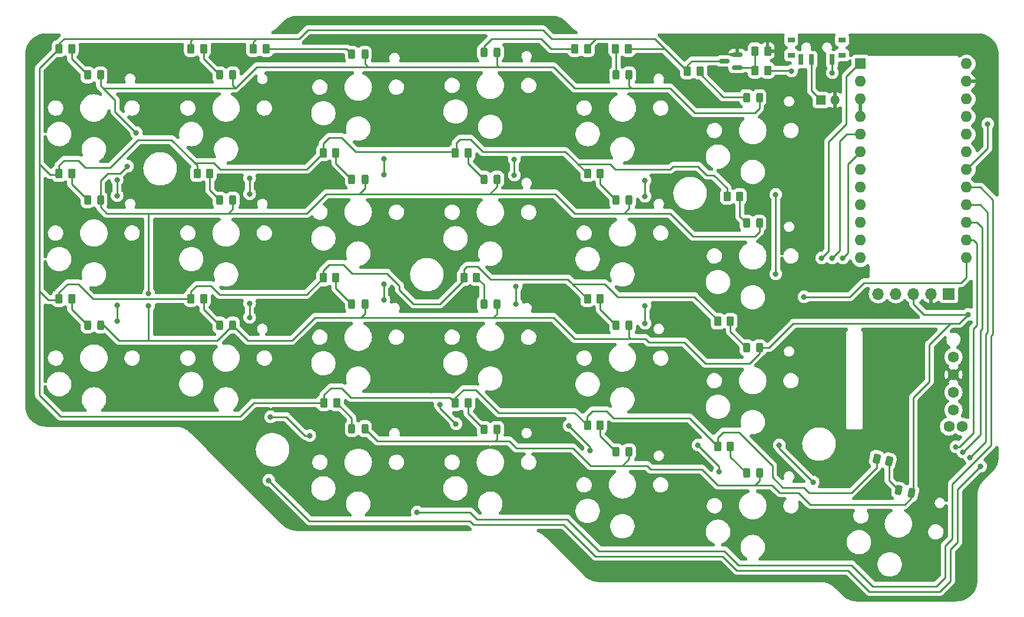
<source format=gtl>
%TF.GenerationSoftware,KiCad,Pcbnew,7.0.5-0*%
%TF.CreationDate,2023-08-03T20:32:26+09:30*%
%TF.ProjectId,Rolio,436f726e-6552-46f6-9c69-6f2e6b696361,rev?*%
%TF.SameCoordinates,Original*%
%TF.FileFunction,Copper,L1,Top*%
%TF.FilePolarity,Positive*%
%FSLAX46Y46*%
G04 Gerber Fmt 4.6, Leading zero omitted, Abs format (unit mm)*
G04 Created by KiCad (PCBNEW 7.0.5-0) date 2023-08-03 20:32:26*
%MOMM*%
%LPD*%
G01*
G04 APERTURE LIST*
G04 Aperture macros list*
%AMRoundRect*
0 Rectangle with rounded corners*
0 $1 Rounding radius*
0 $2 $3 $4 $5 $6 $7 $8 $9 X,Y pos of 4 corners*
0 Add a 4 corners polygon primitive as box body*
4,1,4,$2,$3,$4,$5,$6,$7,$8,$9,$2,$3,0*
0 Add four circle primitives for the rounded corners*
1,1,$1+$1,$2,$3*
1,1,$1+$1,$4,$5*
1,1,$1+$1,$6,$7*
1,1,$1+$1,$8,$9*
0 Add four rect primitives between the rounded corners*
20,1,$1+$1,$2,$3,$4,$5,0*
20,1,$1+$1,$4,$5,$6,$7,0*
20,1,$1+$1,$6,$7,$8,$9,0*
20,1,$1+$1,$8,$9,$2,$3,0*%
G04 Aperture macros list end*
%TA.AperFunction,SMDPad,CuDef*%
%ADD10RoundRect,0.250000X-0.262500X-0.450000X0.262500X-0.450000X0.262500X0.450000X-0.262500X0.450000X0*%
%TD*%
%TA.AperFunction,SMDPad,CuDef*%
%ADD11RoundRect,0.243750X-0.243750X-0.456250X0.243750X-0.456250X0.243750X0.456250X-0.243750X0.456250X0*%
%TD*%
%TA.AperFunction,ComponentPad*%
%ADD12R,1.700000X1.700000*%
%TD*%
%TA.AperFunction,ComponentPad*%
%ADD13O,1.700000X1.700000*%
%TD*%
%TA.AperFunction,SMDPad,CuDef*%
%ADD14RoundRect,0.250000X0.262500X0.450000X-0.262500X0.450000X-0.262500X-0.450000X0.262500X-0.450000X0*%
%TD*%
%TA.AperFunction,SMDPad,CuDef*%
%ADD15RoundRect,0.250000X-0.350324X-0.385590X0.163203X-0.494743X0.350324X0.385590X-0.163203X0.494743X0*%
%TD*%
%TA.AperFunction,ComponentPad*%
%ADD16C,1.600000*%
%TD*%
%TA.AperFunction,SMDPad,CuDef*%
%ADD17R,1.000000X0.800000*%
%TD*%
%TA.AperFunction,SMDPad,CuDef*%
%ADD18R,0.700000X1.500000*%
%TD*%
%TA.AperFunction,ComponentPad*%
%ADD19R,1.600000X1.600000*%
%TD*%
%TA.AperFunction,ComponentPad*%
%ADD20O,1.600000X1.600000*%
%TD*%
%TA.AperFunction,SMDPad,CuDef*%
%ADD21RoundRect,0.150000X0.587500X0.150000X-0.587500X0.150000X-0.587500X-0.150000X0.587500X-0.150000X0*%
%TD*%
%TA.AperFunction,ComponentPad*%
%ADD22R,1.350000X1.350000*%
%TD*%
%TA.AperFunction,ComponentPad*%
%ADD23O,1.350000X1.350000*%
%TD*%
%TA.AperFunction,SMDPad,CuDef*%
%ADD24RoundRect,0.243750X-0.333283X-0.395601X0.143564X-0.496958X0.333283X0.395601X-0.143564X0.496958X0*%
%TD*%
%TA.AperFunction,ViaPad*%
%ADD25C,0.800000*%
%TD*%
%TA.AperFunction,Conductor*%
%ADD26C,0.250000*%
%TD*%
G04 APERTURE END LIST*
D10*
%TO.P,R8,1*%
%TO.N,BL_GND*%
X57705500Y-37170000D03*
%TO.P,R8,2*%
%TO.N,Net-(LED6-K)*%
X59530500Y-37170000D03*
%TD*%
D11*
%TO.P,LED3,1,K*%
%TO.N,Net-(LED3-K)*%
X118820500Y-37715000D03*
%TO.P,LED3,2,A*%
%TO.N,VCC*%
X120695500Y-37715000D03*
%TD*%
D10*
%TO.P,R12,1*%
%TO.N,BL_GND*%
X95705500Y-52170000D03*
%TO.P,R12,2*%
%TO.N,Net-(LED10-K)*%
X97530500Y-52170000D03*
%TD*%
D11*
%TO.P,LED15,1,K*%
%TO.N,Net-(LED15-K)*%
X118820500Y-73965000D03*
%TO.P,LED15,2,A*%
%TO.N,VCC*%
X120695500Y-73965000D03*
%TD*%
D10*
%TO.P,R10,1*%
%TO.N,BL_GND*%
X133705500Y-55170000D03*
%TO.P,R10,2*%
%TO.N,Net-(LED8-K)*%
X135530500Y-55170000D03*
%TD*%
D12*
%TO.P,Nice!View1,1,CS*%
%TO.N,CS*%
X185672400Y-72470000D03*
D13*
%TO.P,Nice!View1,2,GND*%
%TO.N,GND*%
X183132400Y-72470000D03*
%TO.P,Nice!View1,3,VCC*%
%TO.N,VCC*%
X180592400Y-72470000D03*
%TO.P,Nice!View1,4,SCK*%
%TO.N,SCK*%
X178052400Y-72470000D03*
%TO.P,Nice!View1,5,MOSI*%
%TO.N,MOSI*%
X175512400Y-72470000D03*
%TD*%
D11*
%TO.P,LED4,1,K*%
%TO.N,Net-(LED4-K)*%
X99820500Y-37965000D03*
%TO.P,LED4,2,A*%
%TO.N,VCC*%
X101695500Y-37965000D03*
%TD*%
%TO.P,LED1,1,K*%
%TO.N,Net-(LED1-K)*%
X156553400Y-44215000D03*
%TO.P,LED1,2,A*%
%TO.N,VCC*%
X158428400Y-44215000D03*
%TD*%
D14*
%TO.P,R2,1*%
%TO.N,GND*%
X159600500Y-37506000D03*
%TO.P,R2,2*%
%TO.N,Net-(Q1-G)*%
X157775500Y-37506000D03*
%TD*%
D15*
%TO.P,R21,1*%
%TO.N,BL_GND*%
X175264681Y-96179288D03*
%TO.P,R21,2*%
%TO.N,Net-(LED19-K)*%
X177049801Y-96558726D03*
%TD*%
D16*
%TO.P,RE_1,A,A*%
%TO.N,ENC_A*%
X186322400Y-89180000D03*
%TO.P,RE_1,B,B*%
%TO.N,ENC_B*%
X186322400Y-86640000D03*
%TO.P,RE_1,C,C*%
%TO.N,GND*%
X186322400Y-84100000D03*
%TO.P,RE_1,D*%
%TO.N,N/C*%
X186322400Y-81560000D03*
%TO.P,RE_1,S1,S1*%
%TO.N,col0*%
X187547400Y-91570000D03*
%TO.P,RE_1,S2,S2*%
%TO.N,Net-(D19-A)*%
X185697400Y-91570000D03*
%TD*%
D11*
%TO.P,LED13,1,K*%
%TO.N,Net-(LED13-K)*%
X156553400Y-80215000D03*
%TO.P,LED13,2,A*%
%TO.N,VCC*%
X158428400Y-80215000D03*
%TD*%
D10*
%TO.P,R18,1*%
%TO.N,BL_GND*%
X95705500Y-70170000D03*
%TO.P,R18,2*%
%TO.N,Net-(LED16-K)*%
X97530500Y-70170000D03*
%TD*%
%TO.P,R19,1*%
%TO.N,BL_GND*%
X76705500Y-73170000D03*
%TO.P,R19,2*%
%TO.N,Net-(LED17-K)*%
X78530500Y-73170000D03*
%TD*%
%TO.P,R14,1*%
%TO.N,BL_GND*%
X57705500Y-55170000D03*
%TO.P,R14,2*%
%TO.N,Net-(LED12-K)*%
X59530500Y-55170000D03*
%TD*%
%TO.P,R24,1*%
%TO.N,BL_GND*%
X114705500Y-88170000D03*
%TO.P,R24,2*%
%TO.N,Net-(LED22-K)*%
X116530500Y-88170000D03*
%TD*%
D14*
%TO.P,R1,1*%
%TO.N,BL_CTRL*%
X159600500Y-40300000D03*
%TO.P,R1,2*%
%TO.N,Net-(Q1-G)*%
X157775500Y-40300000D03*
%TD*%
D11*
%TO.P,LED23,1,K*%
%TO.N,Net-(LED23-K)*%
X99820500Y-91865000D03*
%TO.P,LED23,2,A*%
%TO.N,VCC*%
X101695500Y-91865000D03*
%TD*%
%TO.P,LED10,1,K*%
%TO.N,Net-(LED10-K)*%
X99820500Y-55965000D03*
%TO.P,LED10,2,A*%
%TO.N,VCC*%
X101695500Y-55965000D03*
%TD*%
D17*
%TO.P,SW4,*%
%TO.N,*%
X170300000Y-38112000D03*
X170300000Y-35902000D03*
X163000000Y-38112000D03*
X163000000Y-35902000D03*
D18*
%TO.P,SW4,1*%
%TO.N,VBATT*%
X168900000Y-38762000D03*
%TO.P,SW4,2*%
%TO.N,Net-(BATT1-+)*%
X165900000Y-38762000D03*
%TO.P,SW4,3*%
%TO.N,N/C*%
X164400000Y-38762000D03*
%TD*%
D10*
%TO.P,R20,1*%
%TO.N,BL_GND*%
X57705500Y-73170000D03*
%TO.P,R20,2*%
%TO.N,Net-(LED18-K)*%
X59530500Y-73170000D03*
%TD*%
D11*
%TO.P,LED17,1,K*%
%TO.N,Net-(LED17-K)*%
X80820500Y-76965000D03*
%TO.P,LED17,2,A*%
%TO.N,VCC*%
X82695500Y-76965000D03*
%TD*%
D10*
%TO.P,R6,1*%
%TO.N,BL_GND*%
X85671000Y-37204000D03*
%TO.P,R6,2*%
%TO.N,Net-(LED4-K)*%
X87496000Y-37204000D03*
%TD*%
D11*
%TO.P,LED20,1,K*%
%TO.N,Net-(LED20-K)*%
X156553400Y-98215000D03*
%TO.P,LED20,2,A*%
%TO.N,VCC*%
X158428400Y-98215000D03*
%TD*%
D14*
%TO.P,R4,1*%
%TO.N,BL_GND*%
X139566000Y-37170000D03*
%TO.P,R4,2*%
%TO.N,Net-(LED2-K)*%
X137741000Y-37170000D03*
%TD*%
D11*
%TO.P,LED18,1,K*%
%TO.N,Net-(LED18-K)*%
X61820500Y-76965000D03*
%TO.P,LED18,2,A*%
%TO.N,VCC*%
X63695500Y-76965000D03*
%TD*%
%TO.P,LED8,1,K*%
%TO.N,Net-(LED8-K)*%
X137820500Y-58965000D03*
%TO.P,LED8,2,A*%
%TO.N,VCC*%
X139695500Y-58965000D03*
%TD*%
%TO.P,LED5,1,K*%
%TO.N,Net-(LED5-K)*%
X80820500Y-40965000D03*
%TO.P,LED5,2,A*%
%TO.N,VCC*%
X82695500Y-40965000D03*
%TD*%
D10*
%TO.P,R11,1*%
%TO.N,BL_GND*%
X114705500Y-52170000D03*
%TO.P,R11,2*%
%TO.N,Net-(LED9-K)*%
X116530500Y-52170000D03*
%TD*%
D19*
%TO.P,NICE_NANO1,1,TX0/P0.06*%
%TO.N,CS*%
X172972400Y-39360000D03*
D20*
%TO.P,NICE_NANO1,2,RX1/P0.08*%
%TO.N,BL_CTRL*%
X172972400Y-41900000D03*
%TO.P,NICE_NANO1,3,GND*%
%TO.N,GND*%
X172972400Y-44440000D03*
%TO.P,NICE_NANO1,4,GND*%
X172972400Y-46980000D03*
%TO.P,NICE_NANO1,5,P0.17*%
%TO.N,MOSI*%
X172972400Y-49520000D03*
%TO.P,NICE_NANO1,6,P0.20*%
%TO.N,SCK*%
X172972400Y-52060000D03*
%TO.P,NICE_NANO1,7,P0.22*%
%TO.N,unconnected-(NICE_NANO1-P0.22-Pad7)*%
X172972400Y-54600000D03*
%TO.P,NICE_NANO1,8,P0.24*%
%TO.N,row0*%
X172972400Y-57140000D03*
%TO.P,NICE_NANO1,9,P1.00*%
%TO.N,row1*%
X172972400Y-59680000D03*
%TO.P,NICE_NANO1,10,P0.11*%
%TO.N,row2*%
X172972400Y-62220000D03*
%TO.P,NICE_NANO1,11,P1.04*%
%TO.N,row3*%
X172972400Y-64760000D03*
%TO.P,NICE_NANO1,12,P1.06*%
%TO.N,unconnected-(NICE_NANO1-P1.06-Pad12)*%
X172972400Y-67300000D03*
%TO.P,NICE_NANO1,13,NFC1/P0.09*%
%TO.N,col5*%
X188212400Y-67300000D03*
%TO.P,NICE_NANO1,14,NFC2/P0.10*%
%TO.N,col4*%
X188212400Y-64760000D03*
%TO.P,NICE_NANO1,15,P1.11*%
%TO.N,col3*%
X188212400Y-62220000D03*
%TO.P,NICE_NANO1,16,P1.13*%
%TO.N,col2*%
X188212400Y-59680000D03*
%TO.P,NICE_NANO1,17,P1.15*%
%TO.N,col1*%
X188212400Y-57140000D03*
%TO.P,NICE_NANO1,18,AIN0/P0.02*%
%TO.N,col0*%
X188212400Y-54600000D03*
%TO.P,NICE_NANO1,19,AIN5/P0.29*%
%TO.N,ENC_B*%
X188212400Y-52060000D03*
%TO.P,NICE_NANO1,20,AIN7/P0.31*%
%TO.N,ENC_A*%
X188212400Y-49520000D03*
%TO.P,NICE_NANO1,21,VCC*%
%TO.N,VCC*%
X188212400Y-46980000D03*
%TO.P,NICE_NANO1,22,RST*%
%TO.N,RST*%
X188212400Y-44440000D03*
%TO.P,NICE_NANO1,23,GND*%
%TO.N,GND*%
X188212400Y-41900000D03*
%TO.P,NICE_NANO1,24,BATIN/P0.04*%
%TO.N,VBATT*%
X188212400Y-39360000D03*
%TD*%
D11*
%TO.P,LED21,1,K*%
%TO.N,Net-(LED21-K)*%
X137820500Y-95215000D03*
%TO.P,LED21,2,A*%
%TO.N,VCC*%
X139695500Y-95215000D03*
%TD*%
D10*
%TO.P,R15,1*%
%TO.N,BL_GND*%
X152438400Y-76420000D03*
%TO.P,R15,2*%
%TO.N,Net-(LED13-K)*%
X154263400Y-76420000D03*
%TD*%
%TO.P,R22,1*%
%TO.N,BL_GND*%
X152438400Y-94420000D03*
%TO.P,R22,2*%
%TO.N,Net-(LED20-K)*%
X154263400Y-94420000D03*
%TD*%
%TO.P,R7,1*%
%TO.N,BL_GND*%
X76705500Y-37170000D03*
%TO.P,R7,2*%
%TO.N,Net-(LED5-K)*%
X78530500Y-37170000D03*
%TD*%
%TO.P,R25,1*%
%TO.N,BL_GND*%
X95825500Y-88170000D03*
%TO.P,R25,2*%
%TO.N,Net-(LED23-K)*%
X97650500Y-88170000D03*
%TD*%
D11*
%TO.P,LED11,1,K*%
%TO.N,Net-(LED11-K)*%
X80820500Y-58965000D03*
%TO.P,LED11,2,A*%
%TO.N,VCC*%
X82695500Y-58965000D03*
%TD*%
D21*
%TO.P,Q1,1,G*%
%TO.N,Net-(Q1-G)*%
X155235500Y-39914000D03*
%TO.P,Q1,2,S*%
%TO.N,GND*%
X155235500Y-38014000D03*
%TO.P,Q1,3,D*%
%TO.N,BL_GND*%
X153360500Y-38964000D03*
%TD*%
D10*
%TO.P,R23,1*%
%TO.N,BL_GND*%
X133705500Y-91420000D03*
%TO.P,R23,2*%
%TO.N,Net-(LED21-K)*%
X135530500Y-91420000D03*
%TD*%
D11*
%TO.P,LED7,1,K*%
%TO.N,Net-(LED7-K)*%
X156553400Y-62260000D03*
%TO.P,LED7,2,A*%
%TO.N,VCC*%
X158428400Y-62260000D03*
%TD*%
D14*
%TO.P,R5,1*%
%TO.N,BL_GND*%
X133724000Y-37204000D03*
%TO.P,R5,2*%
%TO.N,Net-(LED3-K)*%
X131899000Y-37204000D03*
%TD*%
D10*
%TO.P,R17,1*%
%TO.N,BL_GND*%
X115927500Y-70104000D03*
%TO.P,R17,2*%
%TO.N,Net-(LED15-K)*%
X117752500Y-70104000D03*
%TD*%
D22*
%TO.P,BATT1,1,+*%
%TO.N,Net-(BATT1-+)*%
X167268000Y-44570000D03*
D23*
%TO.P,BATT1,2,-*%
%TO.N,GND*%
X169268000Y-44570000D03*
%TD*%
D11*
%TO.P,LED9,1,K*%
%TO.N,Net-(LED9-K)*%
X118820500Y-55965000D03*
%TO.P,LED9,2,A*%
%TO.N,VCC*%
X120695500Y-55965000D03*
%TD*%
D10*
%TO.P,R16,1*%
%TO.N,BL_GND*%
X133705500Y-73170000D03*
%TO.P,R16,2*%
%TO.N,Net-(LED14-K)*%
X135530500Y-73170000D03*
%TD*%
D11*
%TO.P,LED14,1,K*%
%TO.N,Net-(LED14-K)*%
X137820500Y-76965000D03*
%TO.P,LED14,2,A*%
%TO.N,VCC*%
X139695500Y-76965000D03*
%TD*%
%TO.P,LED2,1,K*%
%TO.N,Net-(LED2-K)*%
X137820500Y-40965000D03*
%TO.P,LED2,2,A*%
%TO.N,VCC*%
X139695500Y-40965000D03*
%TD*%
%TO.P,LED16,1,K*%
%TO.N,Net-(LED16-K)*%
X99820500Y-73965000D03*
%TO.P,LED16,2,A*%
%TO.N,VCC*%
X101695500Y-73965000D03*
%TD*%
%TO.P,LED22,1,K*%
%TO.N,Net-(LED22-K)*%
X118820500Y-91965000D03*
%TO.P,LED22,2,A*%
%TO.N,VCC*%
X120695500Y-91965000D03*
%TD*%
D10*
%TO.P,R9,1*%
%TO.N,BL_GND*%
X153773500Y-58465000D03*
%TO.P,R9,2*%
%TO.N,Net-(LED7-K)*%
X155598500Y-58465000D03*
%TD*%
%TO.P,R3,1*%
%TO.N,BL_GND*%
X148045000Y-40420000D03*
%TO.P,R3,2*%
%TO.N,Net-(LED1-K)*%
X149870000Y-40420000D03*
%TD*%
D11*
%TO.P,LED6,1,K*%
%TO.N,Net-(LED6-K)*%
X61820500Y-40965000D03*
%TO.P,LED6,2,A*%
%TO.N,VCC*%
X63695500Y-40965000D03*
%TD*%
D10*
%TO.P,R13,1*%
%TO.N,BL_GND*%
X77573500Y-55170000D03*
%TO.P,R13,2*%
%TO.N,Net-(LED11-K)*%
X79398500Y-55170000D03*
%TD*%
D24*
%TO.P,LED19,1,K*%
%TO.N,Net-(LED19-K)*%
X178467955Y-100739947D03*
%TO.P,LED19,2,A*%
%TO.N,VCC*%
X180301981Y-101129781D03*
%TD*%
D11*
%TO.P,LED12,1,K*%
%TO.N,Net-(LED12-K)*%
X61820500Y-58965000D03*
%TO.P,LED12,2,A*%
%TO.N,VCC*%
X63695500Y-58965000D03*
%TD*%
D25*
%TO.N,CS*%
X167386000Y-67310000D03*
%TO.N,GND*%
X114554000Y-74168000D03*
X107950000Y-88900000D03*
X147320000Y-103124000D03*
X76708000Y-58928000D03*
X134112000Y-41402000D03*
X92202000Y-68580000D03*
X95758000Y-55880000D03*
X147066000Y-85344000D03*
X115316000Y-37846000D03*
X73152000Y-71374000D03*
X133858000Y-77216000D03*
X146558000Y-71374000D03*
X109220000Y-60960000D03*
X130302000Y-88392000D03*
X59436000Y-61214000D03*
X133858000Y-59436000D03*
X145288000Y-92456000D03*
X191262000Y-44450000D03*
X140970000Y-112268000D03*
X73660000Y-88900000D03*
X164338000Y-106426000D03*
X169418000Y-74930000D03*
X127508000Y-68580000D03*
X128270000Y-100076000D03*
X152400000Y-80772000D03*
X175514000Y-74930000D03*
X95758000Y-74168000D03*
X174752000Y-100838000D03*
X187706000Y-114554000D03*
X179832000Y-83312000D03*
X76454000Y-40894000D03*
X110998000Y-33274000D03*
X76708000Y-76962000D03*
X111252000Y-86360000D03*
X163576000Y-88392000D03*
X152400000Y-62230000D03*
X127508000Y-93218000D03*
X166116000Y-64770000D03*
X59182000Y-42418000D03*
X151892000Y-45212000D03*
X148844000Y-36322000D03*
X95504000Y-38354000D03*
%TO.N,VCC*%
X70612000Y-72390000D03*
X67564000Y-54102000D03*
X70612000Y-74168000D03*
X188468000Y-75438000D03*
X68834000Y-49276000D03*
%TO.N,SCK*%
X170434000Y-67310000D03*
%TO.N,MOSI*%
X168910000Y-67310000D03*
%TO.N,col0*%
X87884000Y-99314000D03*
X66074400Y-76368000D03*
X190246000Y-97282000D03*
X66074400Y-56048000D03*
X66074400Y-74082000D03*
X191262000Y-48006000D03*
X66074400Y-58334000D03*
%TO.N,col1*%
X93760400Y-92878000D03*
X88138000Y-90170000D03*
X85124400Y-55794000D03*
X85124400Y-73828000D03*
X85124400Y-58080000D03*
X85124400Y-75860000D03*
X109220000Y-103886000D03*
%TO.N,col2*%
X114808000Y-91186000D03*
X104428400Y-73320000D03*
X104428400Y-55286000D03*
X188722000Y-96012000D03*
X104428400Y-53000000D03*
X104428400Y-71034000D03*
X112522000Y-88392000D03*
%TO.N,col3*%
X131064000Y-91440000D03*
X134112000Y-94996000D03*
X123190000Y-55372000D03*
X123444000Y-71374000D03*
X123190000Y-53086000D03*
X123444000Y-73914000D03*
X187706000Y-95250000D03*
%TO.N,col4*%
X186690000Y-94488000D03*
X152654000Y-98044000D03*
X141986000Y-74168000D03*
X141986000Y-58420000D03*
X141986000Y-76708000D03*
X149606000Y-94234000D03*
X141986000Y-56134000D03*
%TO.N,BL_CTRL*%
X163068000Y-40386000D03*
%TO.N,col5*%
X164846000Y-72898000D03*
X166150400Y-99568000D03*
X160782000Y-69596000D03*
X161290000Y-94234000D03*
X160782000Y-58166000D03*
%TO.N,VBATT*%
X168910000Y-40640000D03*
%TD*%
D26*
%TO.N,CS*%
X167386000Y-67310000D02*
X168402000Y-66294000D01*
X172730000Y-39360000D02*
X172972400Y-39360000D01*
X168402000Y-66294000D02*
X168402000Y-50546000D01*
X170942000Y-48006000D02*
X170942000Y-41148000D01*
X168402000Y-50546000D02*
X170942000Y-48006000D01*
X170942000Y-41148000D02*
X172730000Y-39360000D01*
%TO.N,VCC*%
X63695500Y-76965000D02*
X64131400Y-76965000D01*
X63695500Y-60019100D02*
X64550400Y-60874000D01*
X99856400Y-39792000D02*
X86140400Y-39792000D01*
X158428400Y-99330000D02*
X157768400Y-99990000D01*
X70612000Y-60874000D02*
X82076400Y-60874000D01*
X148878400Y-64176000D02*
X157768400Y-64176000D01*
X120176400Y-93640000D02*
X122462400Y-93640000D01*
X139695500Y-40965000D02*
X139695500Y-42547100D01*
X102142400Y-39792000D02*
X101695500Y-39345100D01*
X139695500Y-96218900D02*
X139695500Y-95215000D01*
X158428400Y-44215000D02*
X158428400Y-45736000D01*
X159815000Y-80215000D02*
X163322000Y-76708000D01*
X86140400Y-39792000D02*
X83092400Y-42840000D01*
X180301981Y-101840419D02*
X180301981Y-101129781D01*
X63695500Y-42493100D02*
X64042400Y-42840000D01*
X158428400Y-45736000D02*
X157768400Y-46396000D01*
X128812400Y-75860000D02*
X131860400Y-78908000D01*
X138718400Y-97196000D02*
X139695500Y-96218900D01*
X142782400Y-97704000D02*
X150148400Y-97704000D01*
X149132400Y-46396000D02*
X157768400Y-46396000D01*
X63695500Y-56192500D02*
X64770000Y-55118000D01*
X182118000Y-75438000D02*
X188468000Y-75438000D01*
X145576400Y-60874000D02*
X148878400Y-64176000D01*
X101695500Y-57256900D02*
X101695500Y-55965000D01*
X150148400Y-97704000D02*
X152434400Y-99990000D01*
X161376000Y-101092000D02*
X164084000Y-101092000D01*
X157006400Y-82464000D02*
X158428400Y-81042000D01*
X131860400Y-42840000D02*
X139988400Y-42840000D01*
X158428400Y-98215000D02*
X158428400Y-99330000D01*
X66548000Y-55118000D02*
X67564000Y-54102000D01*
X120430400Y-39792000D02*
X128812400Y-39792000D01*
X131860400Y-60874000D02*
X138972400Y-60874000D01*
X180592400Y-73912400D02*
X182118000Y-75438000D01*
X158428400Y-81042000D02*
X158428400Y-80215000D01*
X101380400Y-39792000D02*
X120430400Y-39792000D01*
X101695500Y-75290900D02*
X101126400Y-75860000D01*
X101126400Y-75860000D02*
X120176400Y-75860000D01*
X82695500Y-60254900D02*
X82695500Y-58965000D01*
X120176400Y-93640000D02*
X103470500Y-93640000D01*
X101695500Y-39345100D02*
X101695500Y-37965000D01*
X120695500Y-57052900D02*
X120695500Y-55965000D01*
X128812400Y-39792000D02*
X131860400Y-42840000D01*
X120695500Y-37715000D02*
X120695500Y-39549100D01*
X128812400Y-39792000D02*
X99856400Y-39792000D01*
X165776000Y-102784000D02*
X179358400Y-102784000D01*
X94522400Y-75860000D02*
X101126400Y-75860000D01*
X187198000Y-76708000D02*
X188468000Y-75438000D01*
X142528400Y-79416000D02*
X147608400Y-79416000D01*
X120176400Y-75860000D02*
X120695500Y-75340900D01*
X100872400Y-58080000D02*
X119668400Y-58080000D01*
X63695500Y-40965000D02*
X63695500Y-42493100D01*
X102142400Y-39792000D02*
X101380400Y-39792000D01*
X138972400Y-60874000D02*
X145576400Y-60874000D01*
X82695500Y-76965000D02*
X84892500Y-79162000D01*
X96144316Y-58080000D02*
X100872400Y-58080000D01*
X70612000Y-79162000D02*
X80498500Y-79162000D01*
X64550400Y-60874000D02*
X70612000Y-60874000D01*
X65786000Y-44583600D02*
X65786000Y-46228000D01*
X129066400Y-58080000D02*
X131860400Y-60874000D01*
X138972400Y-60874000D02*
X139695500Y-60150900D01*
X120695500Y-93374900D02*
X120695500Y-91965000D01*
X180557000Y-87413000D02*
X182880000Y-85090000D01*
X122462400Y-93640000D02*
X123478400Y-94656000D01*
X152434400Y-99990000D02*
X157768400Y-99990000D01*
X120176400Y-75860000D02*
X128812400Y-75860000D01*
X157768400Y-99990000D02*
X160274000Y-99990000D01*
X100872400Y-58080000D02*
X101695500Y-57256900D01*
X138718400Y-97196000D02*
X142274400Y-97196000D01*
X70612000Y-72390000D02*
X70612000Y-60874000D01*
X142020400Y-78908000D02*
X142528400Y-79416000D01*
X82076400Y-60874000D02*
X93350316Y-60874000D01*
X63695500Y-58965000D02*
X63695500Y-60019100D01*
X142274400Y-97196000D02*
X142782400Y-97704000D01*
X103470500Y-93640000D02*
X101695500Y-91865000D01*
X182880000Y-79756000D02*
X185928000Y-76708000D01*
X65786000Y-46228000D02*
X68834000Y-49276000D01*
X91220400Y-79162000D02*
X94522400Y-75860000D01*
X80498500Y-79162000D02*
X82695500Y-76965000D01*
X131606400Y-94656000D02*
X134146400Y-97196000D01*
X101380400Y-39792000D02*
X99856400Y-39792000D01*
X119668400Y-58080000D02*
X120695500Y-57052900D01*
X93350316Y-60874000D02*
X96144316Y-58080000D01*
X64042400Y-42840000D02*
X65786000Y-44583600D01*
X182880000Y-85090000D02*
X182880000Y-79756000D01*
X160274000Y-99990000D02*
X161376000Y-101092000D01*
X70612000Y-79162000D02*
X70612000Y-74168000D01*
X120430400Y-93640000D02*
X120695500Y-93374900D01*
X180301981Y-101129781D02*
X180557000Y-100874762D01*
X64042400Y-42840000D02*
X83092400Y-42840000D01*
X123478400Y-94656000D02*
X131606400Y-94656000D01*
X145576400Y-42840000D02*
X149132400Y-46396000D01*
X158428400Y-63516000D02*
X158428400Y-62260000D01*
X134146400Y-97196000D02*
X138718400Y-97196000D01*
X180557000Y-100874762D02*
X180557000Y-87413000D01*
X119668400Y-58080000D02*
X129066400Y-58080000D01*
X64770000Y-55118000D02*
X66548000Y-55118000D01*
X157768400Y-64176000D02*
X158428400Y-63516000D01*
X84892500Y-79162000D02*
X91220400Y-79162000D01*
X63695500Y-58965000D02*
X63695500Y-56192500D01*
X163322000Y-76708000D02*
X187198000Y-76708000D01*
X164084000Y-101092000D02*
X165776000Y-102784000D01*
X66328400Y-79162000D02*
X70612000Y-79162000D01*
X139695500Y-76965000D02*
X139695500Y-78649500D01*
X158428400Y-80215000D02*
X159815000Y-80215000D01*
X120430400Y-39792000D02*
X120938400Y-39792000D01*
X147608400Y-79416000D02*
X150656400Y-82464000D01*
X120695500Y-75340900D02*
X120695500Y-73965000D01*
X185928000Y-76708000D02*
X187198000Y-76708000D01*
X180592400Y-72470000D02*
X180592400Y-73912400D01*
X139695500Y-42547100D02*
X139988400Y-42840000D01*
X139954000Y-78908000D02*
X142020400Y-78908000D01*
X64131400Y-76965000D02*
X66328400Y-79162000D01*
X131860400Y-78908000D02*
X139954000Y-78908000D01*
X139695500Y-78649500D02*
X139954000Y-78908000D01*
X82076400Y-60874000D02*
X82695500Y-60254900D01*
X139695500Y-60150900D02*
X139695500Y-58965000D01*
X120430400Y-93640000D02*
X120176400Y-93640000D01*
X82695500Y-42443100D02*
X83092400Y-42840000D01*
X179358400Y-102784000D02*
X180301981Y-101840419D01*
X101695500Y-73965000D02*
X101695500Y-75290900D01*
X150656400Y-82464000D02*
X157006400Y-82464000D01*
X139988400Y-42840000D02*
X145576400Y-42840000D01*
X120695500Y-39549100D02*
X120938400Y-39792000D01*
X82695500Y-40965000D02*
X82695500Y-42443100D01*
%TO.N,SCK*%
X171196000Y-53836400D02*
X172972400Y-52060000D01*
X170434000Y-67310000D02*
X171196000Y-66548000D01*
X171196000Y-66548000D02*
X171196000Y-53836400D01*
%TO.N,MOSI*%
X170952000Y-49520000D02*
X169984000Y-50488000D01*
X172972400Y-49520000D02*
X170952000Y-49520000D01*
X169984000Y-66236000D02*
X168910000Y-67310000D01*
X169984000Y-50488000D02*
X169984000Y-66236000D01*
%TO.N,col0*%
X66074400Y-56048000D02*
X66074400Y-58334000D01*
X116840000Y-105156000D02*
X93726000Y-105156000D01*
X188212400Y-54600000D02*
X191262000Y-51550400D01*
X186944000Y-100584000D02*
X186944000Y-108204000D01*
X186944000Y-108204000D02*
X185928000Y-109220000D01*
X191262000Y-51550400D02*
X191262000Y-48006000D01*
X185928000Y-113792000D02*
X184404000Y-115316000D01*
X93726000Y-105156000D02*
X87884000Y-99314000D01*
X153162000Y-110236000D02*
X134874000Y-110236000D01*
X134874000Y-110236000D02*
X130302000Y-105664000D01*
X117348000Y-105664000D02*
X116840000Y-105156000D01*
X130302000Y-105664000D02*
X117348000Y-105664000D01*
X184404000Y-115316000D02*
X174244000Y-115316000D01*
X190246000Y-97282000D02*
X186944000Y-100584000D01*
X66074400Y-74082000D02*
X66074400Y-76368000D01*
X155194000Y-112268000D02*
X153162000Y-110236000D01*
X185928000Y-109220000D02*
X185928000Y-113792000D01*
X174244000Y-115316000D02*
X171196000Y-112268000D01*
X171196000Y-112268000D02*
X155194000Y-112268000D01*
%TO.N,col1*%
X117856000Y-104902000D02*
X130810000Y-104902000D01*
X155448000Y-111506000D02*
X171704000Y-111506000D01*
X185166000Y-113284000D02*
X185166000Y-108712000D01*
X153416000Y-109474000D02*
X155448000Y-111506000D01*
X186182000Y-99822000D02*
X191770000Y-94234000D01*
X191770000Y-78486000D02*
X192024000Y-78232000D01*
X109220000Y-103886000D02*
X116840000Y-103886000D01*
X183896000Y-114554000D02*
X185166000Y-113284000D01*
X135382000Y-109474000D02*
X153416000Y-109474000D01*
X171704000Y-111506000D02*
X174752000Y-114554000D01*
X93760400Y-92878000D02*
X93132000Y-92878000D01*
X174752000Y-114554000D02*
X183896000Y-114554000D01*
X85124400Y-73828000D02*
X85124400Y-75860000D01*
X93132000Y-92878000D02*
X90424000Y-90170000D01*
X116840000Y-103886000D02*
X117856000Y-104902000D01*
X185166000Y-108712000D02*
X186182000Y-107696000D01*
X191770000Y-94234000D02*
X191770000Y-78486000D01*
X186182000Y-107696000D02*
X186182000Y-99822000D01*
X192024000Y-78232000D02*
X192024000Y-58928000D01*
X192024000Y-58928000D02*
X190236000Y-57140000D01*
X85124400Y-55794000D02*
X85124400Y-58080000D01*
X90424000Y-90170000D02*
X88138000Y-90170000D01*
X130810000Y-104902000D02*
X135382000Y-109474000D01*
X190236000Y-57140000D02*
X188212400Y-57140000D01*
%TO.N,col2*%
X112522000Y-88900000D02*
X112522000Y-88392000D01*
X191008000Y-93726000D02*
X191008000Y-78232000D01*
X191262000Y-77978000D02*
X191262000Y-60706000D01*
X191008000Y-78232000D02*
X191262000Y-77978000D01*
X114808000Y-91186000D02*
X112522000Y-88900000D01*
X191262000Y-60706000D02*
X190236000Y-59680000D01*
X104428400Y-71034000D02*
X104428400Y-73320000D01*
X188722000Y-96012000D02*
X191008000Y-93726000D01*
X104428400Y-53000000D02*
X104428400Y-55286000D01*
X190236000Y-59680000D02*
X188212400Y-59680000D01*
%TO.N,col3*%
X190500000Y-77470000D02*
X190500000Y-62982000D01*
X190500000Y-62982000D02*
X189738000Y-62220000D01*
X187706000Y-95250000D02*
X190246000Y-92710000D01*
X123444000Y-71374000D02*
X123444000Y-73914000D01*
X123190000Y-53086000D02*
X123190000Y-55372000D01*
X134112000Y-94488000D02*
X134112000Y-94996000D01*
X190246000Y-92710000D02*
X190246000Y-77724000D01*
X189738000Y-62220000D02*
X188212400Y-62220000D01*
X190246000Y-77724000D02*
X190500000Y-77470000D01*
X131064000Y-91440000D02*
X134112000Y-94488000D01*
%TO.N,col4*%
X149606000Y-94234000D02*
X152654000Y-97282000D01*
X189738000Y-76962000D02*
X189230000Y-77470000D01*
X152654000Y-97282000D02*
X152654000Y-98044000D01*
X189230000Y-64760000D02*
X189738000Y-65268000D01*
X187198000Y-94488000D02*
X189230000Y-92456000D01*
X186690000Y-94488000D02*
X187198000Y-94488000D01*
X189230000Y-77470000D02*
X189230000Y-92456000D01*
X141986000Y-74168000D02*
X141986000Y-76708000D01*
X189738000Y-65268000D02*
X189738000Y-76962000D01*
X141986000Y-56134000D02*
X141986000Y-58420000D01*
X188212400Y-64760000D02*
X189230000Y-64760000D01*
%TO.N,Net-(LED1-K)*%
X149870000Y-40783600D02*
X153196400Y-44110000D01*
X156448400Y-44110000D02*
X156553400Y-44215000D01*
X149870000Y-40420000D02*
X149870000Y-40783600D01*
X153196400Y-44110000D02*
X156448400Y-44110000D01*
%TO.N,Net-(LED2-K)*%
X137820500Y-37249500D02*
X137741000Y-37170000D01*
X137820500Y-40965000D02*
X137820500Y-37249500D01*
%TO.N,Net-(LED3-K)*%
X127034400Y-35728000D02*
X119922400Y-35728000D01*
X131899000Y-37204000D02*
X128510400Y-37204000D01*
X119922400Y-35728000D02*
X118820500Y-36829900D01*
X128510400Y-37204000D02*
X127034400Y-35728000D01*
X118820500Y-36829900D02*
X118820500Y-37715000D01*
%TO.N,Net-(LED4-K)*%
X99059500Y-37204000D02*
X99820500Y-37965000D01*
X87496000Y-37204000D02*
X99059500Y-37204000D01*
%TO.N,Net-(LED5-K)*%
X78530500Y-37170000D02*
X78530500Y-38675000D01*
X78530500Y-38675000D02*
X80820500Y-40965000D01*
%TO.N,Net-(LED6-K)*%
X59530500Y-37170000D02*
X59530500Y-38675000D01*
X59530500Y-38675000D02*
X61820500Y-40965000D01*
%TO.N,Net-(LED7-K)*%
X155598500Y-58465000D02*
X155598500Y-61305100D01*
X155598500Y-61305100D02*
X156553400Y-62260000D01*
%TO.N,Net-(LED8-K)*%
X135530500Y-56675000D02*
X135530500Y-55170000D01*
X137820500Y-58965000D02*
X135530500Y-56675000D01*
%TO.N,Net-(LED9-K)*%
X116530500Y-53675000D02*
X116530500Y-52170000D01*
X118820500Y-55965000D02*
X116530500Y-53675000D01*
%TO.N,Net-(LED10-K)*%
X99820500Y-55965000D02*
X97530500Y-53675000D01*
X97530500Y-53675000D02*
X97530500Y-52170000D01*
%TO.N,Net-(LED11-K)*%
X79398500Y-55170000D02*
X79398500Y-57543000D01*
X79398500Y-57543000D02*
X80820500Y-58965000D01*
%TO.N,Net-(LED12-K)*%
X59530500Y-56675000D02*
X59530500Y-55170000D01*
X61820500Y-58965000D02*
X59530500Y-56675000D01*
%TO.N,Net-(LED13-K)*%
X154263400Y-76420000D02*
X154263400Y-77925000D01*
X154263400Y-77925000D02*
X156553400Y-80215000D01*
%TO.N,Net-(LED14-K)*%
X135530500Y-73170000D02*
X135530500Y-74675000D01*
X135530500Y-74675000D02*
X137820500Y-76965000D01*
%TO.N,Net-(LED15-K)*%
X118820500Y-71172000D02*
X118820500Y-73965000D01*
X117752500Y-70104000D02*
X118820500Y-71172000D01*
%TO.N,Net-(LED16-K)*%
X97530500Y-71675000D02*
X99820500Y-73965000D01*
X97530500Y-70170000D02*
X97530500Y-71675000D01*
%TO.N,Net-(LED17-K)*%
X78530500Y-74675000D02*
X80820500Y-76965000D01*
X78530500Y-73170000D02*
X78530500Y-74675000D01*
%TO.N,Net-(LED18-K)*%
X59530500Y-74675000D02*
X61820500Y-76965000D01*
X59530500Y-73170000D02*
X59530500Y-74675000D01*
%TO.N,Net-(LED19-K)*%
X177049801Y-99321793D02*
X178467955Y-100739947D01*
X177049801Y-96558726D02*
X177049801Y-99321793D01*
%TO.N,Net-(LED20-K)*%
X154263400Y-94420000D02*
X154263400Y-95925000D01*
X154263400Y-95925000D02*
X156553400Y-98215000D01*
%TO.N,Net-(LED21-K)*%
X135530500Y-91420000D02*
X135530500Y-92925000D01*
X135530500Y-92925000D02*
X137820500Y-95215000D01*
%TO.N,Net-(Q1-G)*%
X155235500Y-39914000D02*
X157389500Y-39914000D01*
X157389500Y-39914000D02*
X157775500Y-40300000D01*
X157775500Y-40300000D02*
X157775500Y-37506000D01*
%TO.N,BL_GND*%
X104902000Y-69510000D02*
X106680000Y-71288000D01*
X117916200Y-68519800D02*
X119754400Y-70358000D01*
X76705500Y-72086900D02*
X77504400Y-71288000D01*
X54898400Y-53762000D02*
X56422400Y-55286000D01*
X99688400Y-87376000D02*
X113911500Y-87376000D01*
X108712000Y-73914000D02*
X112522000Y-73914000D01*
X76835000Y-53213000D02*
X77216000Y-53594000D01*
X57946400Y-90084000D02*
X83820000Y-90084000D01*
X98332400Y-86020000D02*
X99688400Y-87376000D01*
X161798000Y-100330000D02*
X164846000Y-100330000D01*
X116874400Y-50206000D02*
X118678200Y-52009800D01*
X133724000Y-36912400D02*
X134908400Y-35728000D01*
X76705500Y-73170000D02*
X76705500Y-72086900D01*
X57705500Y-73170000D02*
X57705500Y-72290900D01*
X115858400Y-86274000D02*
X117636400Y-86274000D01*
X119754400Y-70358000D02*
X130893500Y-70358000D01*
X139566000Y-37170000D02*
X144795000Y-37170000D01*
X115927500Y-68984500D02*
X116392200Y-68519800D01*
X100364400Y-51984000D02*
X114519500Y-51984000D01*
X95705500Y-50800900D02*
X96554400Y-49952000D01*
X96554400Y-49952000D02*
X98332400Y-49952000D01*
X79536400Y-71288000D02*
X80806400Y-72558000D01*
X136940400Y-53762000D02*
X137702400Y-54524000D01*
X144795000Y-37170000D02*
X148045000Y-40420000D01*
X148356400Y-90338000D02*
X152438400Y-94420000D01*
X131569500Y-71034000D02*
X136178400Y-71034000D01*
X145628000Y-54524000D02*
X146050000Y-54102000D01*
X148045000Y-39609400D02*
X148045000Y-40420000D01*
X160308400Y-98840400D02*
X161798000Y-100330000D01*
X152438400Y-76238400D02*
X152438400Y-76420000D01*
X95705500Y-70170000D02*
X95705500Y-69088900D01*
X80940000Y-54524000D02*
X93351500Y-54524000D01*
X155482400Y-92370000D02*
X160308400Y-97196000D01*
X83820000Y-90084000D02*
X85734000Y-88170000D01*
X62622400Y-73170000D02*
X76705500Y-73170000D01*
X57705500Y-37170000D02*
X54898400Y-39977100D01*
X165608000Y-101092000D02*
X171652400Y-101092000D01*
X150876000Y-55372000D02*
X151892000Y-55372000D01*
X134908400Y-35728000D02*
X143353000Y-35728000D01*
X164846000Y-100330000D02*
X165608000Y-101092000D01*
X77573500Y-53951500D02*
X77573500Y-55170000D01*
X98586400Y-68240000D02*
X99856400Y-69510000D01*
X57705500Y-72290900D02*
X58962400Y-71034000D01*
X136178400Y-71034000D02*
X138042400Y-72898000D01*
X85671000Y-36197400D02*
X85671000Y-37204000D01*
X130893500Y-70358000D02*
X133705500Y-73170000D01*
X106680000Y-71882000D02*
X108712000Y-73914000D01*
X138042400Y-72898000D02*
X149098000Y-72898000D01*
X86140400Y-35728000D02*
X92236400Y-35728000D01*
X80010000Y-53594000D02*
X80940000Y-54524000D01*
X127288400Y-34458000D02*
X93506400Y-34458000D01*
X57705500Y-54002900D02*
X58454400Y-53254000D01*
X86140400Y-35728000D02*
X85671000Y-36197400D01*
X175264681Y-97479719D02*
X175264681Y-96179288D01*
X57589500Y-55286000D02*
X57705500Y-55170000D01*
X73914000Y-50292000D02*
X76835000Y-53213000D01*
X96808400Y-86020000D02*
X98332400Y-86020000D01*
X54898400Y-71796000D02*
X54898400Y-87036000D01*
X77216000Y-53594000D02*
X80010000Y-53594000D01*
X80806400Y-72558000D02*
X93317500Y-72558000D01*
X92236400Y-35728000D02*
X93506400Y-34458000D01*
X54898400Y-39977100D02*
X54898400Y-53762000D01*
X114705500Y-87426900D02*
X115858400Y-86274000D01*
X69088000Y-50292000D02*
X73914000Y-50292000D01*
X114842400Y-50714000D02*
X115350400Y-50206000D01*
X54898400Y-71796000D02*
X54898400Y-72050000D01*
X96554400Y-68240000D02*
X98586400Y-68240000D01*
X76996400Y-35728000D02*
X58454400Y-35728000D01*
X146050000Y-54102000D02*
X149606000Y-54102000D01*
X54898400Y-72050000D02*
X56168400Y-73320000D01*
X114705500Y-52170000D02*
X114842400Y-52033100D01*
X114519500Y-51984000D02*
X114705500Y-52170000D01*
X132297500Y-53762000D02*
X136940400Y-53762000D01*
X117636400Y-86274000D02*
X120938400Y-89576000D01*
X153196400Y-92370000D02*
X155482400Y-92370000D01*
X98332400Y-49952000D02*
X100364400Y-51984000D01*
X131861500Y-89576000D02*
X133705500Y-91420000D01*
X133705500Y-91420000D02*
X133638400Y-91352900D01*
X86140400Y-35728000D02*
X76996400Y-35728000D01*
X143353000Y-35728000D02*
X144795000Y-37170000D01*
X99856400Y-69510000D02*
X104902000Y-69510000D01*
X152438400Y-94420000D02*
X152438400Y-93128000D01*
X95825500Y-87002900D02*
X96808400Y-86020000D01*
X60486400Y-71034000D02*
X62622400Y-73170000D01*
X56168400Y-73320000D02*
X57555500Y-73320000D01*
X76705500Y-36018900D02*
X76705500Y-37170000D01*
X134908400Y-35728000D02*
X128558400Y-35728000D01*
X95825500Y-88170000D02*
X95825500Y-87002900D01*
X115927500Y-70508500D02*
X115927500Y-70104000D01*
X120938400Y-89576000D02*
X131861500Y-89576000D01*
X65110000Y-54270000D02*
X69088000Y-50292000D01*
X137702400Y-54524000D02*
X145628000Y-54524000D01*
X118678200Y-52009800D02*
X130545300Y-52009800D01*
X58962400Y-71034000D02*
X60486400Y-71034000D01*
X77504400Y-71288000D02*
X79536400Y-71288000D01*
X153360500Y-38964000D02*
X148690400Y-38964000D01*
X133638400Y-91352900D02*
X133638400Y-90084000D01*
X133638400Y-90084000D02*
X134400400Y-89322000D01*
X61502400Y-54270000D02*
X65110000Y-54270000D01*
X114842400Y-52033100D02*
X114842400Y-50714000D01*
X54898400Y-87036000D02*
X57946400Y-90084000D01*
X134400400Y-89322000D02*
X136432400Y-89322000D01*
X93351500Y-54524000D02*
X95705500Y-52170000D01*
X93317500Y-72558000D02*
X95705500Y-70170000D01*
X114705500Y-88170000D02*
X114705500Y-87426900D01*
X58454400Y-35728000D02*
X57705500Y-36476900D01*
X95705500Y-69088900D02*
X96554400Y-68240000D01*
X137448400Y-90338000D02*
X148356400Y-90338000D01*
X57705500Y-55170000D02*
X57705500Y-54002900D01*
X76996400Y-35728000D02*
X76705500Y-36018900D01*
X115350400Y-50206000D02*
X116874400Y-50206000D01*
X149098000Y-72898000D02*
X152438400Y-76238400D01*
X106680000Y-71288000D02*
X106680000Y-71882000D01*
X56422400Y-55286000D02*
X57589500Y-55286000D01*
X151892000Y-55372000D02*
X153773500Y-57253500D01*
X133705500Y-73170000D02*
X131569500Y-71034000D01*
X95705500Y-52170000D02*
X95705500Y-50800900D01*
X113911500Y-87376000D02*
X114705500Y-88170000D01*
X148690400Y-38964000D02*
X148045000Y-39609400D01*
X152438400Y-93128000D02*
X153196400Y-92370000D01*
X171652400Y-101092000D02*
X175264681Y-97479719D01*
X112522000Y-73914000D02*
X115927500Y-70508500D01*
X133724000Y-37204000D02*
X133724000Y-36912400D01*
X60486400Y-53254000D02*
X61502400Y-54270000D01*
X57555500Y-73320000D02*
X57705500Y-73170000D01*
X133705500Y-55170000D02*
X132297500Y-53762000D01*
X115927500Y-70104000D02*
X115927500Y-68984500D01*
X116392200Y-68519800D02*
X117916200Y-68519800D01*
X136432400Y-89322000D02*
X137448400Y-90338000D01*
X76835000Y-53213000D02*
X77573500Y-53951500D01*
X57705500Y-36476900D02*
X57705500Y-37170000D01*
X128558400Y-35728000D02*
X127288400Y-34458000D01*
X54898400Y-53762000D02*
X54898400Y-71796000D01*
X160308400Y-97196000D02*
X160308400Y-98840400D01*
X153773500Y-57253500D02*
X153773500Y-58465000D01*
X58454400Y-53254000D02*
X60486400Y-53254000D01*
X149606000Y-54102000D02*
X150876000Y-55372000D01*
X85734000Y-88170000D02*
X95825500Y-88170000D01*
X130545300Y-52009800D02*
X133705500Y-55170000D01*
%TO.N,BL_CTRL*%
X159600500Y-40300000D02*
X162982000Y-40300000D01*
X162982000Y-40300000D02*
X163068000Y-40386000D01*
%TO.N,Net-(LED22-K)*%
X116530500Y-88170000D02*
X116530500Y-89675000D01*
X116530500Y-89675000D02*
X118820500Y-91965000D01*
%TO.N,Net-(BATT1-+)*%
X165900000Y-43202000D02*
X167268000Y-44570000D01*
X165900000Y-38762000D02*
X165900000Y-43202000D01*
%TO.N,col5*%
X188214000Y-70104000D02*
X188212400Y-70102400D01*
X166150400Y-99568000D02*
X161290000Y-94707600D01*
X164846000Y-72898000D02*
X171450000Y-72898000D01*
X187452000Y-70866000D02*
X188214000Y-70104000D01*
X173482000Y-70866000D02*
X187452000Y-70866000D01*
X161290000Y-94707600D02*
X161290000Y-94234000D01*
X188212400Y-70102400D02*
X188212400Y-67300000D01*
X160782000Y-58166000D02*
X160782000Y-69596000D01*
X171450000Y-72898000D02*
X173482000Y-70866000D01*
%TO.N,VBATT*%
X168900000Y-38762000D02*
X168900000Y-40630000D01*
X168900000Y-40630000D02*
X168910000Y-40640000D01*
%TO.N,Net-(LED23-K)*%
X99820500Y-90340000D02*
X99820500Y-91865000D01*
X97650500Y-88170000D02*
X99820500Y-90340000D01*
%TD*%
%TA.AperFunction,Conductor*%
%TO.N,GND*%
G36*
X192690858Y-94374209D02*
G01*
X192765228Y-94436724D01*
X192810013Y-94522941D01*
X192819900Y-94592409D01*
X192819900Y-95950307D01*
X192819750Y-95956410D01*
X192819339Y-95964787D01*
X192816405Y-96024505D01*
X192808266Y-96169454D01*
X192805080Y-96226212D01*
X192803256Y-96258689D01*
X192802104Y-96269983D01*
X192783668Y-96394269D01*
X192783256Y-96396855D01*
X192753490Y-96572053D01*
X192751517Y-96581454D01*
X192718477Y-96713353D01*
X192717342Y-96717569D01*
X192670870Y-96878874D01*
X192668458Y-96886352D01*
X192621581Y-97017364D01*
X192619380Y-97023067D01*
X192555977Y-97176131D01*
X192553500Y-97181718D01*
X192494003Y-97307508D01*
X192490421Y-97314503D01*
X192409221Y-97461415D01*
X192407043Y-97465198D01*
X192337135Y-97581827D01*
X192331882Y-97589869D01*
X192229065Y-97734769D01*
X192227527Y-97736889D01*
X192152636Y-97837864D01*
X192145471Y-97846657D01*
X191991434Y-98019042D01*
X191942999Y-98072479D01*
X191938787Y-98076903D01*
X190770302Y-99245389D01*
X190740399Y-99265368D01*
X190659690Y-99355684D01*
X190654892Y-99360759D01*
X190546483Y-99469169D01*
X190507379Y-99516818D01*
X190483491Y-99536421D01*
X190436229Y-99603034D01*
X190430929Y-99609974D01*
X190354954Y-99702552D01*
X190300519Y-99766985D01*
X190244596Y-99868175D01*
X190239146Y-99877126D01*
X190197945Y-99938789D01*
X190195965Y-99941664D01*
X190157374Y-99996054D01*
X190139057Y-100048108D01*
X190136993Y-100051969D01*
X190111979Y-100082445D01*
X190084279Y-100149321D01*
X190079053Y-100160369D01*
X190056697Y-100202197D01*
X190056685Y-100202221D01*
X190049498Y-100219572D01*
X190043440Y-100232153D01*
X190013095Y-100287061D01*
X190001304Y-100335932D01*
X189999229Y-100340939D01*
X189974887Y-100377355D01*
X189955675Y-100444047D01*
X189951061Y-100457232D01*
X189943880Y-100474569D01*
X189943872Y-100474592D01*
X189930113Y-100519952D01*
X189925995Y-100531461D01*
X189900469Y-100593086D01*
X189894418Y-100637630D01*
X189893145Y-100641825D01*
X189870579Y-100684031D01*
X189858136Y-100757272D01*
X189857503Y-100760706D01*
X189843028Y-100833480D01*
X189840554Y-100843661D01*
X189808641Y-100954441D01*
X189801444Y-101039738D01*
X189801095Y-101042738D01*
X189789745Y-101157996D01*
X189788586Y-101166649D01*
X189775567Y-101243278D01*
X189777939Y-101277889D01*
X189771898Y-101339240D01*
X189771900Y-101486642D01*
X189771900Y-101492036D01*
X189771704Y-101499028D01*
X189765253Y-101613720D01*
X189771900Y-101652430D01*
X189771900Y-113750733D01*
X189771729Y-113757251D01*
X189764905Y-113887436D01*
X189755209Y-114060109D01*
X189754965Y-114063584D01*
X189754064Y-114074274D01*
X189752970Y-114083298D01*
X189729798Y-114229605D01*
X189702670Y-114389275D01*
X189700185Y-114400651D01*
X189659974Y-114550720D01*
X189616066Y-114703128D01*
X189612661Y-114713283D01*
X189556844Y-114858688D01*
X189555637Y-114861715D01*
X189495988Y-115005722D01*
X189491894Y-115014604D01*
X189420833Y-115154067D01*
X189418868Y-115157769D01*
X189343849Y-115293505D01*
X189339297Y-115301091D01*
X189253807Y-115432735D01*
X189250929Y-115436974D01*
X189161409Y-115563137D01*
X189156626Y-115569444D01*
X189057735Y-115691565D01*
X189053812Y-115696175D01*
X188950850Y-115811390D01*
X188946051Y-115816466D01*
X188834866Y-115927651D01*
X188829790Y-115932450D01*
X188714575Y-116035412D01*
X188709965Y-116039335D01*
X188587844Y-116138226D01*
X188581537Y-116143009D01*
X188455374Y-116232529D01*
X188451135Y-116235407D01*
X188319491Y-116320897D01*
X188311905Y-116325449D01*
X188176169Y-116400468D01*
X188172467Y-116402433D01*
X188033004Y-116473494D01*
X188024122Y-116477588D01*
X187880115Y-116537237D01*
X187877088Y-116538444D01*
X187731683Y-116594261D01*
X187721528Y-116597666D01*
X187569120Y-116641574D01*
X187419051Y-116681785D01*
X187407675Y-116684270D01*
X187248005Y-116711398D01*
X187101698Y-116734570D01*
X187092677Y-116735663D01*
X187090013Y-116735888D01*
X187081984Y-116736565D01*
X187078509Y-116736809D01*
X186905836Y-116746505D01*
X186775651Y-116753329D01*
X186769133Y-116753500D01*
X172476092Y-116753500D01*
X172469990Y-116753350D01*
X172450756Y-116752405D01*
X172401892Y-116750005D01*
X172167708Y-116736855D01*
X172156415Y-116735703D01*
X172032130Y-116717268D01*
X172029543Y-116716856D01*
X171854345Y-116687090D01*
X171844944Y-116685117D01*
X171713045Y-116652077D01*
X171708829Y-116650942D01*
X171547524Y-116604470D01*
X171540046Y-116602058D01*
X171484512Y-116582187D01*
X171409012Y-116555172D01*
X171403331Y-116552980D01*
X171250267Y-116489577D01*
X171244680Y-116487100D01*
X171118890Y-116427603D01*
X171111907Y-116424027D01*
X171049667Y-116389627D01*
X170964983Y-116342821D01*
X170961200Y-116340643D01*
X170844571Y-116270735D01*
X170836529Y-116265482D01*
X170691629Y-116162665D01*
X170689509Y-116161127D01*
X170658632Y-116138226D01*
X170588525Y-116086227D01*
X170579748Y-116079076D01*
X170535273Y-116039335D01*
X170407341Y-115925020D01*
X170353892Y-115876573D01*
X170349489Y-115872381D01*
X169434956Y-114957849D01*
X169414983Y-114927957D01*
X169324717Y-114847292D01*
X169319641Y-114842493D01*
X169211227Y-114734080D01*
X169211228Y-114734080D01*
X169163583Y-114694980D01*
X169143978Y-114671091D01*
X169077367Y-114623830D01*
X169070427Y-114618531D01*
X168983327Y-114547051D01*
X168983321Y-114547047D01*
X168980181Y-114544470D01*
X168978556Y-114543176D01*
X168913290Y-114488052D01*
X168812228Y-114432199D01*
X168803278Y-114426749D01*
X168741602Y-114385539D01*
X168738726Y-114383559D01*
X168684348Y-114344977D01*
X168632286Y-114326655D01*
X168628427Y-114324592D01*
X168597954Y-114299580D01*
X168531083Y-114271882D01*
X168520041Y-114266660D01*
X168478196Y-114244294D01*
X168478194Y-114244293D01*
X168478182Y-114244287D01*
X168460832Y-114237101D01*
X168448246Y-114231040D01*
X168393348Y-114200700D01*
X168344491Y-114188913D01*
X168339481Y-114186838D01*
X168303046Y-114162489D01*
X168236359Y-114143278D01*
X168223174Y-114138664D01*
X168205824Y-114131478D01*
X168205820Y-114131476D01*
X168205802Y-114131470D01*
X168160441Y-114117711D01*
X168148932Y-114113593D01*
X168087319Y-114088073D01*
X168042804Y-114082028D01*
X168038610Y-114080756D01*
X167996367Y-114058179D01*
X167923128Y-114045737D01*
X167919693Y-114045104D01*
X167846911Y-114030627D01*
X167836731Y-114028153D01*
X167725974Y-113996246D01*
X167640792Y-113989056D01*
X167637692Y-113988698D01*
X167522402Y-113977345D01*
X167513747Y-113976186D01*
X167437128Y-113963168D01*
X167402509Y-113965538D01*
X167341165Y-113959498D01*
X167341157Y-113959498D01*
X167193758Y-113959500D01*
X167188364Y-113959500D01*
X167181373Y-113959304D01*
X167066678Y-113952853D01*
X167027969Y-113959500D01*
X135392092Y-113959500D01*
X135385990Y-113959350D01*
X135366756Y-113958405D01*
X135317892Y-113956005D01*
X135083708Y-113942855D01*
X135072415Y-113941703D01*
X134948130Y-113923268D01*
X134945543Y-113922856D01*
X134770345Y-113893090D01*
X134760944Y-113891117D01*
X134629045Y-113858077D01*
X134624829Y-113856942D01*
X134463524Y-113810470D01*
X134456046Y-113808058D01*
X134400512Y-113788187D01*
X134325012Y-113761172D01*
X134319331Y-113758980D01*
X134166267Y-113695577D01*
X134160680Y-113693100D01*
X134034890Y-113633603D01*
X134027907Y-113630027D01*
X133965667Y-113595627D01*
X133880983Y-113548821D01*
X133877200Y-113546643D01*
X133760571Y-113476735D01*
X133752529Y-113471482D01*
X133607629Y-113368665D01*
X133605509Y-113367127D01*
X133581729Y-113349489D01*
X133504525Y-113292227D01*
X133495748Y-113285076D01*
X133323341Y-113131020D01*
X133269892Y-113082573D01*
X133265489Y-113078381D01*
X127778956Y-107591849D01*
X127758983Y-107561957D01*
X127668717Y-107481292D01*
X127663641Y-107476493D01*
X127555227Y-107368080D01*
X127555228Y-107368080D01*
X127507583Y-107328980D01*
X127487978Y-107305091D01*
X127421367Y-107257830D01*
X127414427Y-107252531D01*
X127406530Y-107246050D01*
X127327327Y-107181051D01*
X127327321Y-107181047D01*
X127324181Y-107178470D01*
X127322556Y-107177176D01*
X127257290Y-107122052D01*
X127156228Y-107066199D01*
X127147278Y-107060749D01*
X127085602Y-107019539D01*
X127082726Y-107017559D01*
X127028348Y-106978977D01*
X126976286Y-106960655D01*
X126972427Y-106958592D01*
X126941954Y-106933580D01*
X126875083Y-106905882D01*
X126864041Y-106900660D01*
X126822196Y-106878294D01*
X126822194Y-106878293D01*
X126822182Y-106878287D01*
X126804832Y-106871101D01*
X126792246Y-106865040D01*
X126737348Y-106834700D01*
X126688491Y-106822913D01*
X126683481Y-106820838D01*
X126647046Y-106796489D01*
X126580355Y-106777277D01*
X126567173Y-106772664D01*
X126557213Y-106768538D01*
X126476437Y-106714557D01*
X126422466Y-106633772D01*
X126403519Y-106538482D01*
X126422480Y-106443195D01*
X126476462Y-106362418D01*
X126557247Y-106308447D01*
X126652519Y-106289500D01*
X129939770Y-106289500D01*
X130035058Y-106308454D01*
X130115840Y-106362430D01*
X134369348Y-110615940D01*
X134377245Y-110624619D01*
X134388210Y-110637872D01*
X134388212Y-110637873D01*
X134388214Y-110637877D01*
X134422954Y-110670500D01*
X134437188Y-110683867D01*
X134439995Y-110686587D01*
X134459522Y-110706114D01*
X134459525Y-110706116D01*
X134459529Y-110706120D01*
X134462674Y-110708559D01*
X134471592Y-110716176D01*
X134503414Y-110746059D01*
X134503415Y-110746059D01*
X134503418Y-110746062D01*
X134512358Y-110750976D01*
X134545008Y-110772424D01*
X134553064Y-110778673D01*
X134553065Y-110778673D01*
X134553066Y-110778674D01*
X134593114Y-110796004D01*
X134603655Y-110801167D01*
X134641908Y-110822197D01*
X134651788Y-110824733D01*
X134688744Y-110837386D01*
X134698104Y-110841437D01*
X134741208Y-110848264D01*
X134752694Y-110850642D01*
X134794981Y-110861500D01*
X134805179Y-110861500D01*
X134844130Y-110864565D01*
X134854196Y-110866160D01*
X134887918Y-110862972D01*
X134897646Y-110862053D01*
X134909368Y-110861500D01*
X152799770Y-110861500D01*
X152895058Y-110880454D01*
X152975840Y-110934430D01*
X154689348Y-112647940D01*
X154697245Y-112656619D01*
X154708210Y-112669872D01*
X154708212Y-112669873D01*
X154708214Y-112669877D01*
X154735551Y-112695548D01*
X154757188Y-112715867D01*
X154759995Y-112718587D01*
X154779522Y-112738114D01*
X154779525Y-112738116D01*
X154779529Y-112738120D01*
X154782674Y-112740559D01*
X154791592Y-112748176D01*
X154823414Y-112778059D01*
X154823415Y-112778059D01*
X154823418Y-112778062D01*
X154832358Y-112782976D01*
X154865005Y-112804422D01*
X154873064Y-112810673D01*
X154913141Y-112828015D01*
X154923644Y-112833161D01*
X154961908Y-112854197D01*
X154971772Y-112856729D01*
X155008747Y-112869388D01*
X155018104Y-112873438D01*
X155061226Y-112880267D01*
X155072712Y-112882647D01*
X155114981Y-112893500D01*
X155125176Y-112893500D01*
X155164124Y-112896565D01*
X155166044Y-112896868D01*
X155174196Y-112898160D01*
X155208582Y-112894909D01*
X155217646Y-112894053D01*
X155229368Y-112893500D01*
X170833770Y-112893500D01*
X170929058Y-112912454D01*
X171009840Y-112966430D01*
X173739348Y-115695940D01*
X173747245Y-115704619D01*
X173758210Y-115717872D01*
X173758212Y-115717873D01*
X173758214Y-115717877D01*
X173804196Y-115761057D01*
X173807188Y-115763867D01*
X173809995Y-115766587D01*
X173829522Y-115786114D01*
X173829525Y-115786116D01*
X173829529Y-115786120D01*
X173832674Y-115788559D01*
X173841592Y-115796176D01*
X173873414Y-115826059D01*
X173873415Y-115826059D01*
X173873418Y-115826062D01*
X173882358Y-115830976D01*
X173915005Y-115852422D01*
X173923064Y-115858673D01*
X173963141Y-115876015D01*
X173973644Y-115881161D01*
X174011908Y-115902197D01*
X174021772Y-115904729D01*
X174058747Y-115917388D01*
X174068104Y-115921438D01*
X174111226Y-115928267D01*
X174122712Y-115930647D01*
X174164981Y-115941500D01*
X174175176Y-115941500D01*
X174214124Y-115944565D01*
X174216044Y-115944868D01*
X174224196Y-115946160D01*
X174258582Y-115942909D01*
X174267646Y-115942053D01*
X174279368Y-115941500D01*
X184315810Y-115941500D01*
X184327534Y-115942053D01*
X184344657Y-115943670D01*
X184344667Y-115943673D01*
X184411890Y-115941560D01*
X184415765Y-115941500D01*
X184443344Y-115941500D01*
X184443350Y-115941500D01*
X184447303Y-115941000D01*
X184458969Y-115940080D01*
X184502627Y-115938709D01*
X184512405Y-115935867D01*
X184550683Y-115927941D01*
X184556456Y-115927211D01*
X184560792Y-115926664D01*
X184601388Y-115910590D01*
X184612472Y-115906796D01*
X184628302Y-115902197D01*
X184654390Y-115894618D01*
X184663157Y-115889432D01*
X184698255Y-115872238D01*
X184707732Y-115868486D01*
X184743057Y-115842819D01*
X184752836Y-115836396D01*
X184790420Y-115814170D01*
X184797621Y-115806968D01*
X184827339Y-115781586D01*
X184835587Y-115775594D01*
X184863412Y-115741957D01*
X184871304Y-115733285D01*
X186307941Y-114296649D01*
X186316627Y-114288746D01*
X186329878Y-114277785D01*
X186335421Y-114271882D01*
X186375919Y-114228755D01*
X186378577Y-114226012D01*
X186398120Y-114206471D01*
X186400569Y-114203313D01*
X186408166Y-114194416D01*
X186438062Y-114162582D01*
X186442972Y-114153648D01*
X186464430Y-114120983D01*
X186470673Y-114112936D01*
X186488008Y-114072873D01*
X186493168Y-114062342D01*
X186502206Y-114045902D01*
X186514197Y-114024092D01*
X186516732Y-114014216D01*
X186529388Y-113977251D01*
X186533437Y-113967896D01*
X186540267Y-113924767D01*
X186542640Y-113913312D01*
X186553500Y-113871019D01*
X186553500Y-113860820D01*
X186556566Y-113821866D01*
X186558160Y-113811804D01*
X186554053Y-113768354D01*
X186553500Y-113756632D01*
X186553500Y-109582230D01*
X186572454Y-109486942D01*
X186626430Y-109406161D01*
X187323942Y-108708648D01*
X187332629Y-108700744D01*
X187345879Y-108689784D01*
X187353075Y-108682121D01*
X187391919Y-108640755D01*
X187394577Y-108638012D01*
X187414120Y-108618471D01*
X187416569Y-108615313D01*
X187424166Y-108606416D01*
X187454062Y-108574582D01*
X187458969Y-108565654D01*
X187480436Y-108532976D01*
X187483222Y-108529385D01*
X187486673Y-108524936D01*
X187504013Y-108484864D01*
X187509160Y-108474355D01*
X187530197Y-108436092D01*
X187532729Y-108426225D01*
X187545393Y-108389241D01*
X187549438Y-108379896D01*
X187556266Y-108336777D01*
X187558646Y-108325290D01*
X187564739Y-108301563D01*
X187569500Y-108283019D01*
X187569500Y-108272819D01*
X187572566Y-108233865D01*
X187574160Y-108223804D01*
X187570053Y-108180354D01*
X187569500Y-108168632D01*
X187569500Y-100946230D01*
X187588454Y-100850942D01*
X187642430Y-100770160D01*
X190157161Y-98255430D01*
X190237943Y-98201454D01*
X190333231Y-98182500D01*
X190340645Y-98182500D01*
X190340646Y-98182500D01*
X190525803Y-98143144D01*
X190526911Y-98142651D01*
X190698728Y-98066152D01*
X190698728Y-98066151D01*
X190698730Y-98066151D01*
X190851871Y-97954888D01*
X190978533Y-97814216D01*
X191073179Y-97650284D01*
X191131674Y-97470256D01*
X191151460Y-97282000D01*
X191131674Y-97093744D01*
X191073179Y-96913716D01*
X190978533Y-96749784D01*
X190978531Y-96749781D01*
X190978530Y-96749780D01*
X190851872Y-96609113D01*
X190851871Y-96609112D01*
X190762549Y-96544216D01*
X190756207Y-96539608D01*
X190690258Y-96468265D01*
X190656631Y-96377115D01*
X190660445Y-96280035D01*
X190701120Y-96191805D01*
X190726488Y-96162100D01*
X192149940Y-94738649D01*
X192158627Y-94730746D01*
X192171878Y-94719785D01*
X192199312Y-94690570D01*
X192217919Y-94670755D01*
X192220577Y-94668012D01*
X192240120Y-94648471D01*
X192242569Y-94645313D01*
X192250166Y-94636416D01*
X192280062Y-94604582D01*
X192284972Y-94595648D01*
X192306430Y-94562983D01*
X192312673Y-94554936D01*
X192330008Y-94514873D01*
X192335162Y-94504352D01*
X192352702Y-94472447D01*
X192415215Y-94398081D01*
X192501432Y-94353296D01*
X192598225Y-94344913D01*
X192690858Y-94374209D01*
G37*
%TD.AperFunction*%
%TA.AperFunction,Conductor*%
G36*
X57825458Y-34985454D02*
G01*
X57906240Y-35039430D01*
X57960216Y-35120212D01*
X57979170Y-35215500D01*
X57960216Y-35310788D01*
X57906242Y-35391566D01*
X57906239Y-35391570D01*
X57373215Y-35924592D01*
X57292434Y-35978568D01*
X57275469Y-35984883D01*
X57123667Y-36035185D01*
X56974346Y-36127286D01*
X56850286Y-36251346D01*
X56758184Y-36400668D01*
X56703002Y-36567197D01*
X56703001Y-36567204D01*
X56692500Y-36669988D01*
X56692500Y-37195268D01*
X56673546Y-37290556D01*
X56619570Y-37371338D01*
X54518458Y-39472448D01*
X54509783Y-39480342D01*
X54496528Y-39491308D01*
X54450517Y-39540304D01*
X54447800Y-39543107D01*
X54428290Y-39562618D01*
X54428261Y-39562651D01*
X54425802Y-39565819D01*
X54418212Y-39574703D01*
X54388340Y-39606513D01*
X54388334Y-39606522D01*
X54383420Y-39615461D01*
X54361987Y-39648092D01*
X54355729Y-39656161D01*
X54355726Y-39656164D01*
X54338392Y-39696220D01*
X54333232Y-39706752D01*
X54312205Y-39745001D01*
X54312202Y-39745009D01*
X54309666Y-39754886D01*
X54297015Y-39791836D01*
X54292962Y-39801202D01*
X54286132Y-39844322D01*
X54283753Y-39855809D01*
X54272900Y-39898080D01*
X54272900Y-39908275D01*
X54269835Y-39947221D01*
X54268240Y-39957292D01*
X54268240Y-39957295D01*
X54272347Y-40000745D01*
X54272900Y-40012468D01*
X54272900Y-53673802D01*
X54272347Y-53685523D01*
X54270727Y-53702663D01*
X54270727Y-53702666D01*
X54270727Y-53702667D01*
X54272839Y-53769891D01*
X54272900Y-53773764D01*
X54272900Y-71961802D01*
X54272347Y-71973523D01*
X54270727Y-71990663D01*
X54270727Y-71990666D01*
X54270727Y-71990667D01*
X54272839Y-72057891D01*
X54272900Y-72061764D01*
X54272899Y-86947800D01*
X54272347Y-86959516D01*
X54270726Y-86976661D01*
X54271514Y-87001719D01*
X54272839Y-87043891D01*
X54272900Y-87047764D01*
X54272900Y-87075348D01*
X54272901Y-87075364D01*
X54273400Y-87079320D01*
X54274319Y-87091000D01*
X54275690Y-87134628D01*
X54278535Y-87144419D01*
X54286457Y-87182669D01*
X54287736Y-87192792D01*
X54292887Y-87205802D01*
X54303805Y-87233380D01*
X54307605Y-87244480D01*
X54314907Y-87269612D01*
X54319782Y-87286390D01*
X54324975Y-87295172D01*
X54342157Y-87330244D01*
X54345914Y-87339732D01*
X54345914Y-87339733D01*
X54371572Y-87375048D01*
X54378015Y-87384857D01*
X54400228Y-87422418D01*
X54400233Y-87422423D01*
X54407443Y-87429634D01*
X54432808Y-87459332D01*
X54438806Y-87467587D01*
X54466818Y-87490760D01*
X54472429Y-87495402D01*
X54481110Y-87503301D01*
X57441748Y-90463940D01*
X57449645Y-90472619D01*
X57460610Y-90485872D01*
X57460612Y-90485873D01*
X57460614Y-90485877D01*
X57506944Y-90529384D01*
X57509588Y-90531867D01*
X57512395Y-90534587D01*
X57531922Y-90554114D01*
X57531925Y-90554116D01*
X57531929Y-90554120D01*
X57535074Y-90556559D01*
X57543992Y-90564176D01*
X57575814Y-90594059D01*
X57575815Y-90594059D01*
X57575818Y-90594062D01*
X57584758Y-90598976D01*
X57617405Y-90620422D01*
X57625464Y-90626673D01*
X57665541Y-90644015D01*
X57676044Y-90649161D01*
X57714308Y-90670197D01*
X57724172Y-90672729D01*
X57761147Y-90685388D01*
X57770504Y-90689438D01*
X57813626Y-90696267D01*
X57825112Y-90698647D01*
X57867381Y-90709500D01*
X57877576Y-90709500D01*
X57916524Y-90712565D01*
X57918444Y-90712868D01*
X57926596Y-90714160D01*
X57960982Y-90710909D01*
X57970046Y-90710053D01*
X57981768Y-90709500D01*
X83731810Y-90709500D01*
X83743534Y-90710053D01*
X83760657Y-90711670D01*
X83760667Y-90711673D01*
X83827890Y-90709560D01*
X83831765Y-90709500D01*
X83859344Y-90709500D01*
X83859350Y-90709500D01*
X83863303Y-90709000D01*
X83874969Y-90708080D01*
X83918627Y-90706709D01*
X83928405Y-90703867D01*
X83966683Y-90695941D01*
X83972456Y-90695211D01*
X83976792Y-90694664D01*
X84017388Y-90678590D01*
X84028472Y-90674796D01*
X84044302Y-90670197D01*
X84070390Y-90662618D01*
X84079157Y-90657432D01*
X84114255Y-90640238D01*
X84123732Y-90636486D01*
X84159057Y-90610819D01*
X84168836Y-90604396D01*
X84206420Y-90582170D01*
X84213621Y-90574968D01*
X84243339Y-90549586D01*
X84251587Y-90543594D01*
X84279412Y-90509957D01*
X84287304Y-90501285D01*
X84618589Y-90170000D01*
X87232540Y-90170000D01*
X87252325Y-90358255D01*
X87278702Y-90439432D01*
X87310821Y-90538284D01*
X87405467Y-90702216D01*
X87405469Y-90702219D01*
X87526884Y-90837063D01*
X87532129Y-90842888D01*
X87611207Y-90900341D01*
X87685271Y-90954152D01*
X87858189Y-91031141D01*
X87858192Y-91031142D01*
X87858197Y-91031144D01*
X88043354Y-91070500D01*
X88232645Y-91070500D01*
X88232646Y-91070500D01*
X88417803Y-91031144D01*
X88425139Y-91027878D01*
X88590730Y-90954151D01*
X88590731Y-90954150D01*
X88600804Y-90946832D01*
X88654549Y-90907784D01*
X88743642Y-90843055D01*
X88831872Y-90802380D01*
X88890000Y-90795500D01*
X90061770Y-90795500D01*
X90157058Y-90814454D01*
X90237840Y-90868430D01*
X92627348Y-93257940D01*
X92635245Y-93266619D01*
X92646210Y-93279872D01*
X92646212Y-93279873D01*
X92646214Y-93279877D01*
X92679804Y-93311420D01*
X92695188Y-93325867D01*
X92697995Y-93328587D01*
X92717522Y-93348114D01*
X92717525Y-93348116D01*
X92717529Y-93348120D01*
X92720674Y-93350559D01*
X92729592Y-93358176D01*
X92761414Y-93388059D01*
X92761415Y-93388059D01*
X92761418Y-93388062D01*
X92770358Y-93392976D01*
X92803008Y-93414424D01*
X92811064Y-93420673D01*
X92811065Y-93420673D01*
X92811066Y-93420674D01*
X92851114Y-93438004D01*
X92861655Y-93443167D01*
X92888799Y-93458090D01*
X92899908Y-93464197D01*
X92909788Y-93466733D01*
X92946744Y-93479386D01*
X92956104Y-93483437D01*
X92999208Y-93490264D01*
X93010693Y-93492642D01*
X93063153Y-93506112D01*
X93147587Y-93545844D01*
X93154528Y-93550887D01*
X93154529Y-93550888D01*
X93179695Y-93569172D01*
X93307671Y-93662152D01*
X93480589Y-93739141D01*
X93480592Y-93739142D01*
X93480597Y-93739144D01*
X93665754Y-93778500D01*
X93855045Y-93778500D01*
X93855046Y-93778500D01*
X94040203Y-93739144D01*
X94095835Y-93714375D01*
X94213128Y-93662152D01*
X94213128Y-93662151D01*
X94213130Y-93662151D01*
X94366271Y-93550888D01*
X94492933Y-93410216D01*
X94587579Y-93246284D01*
X94646074Y-93066256D01*
X94665860Y-92878000D01*
X94646074Y-92689744D01*
X94587579Y-92509716D01*
X94492933Y-92345784D01*
X94492931Y-92345781D01*
X94492930Y-92345780D01*
X94366273Y-92205114D01*
X94366272Y-92205113D01*
X94366271Y-92205112D01*
X94271218Y-92136052D01*
X94213128Y-92093847D01*
X94040210Y-92016858D01*
X94040196Y-92016854D01*
X93855046Y-91977500D01*
X93665754Y-91977500D01*
X93480603Y-92016854D01*
X93480590Y-92016858D01*
X93411952Y-92047418D01*
X93317193Y-92068860D01*
X93221441Y-92052406D01*
X93139275Y-92000563D01*
X93134606Y-91996015D01*
X90928644Y-89790052D01*
X90920744Y-89781370D01*
X90909785Y-89768122D01*
X90892406Y-89751802D01*
X90860774Y-89722097D01*
X90858003Y-89719411D01*
X90838468Y-89699877D01*
X90835309Y-89697426D01*
X90826395Y-89689812D01*
X90794584Y-89659940D01*
X90794579Y-89659936D01*
X90785644Y-89655024D01*
X90752988Y-89633573D01*
X90752499Y-89633194D01*
X90750771Y-89631853D01*
X90744938Y-89627328D01*
X90744932Y-89627325D01*
X90704870Y-89609988D01*
X90694336Y-89604827D01*
X90656091Y-89583802D01*
X90646214Y-89581266D01*
X90609256Y-89568612D01*
X90599900Y-89564563D01*
X90599891Y-89564560D01*
X90556779Y-89557732D01*
X90545293Y-89555353D01*
X90515191Y-89547625D01*
X90503019Y-89544500D01*
X90503018Y-89544500D01*
X90492824Y-89544500D01*
X90453876Y-89541435D01*
X90443804Y-89539840D01*
X90400354Y-89543947D01*
X90388632Y-89544500D01*
X88890000Y-89544500D01*
X88794712Y-89525546D01*
X88743642Y-89496945D01*
X88590731Y-89385849D01*
X88590730Y-89385848D01*
X88417810Y-89308858D01*
X88417796Y-89308854D01*
X88319960Y-89288059D01*
X88230695Y-89249708D01*
X88162901Y-89180116D01*
X88138473Y-89118890D01*
X88134317Y-89139788D01*
X88080341Y-89220570D01*
X87999559Y-89274546D01*
X87956040Y-89288059D01*
X87858203Y-89308854D01*
X87858189Y-89308858D01*
X87685271Y-89385847D01*
X87532126Y-89497114D01*
X87405469Y-89637780D01*
X87310822Y-89801714D01*
X87310821Y-89801716D01*
X87301049Y-89831791D01*
X87252325Y-89981744D01*
X87232540Y-90170000D01*
X84618589Y-90170000D01*
X85920161Y-88868430D01*
X86000942Y-88814454D01*
X86096230Y-88795500D01*
X87904271Y-88795500D01*
X87999559Y-88814454D01*
X88080341Y-88868430D01*
X88134317Y-88949212D01*
X88138288Y-88969178D01*
X88166521Y-88903466D01*
X88236113Y-88835672D01*
X88326351Y-88799670D01*
X88371729Y-88795500D01*
X94652484Y-88795500D01*
X94747772Y-88814454D01*
X94828554Y-88868430D01*
X94869865Y-88927427D01*
X94870573Y-88926991D01*
X94878063Y-88939134D01*
X94878151Y-88939260D01*
X94878183Y-88939329D01*
X94878185Y-88939333D01*
X94878186Y-88939334D01*
X94897448Y-88970563D01*
X94956275Y-89065938D01*
X94970288Y-89088656D01*
X95094344Y-89212712D01*
X95243666Y-89304814D01*
X95243669Y-89304815D01*
X95243667Y-89304815D01*
X95345130Y-89338436D01*
X95410203Y-89359999D01*
X95512991Y-89370500D01*
X96138008Y-89370499D01*
X96240797Y-89359999D01*
X96407334Y-89304814D01*
X96556656Y-89212712D01*
X96561933Y-89207434D01*
X96642712Y-89153461D01*
X96738000Y-89134507D01*
X96833288Y-89153461D01*
X96914066Y-89207434D01*
X96919344Y-89212712D01*
X97068666Y-89304814D01*
X97068669Y-89304815D01*
X97068667Y-89304815D01*
X97170130Y-89338436D01*
X97235203Y-89359999D01*
X97337991Y-89370500D01*
X97863269Y-89370499D01*
X97958557Y-89389453D01*
X98039338Y-89443429D01*
X98039339Y-89443429D01*
X99088371Y-90492461D01*
X99142347Y-90573243D01*
X99161301Y-90668531D01*
X99142347Y-90763819D01*
X99088373Y-90844597D01*
X99034963Y-90898008D01*
X98988972Y-90943999D01*
X98931960Y-91036430D01*
X98897638Y-91092075D01*
X98842913Y-91257225D01*
X98842912Y-91257227D01*
X98842913Y-91257227D01*
X98832697Y-91357227D01*
X98832500Y-91359152D01*
X98832500Y-92370848D01*
X98842913Y-92472775D01*
X98897638Y-92637925D01*
X98949076Y-92721319D01*
X98987445Y-92783525D01*
X98988974Y-92786003D01*
X99111997Y-92909026D01*
X99260075Y-93000362D01*
X99425225Y-93055087D01*
X99527152Y-93065500D01*
X99527161Y-93065500D01*
X100113839Y-93065500D01*
X100113848Y-93065500D01*
X100215775Y-93055087D01*
X100380925Y-93000362D01*
X100529003Y-92909026D01*
X100581933Y-92856095D01*
X100662712Y-92802122D01*
X100758000Y-92783168D01*
X100853288Y-92802122D01*
X100934066Y-92856095D01*
X100986997Y-92909026D01*
X101135075Y-93000362D01*
X101300225Y-93055087D01*
X101402152Y-93065500D01*
X101402161Y-93065500D01*
X101908271Y-93065500D01*
X102003559Y-93084454D01*
X102084337Y-93138427D01*
X102533409Y-93587500D01*
X102965843Y-94019934D01*
X102973740Y-94028613D01*
X102984710Y-94041872D01*
X102984712Y-94041873D01*
X102984714Y-94041877D01*
X103024925Y-94079638D01*
X103033688Y-94087867D01*
X103036495Y-94090587D01*
X103056022Y-94110114D01*
X103056025Y-94110116D01*
X103056029Y-94110120D01*
X103059174Y-94112559D01*
X103068092Y-94120176D01*
X103099914Y-94150059D01*
X103099915Y-94150059D01*
X103099918Y-94150062D01*
X103108858Y-94154976D01*
X103141505Y-94176422D01*
X103149564Y-94182673D01*
X103189641Y-94200015D01*
X103200144Y-94205161D01*
X103238408Y-94226197D01*
X103248272Y-94228729D01*
X103285247Y-94241388D01*
X103294604Y-94245438D01*
X103337726Y-94252267D01*
X103349212Y-94254647D01*
X103391481Y-94265500D01*
X103401676Y-94265500D01*
X103440624Y-94268565D01*
X103442544Y-94268868D01*
X103450696Y-94270160D01*
X103485082Y-94266909D01*
X103494146Y-94266053D01*
X103505868Y-94265500D01*
X119540086Y-94265500D01*
X119635374Y-94284454D01*
X119716156Y-94338430D01*
X119738022Y-94371156D01*
X119772854Y-94326318D01*
X119857280Y-94278242D01*
X119935914Y-94265500D01*
X120097381Y-94265500D01*
X120342210Y-94265500D01*
X120353934Y-94266053D01*
X120371057Y-94267670D01*
X120371067Y-94267673D01*
X120438290Y-94265560D01*
X120442165Y-94265500D01*
X122100171Y-94265500D01*
X122195459Y-94284454D01*
X122276237Y-94338427D01*
X122628379Y-94690570D01*
X122973743Y-95035934D01*
X122981640Y-95044613D01*
X122992610Y-95057872D01*
X122992612Y-95057873D01*
X122992614Y-95057877D01*
X123032296Y-95095141D01*
X123041588Y-95103867D01*
X123044395Y-95106587D01*
X123063922Y-95126114D01*
X123063925Y-95126116D01*
X123063929Y-95126120D01*
X123067074Y-95128559D01*
X123075992Y-95136176D01*
X123107814Y-95166059D01*
X123107815Y-95166059D01*
X123107818Y-95166062D01*
X123116758Y-95170976D01*
X123149405Y-95192422D01*
X123157464Y-95198673D01*
X123197541Y-95216015D01*
X123208044Y-95221161D01*
X123246308Y-95242197D01*
X123256172Y-95244729D01*
X123293147Y-95257388D01*
X123302504Y-95261438D01*
X123345626Y-95268267D01*
X123357112Y-95270647D01*
X123399381Y-95281500D01*
X123409576Y-95281500D01*
X123448524Y-95284565D01*
X123450444Y-95284868D01*
X123458596Y-95286160D01*
X123492982Y-95282909D01*
X123502046Y-95282053D01*
X123513768Y-95281500D01*
X124598293Y-95281500D01*
X124693581Y-95300454D01*
X124774363Y-95354430D01*
X124828339Y-95435212D01*
X124847293Y-95530500D01*
X124828339Y-95625788D01*
X124774363Y-95706570D01*
X124712392Y-95751820D01*
X124639829Y-95789228D01*
X124474488Y-95919254D01*
X124336742Y-96078221D01*
X124231576Y-96260375D01*
X124231571Y-96260386D01*
X124162779Y-96459148D01*
X124162778Y-96459153D01*
X124132843Y-96667349D01*
X124132843Y-96667353D01*
X124132843Y-96667355D01*
X124135034Y-96713353D01*
X124142851Y-96877456D01*
X124192441Y-97081869D01*
X124192442Y-97081874D01*
X124279818Y-97273200D01*
X124279820Y-97273204D01*
X124316029Y-97324052D01*
X124401831Y-97444544D01*
X124554063Y-97589697D01*
X124682384Y-97672163D01*
X124731016Y-97703417D01*
X124926290Y-97781594D01*
X125132827Y-97821400D01*
X125132829Y-97821400D01*
X125290463Y-97821400D01*
X125290468Y-97821400D01*
X125447389Y-97806416D01*
X125649211Y-97747156D01*
X125836170Y-97650771D01*
X126001510Y-97520747D01*
X126139255Y-97361781D01*
X126166051Y-97315370D01*
X126244423Y-97179624D01*
X126244422Y-97179624D01*
X126244426Y-97179619D01*
X126313222Y-96980846D01*
X126338883Y-96802371D01*
X126343157Y-96772648D01*
X126343157Y-96772645D01*
X126341989Y-96748131D01*
X126333148Y-96562541D01*
X126283558Y-96358129D01*
X126283557Y-96358128D01*
X126283557Y-96358125D01*
X126196181Y-96166799D01*
X126196179Y-96166795D01*
X126156548Y-96111141D01*
X126074169Y-95995456D01*
X125921937Y-95850303D01*
X125750258Y-95739972D01*
X125680345Y-95672511D01*
X125641569Y-95583430D01*
X125639834Y-95486290D01*
X125675405Y-95395881D01*
X125742867Y-95325967D01*
X125831948Y-95287191D01*
X125884878Y-95281500D01*
X131244170Y-95281500D01*
X131339458Y-95300454D01*
X131420240Y-95354430D01*
X133641748Y-97575940D01*
X133649645Y-97584619D01*
X133660610Y-97597872D01*
X133660612Y-97597873D01*
X133660614Y-97597877D01*
X133700269Y-97635116D01*
X133709588Y-97643867D01*
X133712395Y-97646587D01*
X133731922Y-97666114D01*
X133731925Y-97666116D01*
X133731929Y-97666120D01*
X133735074Y-97668559D01*
X133743992Y-97676176D01*
X133775814Y-97706059D01*
X133775815Y-97706059D01*
X133775818Y-97706062D01*
X133784758Y-97710976D01*
X133817408Y-97732424D01*
X133825464Y-97738673D01*
X133825465Y-97738673D01*
X133825466Y-97738674D01*
X133865514Y-97756004D01*
X133876055Y-97761167D01*
X133914308Y-97782197D01*
X133924188Y-97784733D01*
X133961144Y-97797386D01*
X133970504Y-97801437D01*
X134013608Y-97808264D01*
X134025094Y-97810642D01*
X134067381Y-97821500D01*
X134077579Y-97821500D01*
X134116530Y-97824565D01*
X134126596Y-97826160D01*
X134160318Y-97822972D01*
X134170046Y-97822053D01*
X134181768Y-97821500D01*
X137596948Y-97821500D01*
X137692236Y-97840454D01*
X137773018Y-97894430D01*
X137826994Y-97975212D01*
X137845948Y-98070500D01*
X137826994Y-98165788D01*
X137773018Y-98246570D01*
X137716281Y-98289042D01*
X137672927Y-98312714D01*
X137539918Y-98412284D01*
X137447912Y-98481159D01*
X137249159Y-98679912D01*
X137214402Y-98726342D01*
X137080714Y-98904927D01*
X136946009Y-99151622D01*
X136946007Y-99151626D01*
X136896156Y-99285283D01*
X136853493Y-99399669D01*
X136847781Y-99414983D01*
X136847777Y-99414994D01*
X136788034Y-99689628D01*
X136788033Y-99689634D01*
X136788033Y-99689637D01*
X136767981Y-99970000D01*
X136787355Y-100240888D01*
X136788034Y-100250371D01*
X136847777Y-100525005D01*
X136847779Y-100525013D01*
X136847781Y-100525018D01*
X136919361Y-100716932D01*
X136946007Y-100788373D01*
X136946009Y-100788377D01*
X137080714Y-101035072D01*
X137089450Y-101046742D01*
X137249159Y-101260088D01*
X137447912Y-101458841D01*
X137672927Y-101627285D01*
X137919625Y-101761992D01*
X138182982Y-101860219D01*
X138182991Y-101860221D01*
X138182994Y-101860222D01*
X138347775Y-101896067D01*
X138457637Y-101919967D01*
X138667825Y-101935000D01*
X138667830Y-101935000D01*
X138808170Y-101935000D01*
X138808175Y-101935000D01*
X139018363Y-101919967D01*
X139185612Y-101883584D01*
X139293005Y-101860222D01*
X139293006Y-101860221D01*
X139293018Y-101860219D01*
X139556375Y-101761992D01*
X139803073Y-101627285D01*
X140028088Y-101458841D01*
X140226841Y-101260088D01*
X140395285Y-101035073D01*
X140529992Y-100788375D01*
X140628219Y-100525018D01*
X140628614Y-100523205D01*
X140674387Y-100312788D01*
X140687967Y-100250363D01*
X140708019Y-99970000D01*
X140704253Y-99917349D01*
X143132843Y-99917349D01*
X143142851Y-100127456D01*
X143192441Y-100331869D01*
X143192442Y-100331874D01*
X143279818Y-100523200D01*
X143279820Y-100523204D01*
X143317555Y-100576195D01*
X143401831Y-100694544D01*
X143554063Y-100839697D01*
X143719833Y-100946230D01*
X143731016Y-100953417D01*
X143926290Y-101031594D01*
X144132827Y-101071400D01*
X144132829Y-101071400D01*
X144290463Y-101071400D01*
X144290468Y-101071400D01*
X144447389Y-101056416D01*
X144649211Y-100997156D01*
X144836170Y-100900771D01*
X145001510Y-100770747D01*
X145139255Y-100611781D01*
X145145375Y-100601182D01*
X145244423Y-100429624D01*
X145244422Y-100429624D01*
X145244426Y-100429619D01*
X145313222Y-100230846D01*
X145335964Y-100072675D01*
X145343157Y-100022648D01*
X145343157Y-100022645D01*
X145335069Y-99852859D01*
X145333148Y-99812541D01*
X145283558Y-99608129D01*
X145283557Y-99608128D01*
X145283557Y-99608125D01*
X145196181Y-99416799D01*
X145196179Y-99416795D01*
X145145200Y-99345205D01*
X145074169Y-99245456D01*
X144921937Y-99100303D01*
X144907135Y-99090790D01*
X144744983Y-98986582D01*
X144549709Y-98908405D01*
X144343173Y-98868600D01*
X144343171Y-98868600D01*
X144185532Y-98868600D01*
X144087456Y-98877965D01*
X144028608Y-98883584D01*
X143826788Y-98942844D01*
X143639829Y-99039229D01*
X143474488Y-99169254D01*
X143336742Y-99328221D01*
X143231576Y-99510375D01*
X143231571Y-99510386D01*
X143162779Y-99709148D01*
X143162778Y-99709153D01*
X143132843Y-99917349D01*
X140704253Y-99917349D01*
X140687967Y-99689637D01*
X140675335Y-99631570D01*
X140628222Y-99414994D01*
X140628221Y-99414991D01*
X140628219Y-99414982D01*
X140529992Y-99151625D01*
X140395285Y-98904927D01*
X140226841Y-98679912D01*
X140028088Y-98481159D01*
X139825494Y-98329499D01*
X139803072Y-98312714D01*
X139759719Y-98289042D01*
X139685170Y-98226740D01*
X139640138Y-98140651D01*
X139631479Y-98043883D01*
X139660510Y-97951167D01*
X139722812Y-97876618D01*
X139808901Y-97831586D01*
X139879052Y-97821500D01*
X141912170Y-97821500D01*
X142007458Y-97840454D01*
X142088240Y-97894430D01*
X142277747Y-98083938D01*
X142285648Y-98092621D01*
X142296613Y-98105876D01*
X142345588Y-98151867D01*
X142348396Y-98154588D01*
X142367922Y-98174114D01*
X142367925Y-98174116D01*
X142367929Y-98174120D01*
X142371074Y-98176559D01*
X142379992Y-98184176D01*
X142411814Y-98214059D01*
X142411815Y-98214059D01*
X142411818Y-98214062D01*
X142420758Y-98218976D01*
X142453408Y-98240424D01*
X142461464Y-98246673D01*
X142461465Y-98246673D01*
X142461466Y-98246674D01*
X142501514Y-98264004D01*
X142512055Y-98269167D01*
X142550308Y-98290197D01*
X142560188Y-98292733D01*
X142597144Y-98305386D01*
X142606504Y-98309437D01*
X142649608Y-98316264D01*
X142661094Y-98318642D01*
X142703381Y-98329500D01*
X142713579Y-98329500D01*
X142752530Y-98332565D01*
X142762596Y-98334160D01*
X142795787Y-98331022D01*
X142806043Y-98330053D01*
X142817766Y-98329500D01*
X149786170Y-98329500D01*
X149881458Y-98348454D01*
X149962240Y-98402430D01*
X151929748Y-100369940D01*
X151937645Y-100378619D01*
X151948610Y-100391872D01*
X151948612Y-100391873D01*
X151948614Y-100391877D01*
X151988805Y-100429619D01*
X151997588Y-100437867D01*
X152000395Y-100440587D01*
X152019922Y-100460114D01*
X152019925Y-100460116D01*
X152019929Y-100460120D01*
X152023074Y-100462559D01*
X152031992Y-100470176D01*
X152063814Y-100500059D01*
X152063815Y-100500059D01*
X152063818Y-100500062D01*
X152072758Y-100504976D01*
X152105408Y-100526424D01*
X152113464Y-100532673D01*
X152113465Y-100532673D01*
X152113466Y-100532674D01*
X152153514Y-100550004D01*
X152164055Y-100555167D01*
X152202308Y-100576197D01*
X152212188Y-100578733D01*
X152249144Y-100591386D01*
X152258504Y-100595437D01*
X152301608Y-100602264D01*
X152313094Y-100604642D01*
X152355381Y-100615500D01*
X152365579Y-100615500D01*
X152404530Y-100618565D01*
X152414596Y-100620160D01*
X152448318Y-100616972D01*
X152458046Y-100616053D01*
X152469768Y-100615500D01*
X156780554Y-100615500D01*
X156875842Y-100634454D01*
X156956624Y-100688430D01*
X157010600Y-100769212D01*
X157029554Y-100864500D01*
X157010600Y-100959788D01*
X156956624Y-101040570D01*
X156875842Y-101094546D01*
X156867597Y-101097790D01*
X156765097Y-101136020D01*
X156652526Y-101178007D01*
X156652522Y-101178009D01*
X156405827Y-101312714D01*
X156311663Y-101383205D01*
X156180812Y-101481159D01*
X155982059Y-101679912D01*
X155950433Y-101722160D01*
X155813614Y-101904927D01*
X155678909Y-102151622D01*
X155678907Y-102151626D01*
X155635339Y-102268437D01*
X155614597Y-102324051D01*
X155580681Y-102414983D01*
X155580677Y-102414994D01*
X155520934Y-102689628D01*
X155520933Y-102689634D01*
X155520933Y-102689637D01*
X155500881Y-102970000D01*
X155520877Y-103249582D01*
X155520934Y-103250371D01*
X155580677Y-103525005D01*
X155580679Y-103525013D01*
X155580681Y-103525018D01*
X155645404Y-103698546D01*
X155678907Y-103788373D01*
X155678909Y-103788377D01*
X155811714Y-104031593D01*
X155813615Y-104035073D01*
X155982059Y-104260088D01*
X156180812Y-104458841D01*
X156405827Y-104627285D01*
X156652525Y-104761992D01*
X156915882Y-104860219D01*
X156915891Y-104860221D01*
X156915894Y-104860222D01*
X157080675Y-104896067D01*
X157190537Y-104919967D01*
X157400725Y-104935000D01*
X157400730Y-104935000D01*
X157541070Y-104935000D01*
X157541075Y-104935000D01*
X157751263Y-104919967D01*
X157916481Y-104884025D01*
X158025905Y-104860222D01*
X158025906Y-104860221D01*
X158025918Y-104860219D01*
X158289275Y-104761992D01*
X158535973Y-104627285D01*
X158760988Y-104458841D01*
X158959741Y-104260088D01*
X159128185Y-104035073D01*
X159262892Y-103788375D01*
X159361119Y-103525018D01*
X159361514Y-103523205D01*
X159386128Y-103410053D01*
X159420867Y-103250363D01*
X159440919Y-102970000D01*
X159420867Y-102689637D01*
X159365572Y-102435450D01*
X159361122Y-102414994D01*
X159361121Y-102414991D01*
X159361119Y-102414982D01*
X159262892Y-102151625D01*
X159128185Y-101904927D01*
X158959741Y-101679912D01*
X158760988Y-101481159D01*
X158535973Y-101312715D01*
X158535974Y-101312715D01*
X158535972Y-101312714D01*
X158289277Y-101178009D01*
X158289273Y-101178007D01*
X158223040Y-101153303D01*
X158074227Y-101097799D01*
X157991573Y-101046742D01*
X157934748Y-100967939D01*
X157912405Y-100873388D01*
X157927945Y-100777484D01*
X157979004Y-100694827D01*
X158057807Y-100638002D01*
X158152358Y-100615659D01*
X158161246Y-100615500D01*
X159911771Y-100615500D01*
X160007059Y-100634454D01*
X160087837Y-100688427D01*
X160487837Y-101088428D01*
X160871343Y-101471934D01*
X160879240Y-101480613D01*
X160890210Y-101493872D01*
X160890212Y-101493873D01*
X160890214Y-101493877D01*
X160939188Y-101539867D01*
X160941995Y-101542587D01*
X160961522Y-101562114D01*
X160961525Y-101562116D01*
X160961529Y-101562120D01*
X160964674Y-101564559D01*
X160973592Y-101572176D01*
X161005414Y-101602059D01*
X161005415Y-101602059D01*
X161005418Y-101602062D01*
X161014358Y-101606976D01*
X161047008Y-101628424D01*
X161055064Y-101634673D01*
X161055065Y-101634673D01*
X161055066Y-101634674D01*
X161095114Y-101652004D01*
X161105655Y-101657167D01*
X161120690Y-101665433D01*
X161143908Y-101678197D01*
X161153788Y-101680733D01*
X161190744Y-101693386D01*
X161200104Y-101697437D01*
X161243208Y-101704264D01*
X161254694Y-101706642D01*
X161296981Y-101717500D01*
X161307179Y-101717500D01*
X161346130Y-101720565D01*
X161356196Y-101722160D01*
X161389918Y-101718972D01*
X161399646Y-101718053D01*
X161411368Y-101717500D01*
X162062403Y-101717500D01*
X162157691Y-101736454D01*
X162238473Y-101790430D01*
X162292449Y-101871212D01*
X162311403Y-101966500D01*
X162292449Y-102061788D01*
X162238473Y-102142570D01*
X162216332Y-102162220D01*
X162207390Y-102169253D01*
X162207388Y-102169255D01*
X162207387Y-102169256D01*
X162069642Y-102328221D01*
X161964476Y-102510375D01*
X161964471Y-102510386D01*
X161895679Y-102709148D01*
X161895678Y-102709153D01*
X161865743Y-102917349D01*
X161865743Y-102917353D01*
X161865743Y-102917355D01*
X161868245Y-102969894D01*
X161875751Y-103127456D01*
X161925341Y-103331869D01*
X161925342Y-103331874D01*
X162012718Y-103523200D01*
X162012720Y-103523204D01*
X162059444Y-103588818D01*
X162134731Y-103694544D01*
X162286963Y-103839697D01*
X162429783Y-103931481D01*
X162463916Y-103953417D01*
X162659190Y-104031594D01*
X162865727Y-104071400D01*
X162865729Y-104071400D01*
X163023363Y-104071400D01*
X163023368Y-104071400D01*
X163180289Y-104056416D01*
X163382111Y-103997156D01*
X163569070Y-103900771D01*
X163734410Y-103770747D01*
X163872155Y-103611781D01*
X163885411Y-103588822D01*
X163977323Y-103429624D01*
X163977322Y-103429624D01*
X163977326Y-103429619D01*
X164046122Y-103230846D01*
X164067035Y-103085389D01*
X164076057Y-103022648D01*
X164076057Y-103022645D01*
X164068464Y-102863251D01*
X164066048Y-102812541D01*
X164016458Y-102608129D01*
X164016457Y-102608128D01*
X164016457Y-102608125D01*
X164002166Y-102576832D01*
X163979823Y-102482281D01*
X163995364Y-102386377D01*
X164046422Y-102303721D01*
X164125226Y-102246896D01*
X164219777Y-102224553D01*
X164315681Y-102240094D01*
X164398337Y-102291152D01*
X164404734Y-102297325D01*
X165271348Y-103163940D01*
X165279245Y-103172619D01*
X165290210Y-103185872D01*
X165290212Y-103185873D01*
X165290214Y-103185877D01*
X165338101Y-103230846D01*
X165339188Y-103231867D01*
X165341995Y-103234587D01*
X165361522Y-103254114D01*
X165361525Y-103254116D01*
X165361529Y-103254120D01*
X165364674Y-103256559D01*
X165373592Y-103264176D01*
X165405414Y-103294059D01*
X165405415Y-103294059D01*
X165405418Y-103294062D01*
X165414358Y-103298976D01*
X165447008Y-103320424D01*
X165455064Y-103326673D01*
X165455065Y-103326673D01*
X165455066Y-103326674D01*
X165495114Y-103344004D01*
X165505655Y-103349167D01*
X165520690Y-103357433D01*
X165543908Y-103370197D01*
X165553788Y-103372733D01*
X165590744Y-103385386D01*
X165600104Y-103389437D01*
X165643208Y-103396264D01*
X165654694Y-103398642D01*
X165696981Y-103409500D01*
X165707179Y-103409500D01*
X165746130Y-103412565D01*
X165756196Y-103414160D01*
X165789918Y-103410972D01*
X165799646Y-103410053D01*
X165811368Y-103409500D01*
X171926049Y-103409500D01*
X172021337Y-103428454D01*
X172102119Y-103482430D01*
X172156095Y-103563212D01*
X172175049Y-103658500D01*
X172156095Y-103753788D01*
X172134308Y-103793129D01*
X172134427Y-103793198D01*
X172130585Y-103799851D01*
X172128878Y-103802935D01*
X172128494Y-103803474D01*
X172023328Y-103985626D01*
X172023323Y-103985637D01*
X171954531Y-104184399D01*
X171954530Y-104184404D01*
X171924595Y-104392600D01*
X171924595Y-104392604D01*
X171924595Y-104392606D01*
X171925224Y-104405802D01*
X171934603Y-104602707D01*
X171984193Y-104807120D01*
X171984194Y-104807125D01*
X172071570Y-104998451D01*
X172071572Y-104998455D01*
X172134646Y-105087029D01*
X172193583Y-105169795D01*
X172345815Y-105314948D01*
X172474147Y-105397421D01*
X172522768Y-105428668D01*
X172718042Y-105506845D01*
X172924579Y-105546651D01*
X172924581Y-105546651D01*
X173082215Y-105546651D01*
X173082220Y-105546651D01*
X173239141Y-105531667D01*
X173440963Y-105472407D01*
X173627922Y-105376022D01*
X173793262Y-105245998D01*
X173931007Y-105087032D01*
X173956673Y-105042578D01*
X174036175Y-104904875D01*
X174036174Y-104904875D01*
X174036178Y-104904870D01*
X174104974Y-104706097D01*
X174130221Y-104530500D01*
X174134909Y-104497899D01*
X174134909Y-104497896D01*
X174126234Y-104315802D01*
X174124900Y-104287792D01*
X174075310Y-104083380D01*
X174075309Y-104083379D01*
X174075309Y-104083376D01*
X173987933Y-103892050D01*
X173987931Y-103892046D01*
X173974163Y-103872711D01*
X173924474Y-103802933D01*
X173884642Y-103714321D01*
X173881751Y-103617209D01*
X173916244Y-103526383D01*
X173982869Y-103455671D01*
X174071483Y-103415838D01*
X174127304Y-103409500D01*
X177324854Y-103409500D01*
X177420142Y-103428454D01*
X177500924Y-103482430D01*
X177554900Y-103563212D01*
X177573854Y-103658500D01*
X177554900Y-103753788D01*
X177500924Y-103834570D01*
X177444187Y-103877042D01*
X177344491Y-103931479D01*
X177210754Y-104031594D01*
X177119476Y-104099924D01*
X177119475Y-104099925D01*
X176920723Y-104298677D01*
X176752278Y-104523692D01*
X176617573Y-104770387D01*
X176617571Y-104770391D01*
X176519345Y-105033748D01*
X176519341Y-105033759D01*
X176459598Y-105308393D01*
X176459597Y-105308399D01*
X176459597Y-105308402D01*
X176439545Y-105588765D01*
X176456075Y-105819888D01*
X176459598Y-105869136D01*
X176519341Y-106143770D01*
X176519343Y-106143778D01*
X176519345Y-106143783D01*
X176580764Y-106308454D01*
X176617571Y-106407138D01*
X176617573Y-106407142D01*
X176751344Y-106652127D01*
X176752279Y-106653838D01*
X176920723Y-106878853D01*
X177119476Y-107077606D01*
X177344491Y-107246050D01*
X177591189Y-107380757D01*
X177854546Y-107478984D01*
X177854555Y-107478986D01*
X177854558Y-107478987D01*
X177996383Y-107509839D01*
X178129201Y-107538732D01*
X178339389Y-107553765D01*
X178339394Y-107553765D01*
X178479734Y-107553765D01*
X178479739Y-107553765D01*
X178689927Y-107538732D01*
X178860789Y-107501563D01*
X178964569Y-107478987D01*
X178964570Y-107478986D01*
X178964582Y-107478984D01*
X179227939Y-107380757D01*
X179474637Y-107246050D01*
X179699652Y-107077606D01*
X179898405Y-106878853D01*
X180047543Y-106679628D01*
X182684219Y-106679628D01*
X182694227Y-106889735D01*
X182743817Y-107094148D01*
X182743818Y-107094153D01*
X182831194Y-107285479D01*
X182831196Y-107285483D01*
X182869702Y-107339557D01*
X182953207Y-107456823D01*
X183105439Y-107601976D01*
X183200473Y-107663050D01*
X183282392Y-107715696D01*
X183477666Y-107793873D01*
X183684203Y-107833679D01*
X183684205Y-107833679D01*
X183841839Y-107833679D01*
X183841844Y-107833679D01*
X183998765Y-107818695D01*
X184200587Y-107759435D01*
X184387546Y-107663050D01*
X184552886Y-107533026D01*
X184690631Y-107374060D01*
X184694087Y-107368075D01*
X184795799Y-107191903D01*
X184795798Y-107191903D01*
X184795802Y-107191898D01*
X184864598Y-106993125D01*
X184892696Y-106797702D01*
X184894533Y-106784927D01*
X184894533Y-106784924D01*
X184886149Y-106608940D01*
X184884524Y-106574820D01*
X184834934Y-106370408D01*
X184834933Y-106370407D01*
X184834933Y-106370404D01*
X184747557Y-106179078D01*
X184747555Y-106179074D01*
X184722415Y-106143770D01*
X184625545Y-106007735D01*
X184473313Y-105862582D01*
X184358534Y-105788818D01*
X184296359Y-105748861D01*
X184101085Y-105670684D01*
X183894549Y-105630879D01*
X183894547Y-105630879D01*
X183736908Y-105630879D01*
X183638832Y-105640244D01*
X183579984Y-105645863D01*
X183378164Y-105705123D01*
X183191205Y-105801508D01*
X183025864Y-105931533D01*
X182888118Y-106090500D01*
X182782952Y-106272654D01*
X182782947Y-106272665D01*
X182714155Y-106471427D01*
X182714154Y-106471432D01*
X182684219Y-106679628D01*
X180047543Y-106679628D01*
X180066849Y-106653838D01*
X180201556Y-106407140D01*
X180299783Y-106143783D01*
X180300571Y-106140163D01*
X180330816Y-106001127D01*
X180359531Y-105869128D01*
X180379583Y-105588765D01*
X180359531Y-105308402D01*
X180345955Y-105245996D01*
X180299786Y-105033759D01*
X180299785Y-105033756D01*
X180299783Y-105033747D01*
X180201556Y-104770390D01*
X180066849Y-104523692D01*
X179898405Y-104298677D01*
X179699652Y-104099924D01*
X179538823Y-103979529D01*
X179474639Y-103931481D01*
X179441123Y-103913180D01*
X179367008Y-103872710D01*
X179292461Y-103810408D01*
X179247429Y-103724320D01*
X179238770Y-103627552D01*
X179267801Y-103534835D01*
X179330104Y-103460287D01*
X179416192Y-103415255D01*
X179447389Y-103408235D01*
X179457019Y-103406709D01*
X179457027Y-103406709D01*
X179466805Y-103403867D01*
X179505083Y-103395941D01*
X179510856Y-103395211D01*
X179515192Y-103394664D01*
X179555788Y-103378590D01*
X179566872Y-103374796D01*
X179582709Y-103370195D01*
X179608790Y-103362618D01*
X179617557Y-103357432D01*
X179652655Y-103340238D01*
X179662132Y-103336486D01*
X179697457Y-103310819D01*
X179707236Y-103304396D01*
X179744820Y-103282170D01*
X179752021Y-103274968D01*
X179781739Y-103249586D01*
X179789987Y-103243594D01*
X179817817Y-103209950D01*
X179825697Y-103201291D01*
X180661733Y-102365256D01*
X180742512Y-102311282D01*
X180753994Y-102306855D01*
X180777936Y-102298299D01*
X180923849Y-102203542D01*
X181043976Y-102077690D01*
X181131842Y-101927526D01*
X181163219Y-101829992D01*
X181373563Y-100840404D01*
X181382545Y-100757272D01*
X181384569Y-100738543D01*
X181384568Y-100738541D01*
X181384569Y-100738539D01*
X181365376Y-100565620D01*
X181306823Y-100401788D01*
X181286141Y-100369940D01*
X181222671Y-100272204D01*
X181186669Y-100181965D01*
X181182500Y-100136589D01*
X181182500Y-87775230D01*
X181201454Y-87679942D01*
X181255430Y-87599160D01*
X183259942Y-85594648D01*
X183268629Y-85586744D01*
X183281879Y-85575784D01*
X183296317Y-85560409D01*
X183327919Y-85526755D01*
X183330577Y-85524012D01*
X183350120Y-85504471D01*
X183352569Y-85501313D01*
X183360166Y-85492416D01*
X183390062Y-85460582D01*
X183394972Y-85451648D01*
X183416430Y-85418983D01*
X183422673Y-85410936D01*
X183440008Y-85370873D01*
X183445168Y-85360342D01*
X183448454Y-85354365D01*
X183466197Y-85322092D01*
X183468732Y-85312216D01*
X183481388Y-85275251D01*
X183485437Y-85265896D01*
X183492267Y-85222767D01*
X183494640Y-85211312D01*
X183505500Y-85169019D01*
X183505500Y-85158820D01*
X183508566Y-85119866D01*
X183510160Y-85109804D01*
X183506053Y-85066354D01*
X183505500Y-85054632D01*
X183505500Y-80118230D01*
X183524454Y-80022942D01*
X183578430Y-79942160D01*
X184255712Y-79264878D01*
X184935626Y-78584963D01*
X185016404Y-78530991D01*
X185111692Y-78512037D01*
X185206980Y-78530991D01*
X185287762Y-78584967D01*
X185341738Y-78665749D01*
X185360692Y-78761037D01*
X185352744Y-78823447D01*
X185328336Y-78917716D01*
X185328336Y-78917722D01*
X185318030Y-79120927D01*
X185318031Y-79120947D01*
X185348842Y-79322065D01*
X185348843Y-79322069D01*
X185348844Y-79322071D01*
X185419514Y-79512887D01*
X185463488Y-79583437D01*
X185527148Y-79685572D01*
X185667339Y-79833052D01*
X185695498Y-79852651D01*
X185826231Y-79943643D01*
X185893611Y-80013634D01*
X185929079Y-80104083D01*
X185927234Y-80201221D01*
X185888356Y-80290258D01*
X185818364Y-80357639D01*
X185789218Y-80373683D01*
X185669668Y-80429430D01*
X185669658Y-80429436D01*
X185483265Y-80559949D01*
X185322349Y-80720865D01*
X185191836Y-80907258D01*
X185191828Y-80907272D01*
X185095662Y-81113500D01*
X185095661Y-81113503D01*
X185036765Y-81333305D01*
X185036763Y-81333320D01*
X185016932Y-81559994D01*
X185016932Y-81560005D01*
X185036763Y-81786679D01*
X185036765Y-81786694D01*
X185095661Y-82006496D01*
X185095662Y-82006499D01*
X185191828Y-82212727D01*
X185191836Y-82212741D01*
X185322349Y-82399134D01*
X185322353Y-82399139D01*
X185483261Y-82560047D01*
X185483264Y-82560049D01*
X185483265Y-82560050D01*
X185577930Y-82626335D01*
X185645114Y-82696516D01*
X185680327Y-82787065D01*
X185678208Y-82884197D01*
X185639079Y-82973124D01*
X185597472Y-83014730D01*
X185596926Y-83020972D01*
X186234168Y-83658215D01*
X186188262Y-83665135D01*
X186066043Y-83723993D01*
X185966602Y-83816260D01*
X185898775Y-83933740D01*
X185880900Y-84012055D01*
X185243372Y-83374527D01*
X185192268Y-83447513D01*
X185096132Y-83653676D01*
X185037259Y-83873396D01*
X185037259Y-83873397D01*
X185017434Y-84099999D01*
X185037259Y-84326602D01*
X185037259Y-84326603D01*
X185096132Y-84546323D01*
X185192266Y-84752483D01*
X185192268Y-84752485D01*
X185243373Y-84825471D01*
X185877949Y-84190894D01*
X185878727Y-84201265D01*
X185928287Y-84327541D01*
X186012865Y-84433599D01*
X186124947Y-84510016D01*
X186232699Y-84543253D01*
X185596927Y-85179026D01*
X185597557Y-85186227D01*
X185645116Y-85235908D01*
X185680328Y-85326457D01*
X185678209Y-85423589D01*
X185639079Y-85512516D01*
X185577932Y-85573664D01*
X185483263Y-85639951D01*
X185322349Y-85800865D01*
X185191836Y-85987258D01*
X185191828Y-85987272D01*
X185095662Y-86193500D01*
X185095661Y-86193503D01*
X185036765Y-86413305D01*
X185036763Y-86413320D01*
X185016932Y-86639994D01*
X185016932Y-86640005D01*
X185036763Y-86866679D01*
X185036765Y-86866694D01*
X185095661Y-87086496D01*
X185095662Y-87086499D01*
X185191828Y-87292727D01*
X185191836Y-87292741D01*
X185314264Y-87467587D01*
X185322353Y-87479139D01*
X185483261Y-87640047D01*
X185483264Y-87640049D01*
X185483265Y-87640050D01*
X185577496Y-87706031D01*
X185644680Y-87776212D01*
X185679893Y-87866761D01*
X185677774Y-87963893D01*
X185638645Y-88052820D01*
X185577496Y-88113969D01*
X185483265Y-88179949D01*
X185322349Y-88340865D01*
X185191836Y-88527258D01*
X185191828Y-88527272D01*
X185095662Y-88733500D01*
X185095661Y-88733503D01*
X185036765Y-88953305D01*
X185036763Y-88953320D01*
X185016932Y-89179994D01*
X185016932Y-89180005D01*
X185036763Y-89406679D01*
X185036765Y-89406694D01*
X185095661Y-89626496D01*
X185095662Y-89626499D01*
X185191828Y-89832727D01*
X185191836Y-89832741D01*
X185305649Y-89995284D01*
X185344778Y-90084212D01*
X185346897Y-90181343D01*
X185311684Y-90271892D01*
X185244500Y-90342073D01*
X185206913Y-90363774D01*
X185044668Y-90439430D01*
X185044658Y-90439436D01*
X184858265Y-90569949D01*
X184697349Y-90730865D01*
X184566836Y-90917258D01*
X184566828Y-90917272D01*
X184470662Y-91123500D01*
X184470661Y-91123503D01*
X184411765Y-91343305D01*
X184411763Y-91343320D01*
X184391932Y-91569994D01*
X184391932Y-91570005D01*
X184411763Y-91796679D01*
X184411765Y-91796694D01*
X184470661Y-92016496D01*
X184470662Y-92016499D01*
X184566828Y-92222727D01*
X184566836Y-92222741D01*
X184683680Y-92389612D01*
X184697353Y-92409139D01*
X184858261Y-92570047D01*
X184858264Y-92570049D01*
X184858265Y-92570050D01*
X185044658Y-92700563D01*
X185044660Y-92700564D01*
X185044666Y-92700568D01*
X185044670Y-92700569D01*
X185044672Y-92700571D01*
X185094487Y-92723800D01*
X185250904Y-92796739D01*
X185470708Y-92855635D01*
X185490384Y-92857356D01*
X185697394Y-92875468D01*
X185697400Y-92875468D01*
X185697406Y-92875468D01*
X185881275Y-92859381D01*
X185924092Y-92855635D01*
X186143896Y-92796739D01*
X186350134Y-92700568D01*
X186479582Y-92609928D01*
X186568505Y-92570801D01*
X186665637Y-92568682D01*
X186756186Y-92603894D01*
X186765218Y-92609929D01*
X186885304Y-92694013D01*
X186894666Y-92700568D01*
X186894670Y-92700569D01*
X186894672Y-92700571D01*
X186944487Y-92723800D01*
X187100904Y-92796739D01*
X187320708Y-92855635D01*
X187363536Y-92859382D01*
X187456807Y-92886567D01*
X187532577Y-92947379D01*
X187579308Y-93032557D01*
X187589886Y-93129134D01*
X187562700Y-93222408D01*
X187517903Y-93283504D01*
X187232235Y-93569172D01*
X187151453Y-93623148D01*
X187056165Y-93642102D01*
X186979223Y-93629916D01*
X186969806Y-93626856D01*
X186784646Y-93587500D01*
X186595354Y-93587500D01*
X186410203Y-93626854D01*
X186410189Y-93626858D01*
X186237271Y-93703847D01*
X186084126Y-93815114D01*
X185957469Y-93955780D01*
X185862822Y-94119714D01*
X185862821Y-94119716D01*
X185855898Y-94141024D01*
X185804325Y-94299744D01*
X185784540Y-94488000D01*
X185804325Y-94676255D01*
X185829912Y-94755000D01*
X185862821Y-94856284D01*
X185957467Y-95020216D01*
X185957469Y-95020219D01*
X186060369Y-95134500D01*
X186084129Y-95160888D01*
X186163207Y-95218341D01*
X186237271Y-95272152D01*
X186410189Y-95349141D01*
X186410192Y-95349142D01*
X186410197Y-95349144D01*
X186595354Y-95388500D01*
X186623251Y-95388500D01*
X186718539Y-95407454D01*
X186799321Y-95461430D01*
X186853297Y-95542212D01*
X186860057Y-95560537D01*
X186878821Y-95618284D01*
X186972275Y-95780152D01*
X186973469Y-95782219D01*
X187096856Y-95919253D01*
X187100129Y-95922888D01*
X187210613Y-96003159D01*
X187253271Y-96034152D01*
X187426189Y-96111141D01*
X187426192Y-96111142D01*
X187426197Y-96111144D01*
X187611354Y-96150500D01*
X187639251Y-96150500D01*
X187734539Y-96169454D01*
X187815321Y-96223430D01*
X187869297Y-96304212D01*
X187876057Y-96322537D01*
X187894821Y-96380284D01*
X187989467Y-96544216D01*
X188087709Y-96653325D01*
X188108870Y-96676826D01*
X188158545Y-96760322D01*
X188172486Y-96856471D01*
X188148571Y-96950637D01*
X188099897Y-97019510D01*
X185802058Y-99317348D01*
X185793383Y-99325242D01*
X185780128Y-99336208D01*
X185734117Y-99385204D01*
X185731400Y-99388007D01*
X185711890Y-99407518D01*
X185711861Y-99407551D01*
X185709402Y-99410719D01*
X185701812Y-99419603D01*
X185671940Y-99451413D01*
X185671934Y-99451422D01*
X185667020Y-99460361D01*
X185645587Y-99492992D01*
X185639329Y-99501061D01*
X185639326Y-99501064D01*
X185621992Y-99541120D01*
X185616832Y-99551652D01*
X185595805Y-99589901D01*
X185595802Y-99589909D01*
X185593266Y-99599786D01*
X185580615Y-99636736D01*
X185576562Y-99646102D01*
X185569732Y-99689222D01*
X185567353Y-99700709D01*
X185556500Y-99742980D01*
X185556500Y-99753175D01*
X185553435Y-99792121D01*
X185551840Y-99802192D01*
X185551840Y-99802195D01*
X185555947Y-99845645D01*
X185556500Y-99857368D01*
X185556500Y-102184191D01*
X185537546Y-102279479D01*
X185483570Y-102360261D01*
X185402788Y-102414237D01*
X185307500Y-102433191D01*
X185212212Y-102414237D01*
X185131430Y-102360261D01*
X185078864Y-102282814D01*
X185039003Y-102190405D01*
X184984688Y-102117449D01*
X184934892Y-102050561D01*
X184873932Y-101999409D01*
X184801336Y-101938493D01*
X184645539Y-101860250D01*
X184645532Y-101860247D01*
X184475901Y-101820045D01*
X184475897Y-101820044D01*
X184475895Y-101820044D01*
X184345288Y-101820044D01*
X184250940Y-101831071D01*
X184215557Y-101835207D01*
X184051731Y-101894836D01*
X183906068Y-101990640D01*
X183786428Y-102117449D01*
X183699258Y-102268434D01*
X183699256Y-102268438D01*
X183649256Y-102435450D01*
X183649255Y-102435453D01*
X183649255Y-102435456D01*
X183644203Y-102522184D01*
X183639117Y-102609501D01*
X183639117Y-102609507D01*
X183669391Y-102781197D01*
X183738444Y-102941282D01*
X183771364Y-102985500D01*
X183842555Y-103081126D01*
X183976111Y-103193194D01*
X184015772Y-103213112D01*
X184131909Y-103271438D01*
X184131911Y-103271438D01*
X184131915Y-103271440D01*
X184227368Y-103294062D01*
X184301553Y-103311644D01*
X184301556Y-103311644D01*
X184432152Y-103311644D01*
X184432160Y-103311644D01*
X184561888Y-103296481D01*
X184725717Y-103236852D01*
X184871378Y-103141049D01*
X184991020Y-103014237D01*
X185078191Y-102863251D01*
X185078193Y-102863243D01*
X185078862Y-102861694D01*
X185080267Y-102859655D01*
X185085443Y-102850691D01*
X185086161Y-102851105D01*
X185134007Y-102781705D01*
X185215564Y-102728908D01*
X185311117Y-102711340D01*
X185406120Y-102731676D01*
X185486109Y-102786821D01*
X185538906Y-102868378D01*
X185556500Y-102960314D01*
X185556500Y-107333769D01*
X185537546Y-107429057D01*
X185483570Y-107509839D01*
X185483569Y-107509839D01*
X184786064Y-108207343D01*
X184777389Y-108215237D01*
X184764128Y-108226208D01*
X184718117Y-108275204D01*
X184715400Y-108278007D01*
X184695890Y-108297518D01*
X184695861Y-108297551D01*
X184693402Y-108300719D01*
X184685812Y-108309603D01*
X184655940Y-108341413D01*
X184655934Y-108341422D01*
X184651020Y-108350361D01*
X184629587Y-108382992D01*
X184623329Y-108391061D01*
X184623326Y-108391064D01*
X184605992Y-108431120D01*
X184600832Y-108441652D01*
X184579805Y-108479901D01*
X184579802Y-108479909D01*
X184577266Y-108489786D01*
X184564615Y-108526736D01*
X184560562Y-108536102D01*
X184553732Y-108579222D01*
X184551353Y-108590709D01*
X184540500Y-108632980D01*
X184540500Y-108643175D01*
X184537435Y-108682121D01*
X184535840Y-108692192D01*
X184535840Y-108692195D01*
X184539947Y-108735645D01*
X184540500Y-108747368D01*
X184540500Y-112921769D01*
X184521546Y-113017057D01*
X184467570Y-113097839D01*
X183709839Y-113855570D01*
X183629057Y-113909546D01*
X183533769Y-113928500D01*
X175114230Y-113928500D01*
X175018942Y-113909546D01*
X174938160Y-113855570D01*
X172622517Y-111539925D01*
X175421989Y-111539925D01*
X175461093Y-111799358D01*
X175538426Y-112050066D01*
X175538427Y-112050069D01*
X175538429Y-112050074D01*
X175652260Y-112286445D01*
X175652262Y-112286450D01*
X175800056Y-112503222D01*
X175978497Y-112695537D01*
X175978508Y-112695548D01*
X176183633Y-112859130D01*
X176410837Y-112990306D01*
X176410846Y-112990311D01*
X176410850Y-112990312D01*
X176410853Y-112990314D01*
X176499000Y-113024909D01*
X176645974Y-113082592D01*
X176655076Y-113086164D01*
X176706228Y-113097839D01*
X176910859Y-113144545D01*
X177067767Y-113156303D01*
X177106994Y-113159243D01*
X177106995Y-113159243D01*
X177237984Y-113159243D01*
X177270672Y-113156793D01*
X177434119Y-113144545D01*
X177689905Y-113086163D01*
X177934132Y-112990311D01*
X178161346Y-112859129D01*
X178366470Y-112695548D01*
X178544922Y-112503222D01*
X178692717Y-112286447D01*
X178806552Y-112050066D01*
X178883885Y-111799358D01*
X178922989Y-111539925D01*
X178922989Y-111277561D01*
X178883885Y-111018128D01*
X178806552Y-110767420D01*
X178801052Y-110756000D01*
X178692717Y-110531040D01*
X178692715Y-110531035D01*
X178544921Y-110314263D01*
X178366480Y-110121948D01*
X178366469Y-110121937D01*
X178161344Y-109958355D01*
X177934140Y-109827179D01*
X177934124Y-109827171D01*
X177689901Y-109731321D01*
X177478505Y-109683072D01*
X177434119Y-109672941D01*
X177434117Y-109672940D01*
X177434114Y-109672940D01*
X177237984Y-109658243D01*
X177237983Y-109658243D01*
X177106995Y-109658243D01*
X177106994Y-109658243D01*
X176910863Y-109672940D01*
X176910859Y-109672941D01*
X176655076Y-109731321D01*
X176410853Y-109827171D01*
X176410837Y-109827179D01*
X176183633Y-109958355D01*
X175978508Y-110121937D01*
X175978497Y-110121948D01*
X175800056Y-110314263D01*
X175652262Y-110531035D01*
X175652260Y-110531040D01*
X175538429Y-110767411D01*
X175538426Y-110767418D01*
X175538426Y-110767420D01*
X175507969Y-110866159D01*
X175467938Y-110995938D01*
X175461093Y-111018128D01*
X175421989Y-111277561D01*
X175421989Y-111539925D01*
X172622517Y-111539925D01*
X172208644Y-111126052D01*
X172200744Y-111117370D01*
X172189785Y-111104122D01*
X172187069Y-111101571D01*
X172140774Y-111058097D01*
X172138003Y-111055411D01*
X172118468Y-111035877D01*
X172115309Y-111033426D01*
X172106395Y-111025812D01*
X172074584Y-110995940D01*
X172074579Y-110995936D01*
X172065644Y-110991024D01*
X172032988Y-110969573D01*
X172024938Y-110963328D01*
X172024932Y-110963325D01*
X171984870Y-110945988D01*
X171974336Y-110940827D01*
X171936091Y-110919802D01*
X171926214Y-110917266D01*
X171889256Y-110904612D01*
X171879900Y-110900563D01*
X171879891Y-110900560D01*
X171836779Y-110893732D01*
X171825293Y-110891353D01*
X171795191Y-110883625D01*
X171783019Y-110880500D01*
X171783018Y-110880500D01*
X171772824Y-110880500D01*
X171733876Y-110877435D01*
X171723804Y-110875840D01*
X171680354Y-110879947D01*
X171668632Y-110880500D01*
X158505495Y-110880500D01*
X158410207Y-110861546D01*
X158329425Y-110807570D01*
X158275449Y-110726788D01*
X158256495Y-110631500D01*
X158275449Y-110536212D01*
X158329425Y-110455430D01*
X158380995Y-110415860D01*
X158421120Y-110392693D01*
X158459757Y-110370386D01*
X158664881Y-110206805D01*
X158843333Y-110014479D01*
X158991128Y-109797704D01*
X159104963Y-109561323D01*
X159182296Y-109310615D01*
X159221400Y-109051182D01*
X159221400Y-108788818D01*
X159182296Y-108529385D01*
X159126483Y-108348442D01*
X170988657Y-108348442D01*
X171027761Y-108607875D01*
X171105094Y-108858583D01*
X171105095Y-108858586D01*
X171105097Y-108858591D01*
X171218928Y-109094962D01*
X171218930Y-109094967D01*
X171366724Y-109311739D01*
X171545165Y-109504054D01*
X171545176Y-109504065D01*
X171750301Y-109667647D01*
X171975567Y-109797704D01*
X171977514Y-109798828D01*
X171977518Y-109798829D01*
X171977521Y-109798831D01*
X172221744Y-109894681D01*
X172283054Y-109908674D01*
X172477527Y-109953062D01*
X172634435Y-109964820D01*
X172673662Y-109967760D01*
X172673663Y-109967760D01*
X172804652Y-109967760D01*
X172837340Y-109965310D01*
X173000787Y-109953062D01*
X173256573Y-109894680D01*
X173500800Y-109798828D01*
X173728014Y-109667646D01*
X173933138Y-109504065D01*
X174111590Y-109311739D01*
X174259385Y-109094964D01*
X174373220Y-108858583D01*
X174450553Y-108607875D01*
X174489657Y-108348442D01*
X174489657Y-108086078D01*
X174450553Y-107826645D01*
X174373220Y-107575937D01*
X174259385Y-107339556D01*
X174259384Y-107339554D01*
X174259383Y-107339552D01*
X174148676Y-107177176D01*
X174111590Y-107122781D01*
X174015796Y-107019539D01*
X173933148Y-106930465D01*
X173933137Y-106930454D01*
X173728012Y-106766872D01*
X173500808Y-106635696D01*
X173500792Y-106635688D01*
X173256569Y-106539838D01*
X173042339Y-106490942D01*
X173000787Y-106481458D01*
X173000785Y-106481457D01*
X173000782Y-106481457D01*
X172804652Y-106466760D01*
X172804651Y-106466760D01*
X172673663Y-106466760D01*
X172673662Y-106466760D01*
X172477531Y-106481457D01*
X172477527Y-106481458D01*
X172221744Y-106539838D01*
X171977521Y-106635688D01*
X171977505Y-106635696D01*
X171750301Y-106766872D01*
X171545176Y-106930454D01*
X171545165Y-106930465D01*
X171366724Y-107122780D01*
X171218930Y-107339552D01*
X171218928Y-107339557D01*
X171105097Y-107575928D01*
X171105094Y-107575935D01*
X171105094Y-107575937D01*
X171098380Y-107597704D01*
X171028108Y-107825521D01*
X171027761Y-107826645D01*
X170988657Y-108086078D01*
X170988657Y-108348442D01*
X159126483Y-108348442D01*
X159104963Y-108278677D01*
X159104640Y-108278007D01*
X158991128Y-108042297D01*
X158991126Y-108042292D01*
X158844099Y-107826645D01*
X158843333Y-107825521D01*
X158813967Y-107793872D01*
X158664891Y-107633205D01*
X158664880Y-107633194D01*
X158459755Y-107469612D01*
X158232551Y-107338436D01*
X158232535Y-107338428D01*
X157988312Y-107242578D01*
X157776916Y-107194329D01*
X157732530Y-107184198D01*
X157732528Y-107184197D01*
X157732525Y-107184197D01*
X157536395Y-107169500D01*
X157536394Y-107169500D01*
X157405406Y-107169500D01*
X157405405Y-107169500D01*
X157209274Y-107184197D01*
X157209270Y-107184198D01*
X156953487Y-107242578D01*
X156709264Y-107338428D01*
X156709248Y-107338436D01*
X156482044Y-107469612D01*
X156276919Y-107633194D01*
X156276908Y-107633205D01*
X156098467Y-107825520D01*
X155950673Y-108042292D01*
X155950671Y-108042297D01*
X155836840Y-108278668D01*
X155836837Y-108278675D01*
X155836837Y-108278677D01*
X155809431Y-108367525D01*
X155759504Y-108529384D01*
X155751992Y-108579222D01*
X155720400Y-108788818D01*
X155720400Y-109051182D01*
X155759504Y-109310615D01*
X155836837Y-109561323D01*
X155836838Y-109561326D01*
X155836840Y-109561331D01*
X155950671Y-109797702D01*
X155950673Y-109797707D01*
X156098467Y-110014479D01*
X156276908Y-110206794D01*
X156276919Y-110206805D01*
X156482043Y-110370386D01*
X156482045Y-110370387D01*
X156560805Y-110415860D01*
X156633850Y-110479919D01*
X156676821Y-110567054D01*
X156683175Y-110664001D01*
X156651945Y-110756000D01*
X156587886Y-110829045D01*
X156500751Y-110872016D01*
X156436305Y-110880500D01*
X155810230Y-110880500D01*
X155714942Y-110861546D01*
X155634160Y-110807570D01*
X153920644Y-109094052D01*
X153912744Y-109085370D01*
X153901785Y-109072122D01*
X153879481Y-109051177D01*
X153852774Y-109026097D01*
X153850003Y-109023411D01*
X153830468Y-109003877D01*
X153827309Y-109001426D01*
X153818395Y-108993812D01*
X153786584Y-108963940D01*
X153786579Y-108963936D01*
X153777644Y-108959024D01*
X153744988Y-108937573D01*
X153736938Y-108931328D01*
X153736932Y-108931325D01*
X153696870Y-108913988D01*
X153686336Y-108908827D01*
X153648091Y-108887802D01*
X153638214Y-108885266D01*
X153601256Y-108872612D01*
X153591900Y-108868563D01*
X153591891Y-108868560D01*
X153548779Y-108861732D01*
X153537293Y-108859353D01*
X153507191Y-108851625D01*
X153495019Y-108848500D01*
X153495018Y-108848500D01*
X153484824Y-108848500D01*
X153445876Y-108845435D01*
X153435804Y-108843840D01*
X153392354Y-108847947D01*
X153380632Y-108848500D01*
X153154979Y-108848500D01*
X153059691Y-108829546D01*
X152978909Y-108775570D01*
X152924933Y-108694788D01*
X152905979Y-108599500D01*
X152924933Y-108504212D01*
X152978909Y-108423430D01*
X153059691Y-108369454D01*
X153063981Y-108367723D01*
X153232543Y-108301568D01*
X153459757Y-108170386D01*
X153664881Y-108006805D01*
X153843333Y-107814479D01*
X153991128Y-107597704D01*
X154104963Y-107361323D01*
X154182296Y-107110615D01*
X154221400Y-106851182D01*
X154221400Y-106588818D01*
X154182296Y-106329385D01*
X154104963Y-106078677D01*
X154098798Y-106065876D01*
X154028103Y-105919076D01*
X153991128Y-105842296D01*
X153991127Y-105842294D01*
X153991126Y-105842292D01*
X153850597Y-105636175D01*
X153843333Y-105625521D01*
X153780567Y-105557875D01*
X153664891Y-105433205D01*
X153664880Y-105433194D01*
X153459755Y-105269612D01*
X153232551Y-105138436D01*
X153232535Y-105138428D01*
X152988312Y-105042578D01*
X152776916Y-104994329D01*
X152732530Y-104984198D01*
X152732528Y-104984197D01*
X152732525Y-104984197D01*
X152536395Y-104969500D01*
X152536394Y-104969500D01*
X152405406Y-104969500D01*
X152405405Y-104969500D01*
X152209274Y-104984197D01*
X152209270Y-104984198D01*
X151953487Y-105042578D01*
X151709264Y-105138428D01*
X151709248Y-105138436D01*
X151482044Y-105269612D01*
X151276919Y-105433194D01*
X151276908Y-105433205D01*
X151098467Y-105625520D01*
X150950673Y-105842292D01*
X150950671Y-105842297D01*
X150836840Y-106078668D01*
X150836837Y-106078675D01*
X150836837Y-106078677D01*
X150826599Y-106111867D01*
X150759504Y-106329384D01*
X150751683Y-106381271D01*
X150720400Y-106588818D01*
X150720400Y-106851182D01*
X150759504Y-107110615D01*
X150836837Y-107361323D01*
X150836838Y-107361326D01*
X150836840Y-107361331D01*
X150950671Y-107597702D01*
X150950673Y-107597707D01*
X151098467Y-107814479D01*
X151276908Y-108006794D01*
X151276919Y-108006805D01*
X151482044Y-108170387D01*
X151677129Y-108283019D01*
X151709257Y-108301568D01*
X151709261Y-108301569D01*
X151709264Y-108301571D01*
X151769700Y-108325290D01*
X151877791Y-108367712D01*
X151959567Y-108420168D01*
X152015045Y-108499926D01*
X152035777Y-108594843D01*
X152018609Y-108690469D01*
X151966153Y-108772246D01*
X151886395Y-108827724D01*
X151791478Y-108848456D01*
X151786821Y-108848500D01*
X135744231Y-108848500D01*
X135648943Y-108829546D01*
X135568161Y-108775570D01*
X132843774Y-106051182D01*
X136987500Y-106051182D01*
X137026604Y-106310615D01*
X137103937Y-106561323D01*
X137103938Y-106561326D01*
X137103940Y-106561331D01*
X137217771Y-106797702D01*
X137217773Y-106797707D01*
X137365567Y-107014479D01*
X137544008Y-107206794D01*
X137544019Y-107206805D01*
X137749144Y-107370387D01*
X137941238Y-107481292D01*
X137976357Y-107501568D01*
X137976361Y-107501569D01*
X137976364Y-107501571D01*
X138071044Y-107538730D01*
X138206389Y-107591849D01*
X138220587Y-107597421D01*
X138281897Y-107611414D01*
X138476370Y-107655802D01*
X138633278Y-107667560D01*
X138672505Y-107670500D01*
X138672506Y-107670500D01*
X138803495Y-107670500D01*
X138836183Y-107668050D01*
X138999630Y-107655802D01*
X139254172Y-107597704D01*
X139255412Y-107597421D01*
X139255412Y-107597420D01*
X139255416Y-107597420D01*
X139499643Y-107501568D01*
X139726857Y-107370386D01*
X139931981Y-107206805D01*
X140110433Y-107014479D01*
X140258228Y-106797704D01*
X140372063Y-106561323D01*
X140449396Y-106310615D01*
X140488500Y-106051182D01*
X140488500Y-105788818D01*
X140449396Y-105529385D01*
X140372063Y-105278677D01*
X140367698Y-105269614D01*
X140319627Y-105169792D01*
X140258228Y-105042296D01*
X140258227Y-105042294D01*
X140258226Y-105042292D01*
X140110432Y-104825520D01*
X139931991Y-104633205D01*
X139931980Y-104633194D01*
X139726855Y-104469612D01*
X139499651Y-104338436D01*
X139499635Y-104338428D01*
X139255412Y-104242578D01*
X139044016Y-104194329D01*
X138999630Y-104184198D01*
X138999628Y-104184197D01*
X138999625Y-104184197D01*
X138803495Y-104169500D01*
X138803494Y-104169500D01*
X138672506Y-104169500D01*
X138672505Y-104169500D01*
X138476374Y-104184197D01*
X138476370Y-104184198D01*
X138220587Y-104242578D01*
X137976364Y-104338428D01*
X137976348Y-104338436D01*
X137749144Y-104469612D01*
X137544019Y-104633194D01*
X137544008Y-104633205D01*
X137365567Y-104825520D01*
X137217773Y-105042292D01*
X137217771Y-105042297D01*
X137103940Y-105278668D01*
X137026604Y-105529384D01*
X137023577Y-105549466D01*
X136987500Y-105788818D01*
X136987500Y-106051182D01*
X132843774Y-106051182D01*
X131314644Y-104522052D01*
X131306744Y-104513370D01*
X131295785Y-104500122D01*
X131293069Y-104497571D01*
X131246774Y-104454097D01*
X131244003Y-104451411D01*
X131224468Y-104431877D01*
X131221309Y-104429426D01*
X131212395Y-104421812D01*
X131180584Y-104391940D01*
X131180579Y-104391936D01*
X131171644Y-104387024D01*
X131138988Y-104365573D01*
X131130938Y-104359328D01*
X131130932Y-104359325D01*
X131090870Y-104341988D01*
X131080336Y-104336827D01*
X131042091Y-104315802D01*
X131032214Y-104313266D01*
X130995256Y-104300612D01*
X130985900Y-104296563D01*
X130985891Y-104296560D01*
X130942779Y-104289732D01*
X130931293Y-104287353D01*
X130901191Y-104279625D01*
X130889019Y-104276500D01*
X130889018Y-104276500D01*
X130878824Y-104276500D01*
X130839876Y-104273435D01*
X130829804Y-104271840D01*
X130786354Y-104275947D01*
X130774632Y-104276500D01*
X121206061Y-104276500D01*
X121110773Y-104257546D01*
X121029991Y-104203570D01*
X120976015Y-104122788D01*
X120957061Y-104027500D01*
X120976015Y-103932212D01*
X121023531Y-103858137D01*
X121029984Y-103851182D01*
X131987500Y-103851182D01*
X132026604Y-104110615D01*
X132103937Y-104361323D01*
X132103938Y-104361326D01*
X132103940Y-104361331D01*
X132217771Y-104597702D01*
X132217773Y-104597707D01*
X132365567Y-104814479D01*
X132544008Y-105006794D01*
X132544019Y-105006805D01*
X132749144Y-105170387D01*
X132976348Y-105301563D01*
X132976357Y-105301568D01*
X132976361Y-105301569D01*
X132976364Y-105301571D01*
X133220587Y-105397421D01*
X133281897Y-105411414D01*
X133476370Y-105455802D01*
X133633278Y-105467560D01*
X133672505Y-105470500D01*
X133672506Y-105470500D01*
X133803495Y-105470500D01*
X133836183Y-105468050D01*
X133999630Y-105455802D01*
X134255416Y-105397420D01*
X134499643Y-105301568D01*
X134726857Y-105170386D01*
X134931981Y-105006805D01*
X135110433Y-104814479D01*
X135258228Y-104597704D01*
X135372063Y-104361323D01*
X135449396Y-104110615D01*
X135488500Y-103851182D01*
X135488500Y-103588818D01*
X135449396Y-103329385D01*
X135372063Y-103078677D01*
X135345079Y-103022645D01*
X135294374Y-102917355D01*
X150865743Y-102917355D01*
X150868245Y-102969894D01*
X150875751Y-103127456D01*
X150925341Y-103331869D01*
X150925342Y-103331874D01*
X151012718Y-103523200D01*
X151012720Y-103523204D01*
X151059444Y-103588818D01*
X151134731Y-103694544D01*
X151286963Y-103839697D01*
X151429783Y-103931481D01*
X151463916Y-103953417D01*
X151659190Y-104031594D01*
X151865727Y-104071400D01*
X151865729Y-104071400D01*
X152023363Y-104071400D01*
X152023368Y-104071400D01*
X152180289Y-104056416D01*
X152382111Y-103997156D01*
X152569070Y-103900771D01*
X152734410Y-103770747D01*
X152872155Y-103611781D01*
X152885411Y-103588822D01*
X152977323Y-103429624D01*
X152977322Y-103429624D01*
X152977326Y-103429619D01*
X153046122Y-103230846D01*
X153067035Y-103085389D01*
X153076057Y-103022648D01*
X153076057Y-103022645D01*
X153068464Y-102863251D01*
X153066048Y-102812541D01*
X153016458Y-102608129D01*
X153016457Y-102608128D01*
X153016457Y-102608125D01*
X152929081Y-102416799D01*
X152929079Y-102416795D01*
X152868369Y-102331540D01*
X152807069Y-102245456D01*
X152654837Y-102100303D01*
X152477886Y-101986584D01*
X152477883Y-101986582D01*
X152282609Y-101908405D01*
X152076073Y-101868600D01*
X152076071Y-101868600D01*
X151918432Y-101868600D01*
X151820356Y-101877965D01*
X151761508Y-101883584D01*
X151559688Y-101942844D01*
X151372729Y-102039229D01*
X151207388Y-102169254D01*
X151069642Y-102328221D01*
X150964476Y-102510375D01*
X150964471Y-102510386D01*
X150895679Y-102709148D01*
X150895678Y-102709153D01*
X150865743Y-102917349D01*
X150865743Y-102917353D01*
X150865743Y-102917355D01*
X135294374Y-102917355D01*
X135258228Y-102842296D01*
X135258227Y-102842294D01*
X135258226Y-102842292D01*
X135154147Y-102689637D01*
X135110433Y-102625521D01*
X135065256Y-102576832D01*
X134931991Y-102433205D01*
X134931985Y-102433199D01*
X134931981Y-102433195D01*
X134909143Y-102414982D01*
X134726855Y-102269612D01*
X134499651Y-102138436D01*
X134499635Y-102138428D01*
X134255412Y-102042578D01*
X134027854Y-101990640D01*
X133999630Y-101984198D01*
X133999628Y-101984197D01*
X133999625Y-101984197D01*
X133803495Y-101969500D01*
X133803494Y-101969500D01*
X133672506Y-101969500D01*
X133672505Y-101969500D01*
X133476374Y-101984197D01*
X133476370Y-101984198D01*
X133220587Y-102042578D01*
X132976364Y-102138428D01*
X132976348Y-102138436D01*
X132749144Y-102269612D01*
X132544024Y-102433191D01*
X132544008Y-102433205D01*
X132365567Y-102625520D01*
X132217773Y-102842292D01*
X132217771Y-102842297D01*
X132103940Y-103078668D01*
X132103937Y-103078675D01*
X132103937Y-103078677D01*
X132084698Y-103141049D01*
X132026604Y-103329384D01*
X132019759Y-103374796D01*
X131987500Y-103588818D01*
X131987500Y-103851182D01*
X121029984Y-103851182D01*
X121110433Y-103764479D01*
X121258228Y-103547704D01*
X121372063Y-103311323D01*
X121449396Y-103060615D01*
X121488500Y-102801182D01*
X121488500Y-102538818D01*
X121449396Y-102279385D01*
X121372063Y-102028677D01*
X121357968Y-101999409D01*
X121311880Y-101903705D01*
X121258228Y-101792296D01*
X121258227Y-101792294D01*
X121258226Y-101792292D01*
X121128526Y-101602059D01*
X121110433Y-101575521D01*
X121034674Y-101493872D01*
X120931991Y-101383205D01*
X120931980Y-101383194D01*
X120726855Y-101219612D01*
X120499651Y-101088436D01*
X120499635Y-101088428D01*
X120255412Y-100992578D01*
X120044016Y-100944329D01*
X119999630Y-100934198D01*
X119999628Y-100934197D01*
X119999625Y-100934197D01*
X119803495Y-100919500D01*
X119803494Y-100919500D01*
X119672506Y-100919500D01*
X119672505Y-100919500D01*
X119476374Y-100934197D01*
X119476370Y-100934198D01*
X119220587Y-100992578D01*
X118976364Y-101088428D01*
X118976348Y-101088436D01*
X118749144Y-101219612D01*
X118544019Y-101383194D01*
X118544008Y-101383205D01*
X118365567Y-101575520D01*
X118217773Y-101792292D01*
X118217771Y-101792297D01*
X118103940Y-102028668D01*
X118103937Y-102028675D01*
X118103937Y-102028677D01*
X118086388Y-102085570D01*
X118029619Y-102269612D01*
X118026604Y-102279385D01*
X117987500Y-102538818D01*
X117987500Y-102801182D01*
X118026604Y-103060615D01*
X118103937Y-103311323D01*
X118103938Y-103311326D01*
X118103940Y-103311331D01*
X118217771Y-103547702D01*
X118217773Y-103547707D01*
X118365564Y-103764476D01*
X118365567Y-103764479D01*
X118446015Y-103851182D01*
X118452469Y-103858137D01*
X118503387Y-103940880D01*
X118518765Y-104036811D01*
X118496261Y-104131324D01*
X118439302Y-104210030D01*
X118356559Y-104260948D01*
X118269939Y-104276500D01*
X118218229Y-104276500D01*
X118122941Y-104257546D01*
X118042162Y-104203572D01*
X117344649Y-103506058D01*
X117336749Y-103497376D01*
X117325784Y-103484121D01*
X117302052Y-103461835D01*
X117276774Y-103438097D01*
X117274003Y-103435411D01*
X117254468Y-103415877D01*
X117251309Y-103413426D01*
X117242395Y-103405812D01*
X117210584Y-103375940D01*
X117210579Y-103375936D01*
X117201644Y-103371024D01*
X117168988Y-103349573D01*
X117160938Y-103343328D01*
X117160932Y-103343325D01*
X117120870Y-103325988D01*
X117110336Y-103320827D01*
X117072091Y-103299802D01*
X117062214Y-103297266D01*
X117025256Y-103284612D01*
X117015900Y-103280563D01*
X117015891Y-103280560D01*
X116972779Y-103273732D01*
X116961293Y-103271353D01*
X116921375Y-103261105D01*
X116919019Y-103260500D01*
X116919018Y-103260500D01*
X116908824Y-103260500D01*
X116869876Y-103257435D01*
X116859804Y-103255840D01*
X116816354Y-103259947D01*
X116804632Y-103260500D01*
X109972000Y-103260500D01*
X109876712Y-103241546D01*
X109825642Y-103212945D01*
X109672731Y-103101849D01*
X109672730Y-103101848D01*
X109499810Y-103024858D01*
X109499796Y-103024854D01*
X109314646Y-102985500D01*
X109125354Y-102985500D01*
X108940203Y-103024854D01*
X108940189Y-103024858D01*
X108767271Y-103101847D01*
X108614126Y-103213114D01*
X108487469Y-103353780D01*
X108425084Y-103461835D01*
X108392821Y-103517716D01*
X108390005Y-103526383D01*
X108334325Y-103697744D01*
X108314540Y-103886000D01*
X108334325Y-104074255D01*
X108350095Y-104122788D01*
X108376663Y-104204556D01*
X108388083Y-104301035D01*
X108361711Y-104394542D01*
X108301564Y-104470840D01*
X108216797Y-104518313D01*
X108139850Y-104530500D01*
X101924192Y-104530500D01*
X101828904Y-104511546D01*
X101748122Y-104457570D01*
X101694146Y-104376788D01*
X101675192Y-104281500D01*
X101694146Y-104186212D01*
X101748122Y-104105430D01*
X101768943Y-104086824D01*
X101881382Y-103997156D01*
X101931981Y-103956805D01*
X102110433Y-103764479D01*
X102258228Y-103547704D01*
X102372063Y-103311323D01*
X102449396Y-103060615D01*
X102488500Y-102801182D01*
X102488500Y-102538818D01*
X102449396Y-102279385D01*
X102372063Y-102028677D01*
X102357968Y-101999409D01*
X102311880Y-101903705D01*
X102258228Y-101792296D01*
X102258227Y-101792294D01*
X102258226Y-101792292D01*
X102128526Y-101602059D01*
X102110433Y-101575521D01*
X102034674Y-101493872D01*
X101931991Y-101383205D01*
X101931980Y-101383194D01*
X101726855Y-101219612D01*
X101499651Y-101088436D01*
X101499635Y-101088428D01*
X101255412Y-100992578D01*
X101044016Y-100944329D01*
X100999630Y-100934198D01*
X100999628Y-100934197D01*
X100999625Y-100934197D01*
X100803495Y-100919500D01*
X100803494Y-100919500D01*
X100672506Y-100919500D01*
X100672505Y-100919500D01*
X100476374Y-100934197D01*
X100476370Y-100934198D01*
X100220587Y-100992578D01*
X99976364Y-101088428D01*
X99976348Y-101088436D01*
X99749144Y-101219612D01*
X99544019Y-101383194D01*
X99544008Y-101383205D01*
X99365567Y-101575520D01*
X99217773Y-101792292D01*
X99217771Y-101792297D01*
X99103940Y-102028668D01*
X99103937Y-102028675D01*
X99103937Y-102028677D01*
X99086388Y-102085570D01*
X99029619Y-102269612D01*
X99026604Y-102279385D01*
X98987500Y-102538818D01*
X98987500Y-102801182D01*
X99026604Y-103060615D01*
X99103937Y-103311323D01*
X99103938Y-103311326D01*
X99103940Y-103311331D01*
X99217771Y-103547702D01*
X99217773Y-103547707D01*
X99365567Y-103764479D01*
X99544008Y-103956794D01*
X99544019Y-103956805D01*
X99707057Y-104086824D01*
X99769739Y-104161055D01*
X99799242Y-104253622D01*
X99791076Y-104350433D01*
X99746484Y-104436749D01*
X99672253Y-104499431D01*
X99579686Y-104528934D01*
X99551808Y-104530500D01*
X94088230Y-104530500D01*
X93992942Y-104511546D01*
X93912160Y-104457570D01*
X90055773Y-100601182D01*
X93987500Y-100601182D01*
X94026604Y-100860615D01*
X94103937Y-101111323D01*
X94103938Y-101111326D01*
X94103940Y-101111331D01*
X94217771Y-101347702D01*
X94217773Y-101347707D01*
X94365567Y-101564479D01*
X94544008Y-101756794D01*
X94544019Y-101756805D01*
X94749144Y-101920387D01*
X94976348Y-102051563D01*
X94976357Y-102051568D01*
X94976361Y-102051569D01*
X94976364Y-102051571D01*
X95100527Y-102100301D01*
X95208226Y-102142570D01*
X95220587Y-102147421D01*
X95269128Y-102158500D01*
X95476370Y-102205802D01*
X95633278Y-102217560D01*
X95672505Y-102220500D01*
X95672506Y-102220500D01*
X95803495Y-102220500D01*
X95836183Y-102218050D01*
X95999630Y-102205802D01*
X96255416Y-102147420D01*
X96499643Y-102051568D01*
X96726857Y-101920386D01*
X96931981Y-101756805D01*
X97110433Y-101564479D01*
X97258228Y-101347704D01*
X97372063Y-101111323D01*
X97449396Y-100860615D01*
X97488500Y-100601182D01*
X112987500Y-100601182D01*
X113026604Y-100860615D01*
X113103937Y-101111323D01*
X113103938Y-101111326D01*
X113103940Y-101111331D01*
X113217771Y-101347702D01*
X113217773Y-101347707D01*
X113365567Y-101564479D01*
X113544008Y-101756794D01*
X113544019Y-101756805D01*
X113749144Y-101920387D01*
X113976348Y-102051563D01*
X113976357Y-102051568D01*
X113976361Y-102051569D01*
X113976364Y-102051571D01*
X114100527Y-102100301D01*
X114208226Y-102142570D01*
X114220587Y-102147421D01*
X114269128Y-102158500D01*
X114476370Y-102205802D01*
X114633278Y-102217560D01*
X114672505Y-102220500D01*
X114672506Y-102220500D01*
X114803495Y-102220500D01*
X114836183Y-102218050D01*
X114999630Y-102205802D01*
X115255416Y-102147420D01*
X115499643Y-102051568D01*
X115726857Y-101920386D01*
X115931981Y-101756805D01*
X116110433Y-101564479D01*
X116258228Y-101347704D01*
X116372063Y-101111323D01*
X116449396Y-100860615D01*
X116488500Y-100601182D01*
X116488500Y-100338818D01*
X116449396Y-100079385D01*
X116399415Y-99917349D01*
X132132843Y-99917349D01*
X132142851Y-100127456D01*
X132192441Y-100331869D01*
X132192442Y-100331874D01*
X132279818Y-100523200D01*
X132279820Y-100523204D01*
X132317555Y-100576195D01*
X132401831Y-100694544D01*
X132554063Y-100839697D01*
X132719833Y-100946230D01*
X132731016Y-100953417D01*
X132926290Y-101031594D01*
X133132827Y-101071400D01*
X133132829Y-101071400D01*
X133290463Y-101071400D01*
X133290468Y-101071400D01*
X133447389Y-101056416D01*
X133649211Y-100997156D01*
X133836170Y-100900771D01*
X134001510Y-100770747D01*
X134139255Y-100611781D01*
X134145375Y-100601182D01*
X134244423Y-100429624D01*
X134244422Y-100429624D01*
X134244426Y-100429619D01*
X134313222Y-100230846D01*
X134335964Y-100072675D01*
X134343157Y-100022648D01*
X134343157Y-100022645D01*
X134335069Y-99852859D01*
X134333148Y-99812541D01*
X134283558Y-99608129D01*
X134283557Y-99608128D01*
X134283557Y-99608125D01*
X134196181Y-99416799D01*
X134196179Y-99416795D01*
X134145200Y-99345205D01*
X134074169Y-99245456D01*
X133921937Y-99100303D01*
X133907135Y-99090790D01*
X133744983Y-98986582D01*
X133549709Y-98908405D01*
X133343173Y-98868600D01*
X133343171Y-98868600D01*
X133185532Y-98868600D01*
X133087456Y-98877965D01*
X133028608Y-98883584D01*
X132826788Y-98942844D01*
X132639829Y-99039229D01*
X132474488Y-99169254D01*
X132336742Y-99328221D01*
X132231576Y-99510375D01*
X132231571Y-99510386D01*
X132162779Y-99709148D01*
X132162778Y-99709153D01*
X132132843Y-99917349D01*
X116399415Y-99917349D01*
X116372063Y-99828677D01*
X116367977Y-99820193D01*
X116314050Y-99708211D01*
X116258228Y-99592296D01*
X116258227Y-99592294D01*
X116258226Y-99592292D01*
X116137337Y-99414982D01*
X116110433Y-99375521D01*
X116069687Y-99331607D01*
X115931991Y-99183205D01*
X115931980Y-99183194D01*
X115726855Y-99019612D01*
X115499651Y-98888436D01*
X115499635Y-98888428D01*
X115255412Y-98792578D01*
X115044016Y-98744329D01*
X114999630Y-98734198D01*
X114999628Y-98734197D01*
X114999625Y-98734197D01*
X114803495Y-98719500D01*
X114803494Y-98719500D01*
X114672506Y-98719500D01*
X114672505Y-98719500D01*
X114476374Y-98734197D01*
X114476370Y-98734198D01*
X114220587Y-98792578D01*
X113976364Y-98888428D01*
X113976348Y-98888436D01*
X113749144Y-99019612D01*
X113544019Y-99183194D01*
X113544008Y-99183205D01*
X113365567Y-99375520D01*
X113217773Y-99592292D01*
X113217771Y-99592297D01*
X113103940Y-99828668D01*
X113103937Y-99828675D01*
X113103937Y-99828677D01*
X113087868Y-99880773D01*
X113028674Y-100072675D01*
X113026604Y-100079385D01*
X112987500Y-100338818D01*
X112987500Y-100601182D01*
X97488500Y-100601182D01*
X97488500Y-100338818D01*
X97449396Y-100079385D01*
X97372063Y-99828677D01*
X97367977Y-99820193D01*
X97314050Y-99708211D01*
X97258228Y-99592296D01*
X97258227Y-99592294D01*
X97258226Y-99592292D01*
X97137337Y-99414982D01*
X97110433Y-99375521D01*
X97069687Y-99331607D01*
X96931991Y-99183205D01*
X96931980Y-99183194D01*
X96726855Y-99019612D01*
X96499651Y-98888436D01*
X96499635Y-98888428D01*
X96255412Y-98792578D01*
X96044016Y-98744329D01*
X95999630Y-98734198D01*
X95999628Y-98734197D01*
X95999625Y-98734197D01*
X95803495Y-98719500D01*
X95803494Y-98719500D01*
X95672506Y-98719500D01*
X95672505Y-98719500D01*
X95476374Y-98734197D01*
X95476370Y-98734198D01*
X95220587Y-98792578D01*
X94976364Y-98888428D01*
X94976348Y-98888436D01*
X94749144Y-99019612D01*
X94544019Y-99183194D01*
X94544008Y-99183205D01*
X94365567Y-99375520D01*
X94217773Y-99592292D01*
X94217771Y-99592297D01*
X94103940Y-99828668D01*
X94103937Y-99828675D01*
X94103937Y-99828677D01*
X94087868Y-99880773D01*
X94028674Y-100072675D01*
X94026604Y-100079385D01*
X93987500Y-100338818D01*
X93987500Y-100601182D01*
X90055773Y-100601182D01*
X88854260Y-99399669D01*
X88800284Y-99318887D01*
X88782694Y-99249626D01*
X88780297Y-99226820D01*
X88769674Y-99125744D01*
X88711179Y-98945716D01*
X88616533Y-98781784D01*
X88616531Y-98781781D01*
X88616530Y-98781780D01*
X88489873Y-98641114D01*
X88489872Y-98641113D01*
X88489871Y-98641112D01*
X88396752Y-98573457D01*
X88336728Y-98529847D01*
X88163810Y-98452858D01*
X88163796Y-98452854D01*
X87978646Y-98413500D01*
X87789354Y-98413500D01*
X87604203Y-98452854D01*
X87604189Y-98452858D01*
X87431271Y-98529847D01*
X87278126Y-98641114D01*
X87151469Y-98781780D01*
X87056822Y-98945714D01*
X86998325Y-99125744D01*
X86978540Y-99313999D01*
X86998325Y-99502255D01*
X87021046Y-99572180D01*
X87056821Y-99682284D01*
X87151467Y-99846216D01*
X87151469Y-99846219D01*
X87234820Y-99938789D01*
X87278129Y-99986888D01*
X87392984Y-100070335D01*
X87431271Y-100098152D01*
X87604189Y-100175141D01*
X87604192Y-100175142D01*
X87604197Y-100175144D01*
X87789354Y-100214500D01*
X87796770Y-100214500D01*
X87892058Y-100233454D01*
X87972840Y-100287430D01*
X93221344Y-105535935D01*
X93229242Y-105544614D01*
X93240211Y-105557873D01*
X93240214Y-105557877D01*
X93289203Y-105603881D01*
X93292012Y-105606603D01*
X93311521Y-105626112D01*
X93311525Y-105626115D01*
X93311530Y-105626120D01*
X93314689Y-105628570D01*
X93323577Y-105636161D01*
X93355418Y-105666062D01*
X93355420Y-105666063D01*
X93364350Y-105670973D01*
X93397003Y-105692422D01*
X93405060Y-105698671D01*
X93405064Y-105698674D01*
X93436741Y-105712381D01*
X93445125Y-105716009D01*
X93455663Y-105721171D01*
X93493908Y-105742197D01*
X93503780Y-105744731D01*
X93540734Y-105757383D01*
X93550105Y-105761438D01*
X93593217Y-105768265D01*
X93604689Y-105770640D01*
X93646981Y-105781500D01*
X93657176Y-105781500D01*
X93696124Y-105784565D01*
X93698044Y-105784868D01*
X93706196Y-105786160D01*
X93740582Y-105782909D01*
X93749646Y-105782053D01*
X93761368Y-105781500D01*
X116477770Y-105781500D01*
X116573058Y-105800454D01*
X116653840Y-105854430D01*
X116843347Y-106043938D01*
X116851248Y-106052621D01*
X116862213Y-106065876D01*
X116862214Y-106065877D01*
X116909982Y-106110735D01*
X116911188Y-106111867D01*
X116913996Y-106114588D01*
X116933522Y-106134114D01*
X116933525Y-106134116D01*
X116933529Y-106134120D01*
X116936674Y-106136559D01*
X116945586Y-106144170D01*
X116965625Y-106162988D01*
X117022111Y-106242032D01*
X117044049Y-106336678D01*
X117028098Y-106432514D01*
X116976686Y-106514952D01*
X116897640Y-106571439D01*
X116802994Y-106593377D01*
X116795172Y-106593500D01*
X91958092Y-106593500D01*
X91951990Y-106593350D01*
X91932756Y-106592405D01*
X91883892Y-106590005D01*
X91649708Y-106576855D01*
X91638415Y-106575703D01*
X91514130Y-106557268D01*
X91511543Y-106556856D01*
X91336345Y-106527090D01*
X91326944Y-106525117D01*
X91195045Y-106492077D01*
X91190829Y-106490942D01*
X91029524Y-106444470D01*
X91022046Y-106442058D01*
X90966512Y-106422187D01*
X90891012Y-106395172D01*
X90885331Y-106392980D01*
X90732267Y-106329577D01*
X90726680Y-106327100D01*
X90600890Y-106267603D01*
X90593907Y-106264027D01*
X90531667Y-106229627D01*
X90446983Y-106182821D01*
X90443200Y-106180643D01*
X90326571Y-106110735D01*
X90318529Y-106105482D01*
X90173629Y-106002665D01*
X90171509Y-106001127D01*
X90147729Y-105983489D01*
X90070525Y-105926227D01*
X90061748Y-105919076D01*
X90005859Y-105869136D01*
X89889341Y-105765020D01*
X89835892Y-105716573D01*
X89831489Y-105712381D01*
X78952009Y-94832902D01*
X86022194Y-94832902D01*
X86032073Y-95140984D01*
X86079642Y-95435212D01*
X86081267Y-95445261D01*
X86158823Y-95706570D01*
X86168969Y-95740756D01*
X86277244Y-95985353D01*
X86293737Y-96022609D01*
X86453523Y-96286193D01*
X86453527Y-96286199D01*
X86645698Y-96527175D01*
X86645704Y-96527181D01*
X86867124Y-96741614D01*
X87114147Y-96925972D01*
X87286549Y-97023067D01*
X87382714Y-97077226D01*
X87382722Y-97077230D01*
X87482938Y-97117803D01*
X87649139Y-97185091D01*
X87668423Y-97192898D01*
X87668424Y-97192899D01*
X87786310Y-97223812D01*
X87966579Y-97271084D01*
X88272283Y-97310500D01*
X88272288Y-97310500D01*
X88503369Y-97310500D01*
X88503374Y-97310500D01*
X88734001Y-97295693D01*
X88925377Y-97258423D01*
X89036547Y-97236773D01*
X89036548Y-97236772D01*
X89036551Y-97236772D01*
X89329083Y-97139644D01*
X89606793Y-97005907D01*
X89865120Y-96837754D01*
X90065281Y-96667355D01*
X94132843Y-96667355D01*
X94135034Y-96713353D01*
X94142851Y-96877456D01*
X94192441Y-97081869D01*
X94192442Y-97081874D01*
X94279818Y-97273200D01*
X94279820Y-97273204D01*
X94316029Y-97324052D01*
X94401831Y-97444544D01*
X94554063Y-97589697D01*
X94682384Y-97672163D01*
X94731016Y-97703417D01*
X94926290Y-97781594D01*
X95132827Y-97821400D01*
X95132829Y-97821400D01*
X95290463Y-97821400D01*
X95290468Y-97821400D01*
X95447389Y-97806416D01*
X95649211Y-97747156D01*
X95836170Y-97650771D01*
X96001510Y-97520747D01*
X96139255Y-97361781D01*
X96166051Y-97315370D01*
X96244423Y-97179624D01*
X96244422Y-97179624D01*
X96244426Y-97179619D01*
X96313222Y-96980846D01*
X96338883Y-96802371D01*
X96343157Y-96772648D01*
X96343157Y-96772645D01*
X96341989Y-96748131D01*
X96340649Y-96720000D01*
X98767981Y-96720000D01*
X98787688Y-96995546D01*
X98788034Y-97000371D01*
X98847777Y-97275005D01*
X98847779Y-97275013D01*
X98847781Y-97275018D01*
X98885302Y-97375616D01*
X98946007Y-97538373D01*
X98946009Y-97538377D01*
X99080714Y-97785072D01*
X99099856Y-97810642D01*
X99249159Y-98010088D01*
X99447912Y-98208841D01*
X99672927Y-98377285D01*
X99919625Y-98511992D01*
X100182982Y-98610219D01*
X100182991Y-98610221D01*
X100182994Y-98610222D01*
X100325003Y-98641114D01*
X100457637Y-98669967D01*
X100667825Y-98685000D01*
X100667830Y-98685000D01*
X100808170Y-98685000D01*
X100808175Y-98685000D01*
X101018363Y-98669967D01*
X101183581Y-98634025D01*
X101293005Y-98610222D01*
X101293006Y-98610221D01*
X101293018Y-98610219D01*
X101556375Y-98511992D01*
X101803073Y-98377285D01*
X102028088Y-98208841D01*
X102226841Y-98010088D01*
X102395285Y-97785073D01*
X102529992Y-97538375D01*
X102628219Y-97275018D01*
X102628614Y-97273205D01*
X102662419Y-97117803D01*
X102687967Y-97000363D01*
X102708019Y-96720000D01*
X102704254Y-96667355D01*
X105132843Y-96667355D01*
X105135034Y-96713353D01*
X105142851Y-96877456D01*
X105192441Y-97081869D01*
X105192442Y-97081874D01*
X105279818Y-97273200D01*
X105279820Y-97273204D01*
X105316029Y-97324052D01*
X105401831Y-97444544D01*
X105554063Y-97589697D01*
X105682384Y-97672163D01*
X105731016Y-97703417D01*
X105926290Y-97781594D01*
X106132827Y-97821400D01*
X106132829Y-97821400D01*
X106290463Y-97821400D01*
X106290468Y-97821400D01*
X106447389Y-97806416D01*
X106649211Y-97747156D01*
X106836170Y-97650771D01*
X107001510Y-97520747D01*
X107139255Y-97361781D01*
X107166051Y-97315370D01*
X107244423Y-97179624D01*
X107244422Y-97179624D01*
X107244426Y-97179619D01*
X107313222Y-96980846D01*
X107338883Y-96802371D01*
X107343157Y-96772648D01*
X107343157Y-96772645D01*
X107341989Y-96748131D01*
X107338141Y-96667355D01*
X113132843Y-96667355D01*
X113135034Y-96713353D01*
X113142851Y-96877456D01*
X113192441Y-97081869D01*
X113192442Y-97081874D01*
X113279818Y-97273200D01*
X113279820Y-97273204D01*
X113316029Y-97324052D01*
X113401831Y-97444544D01*
X113554063Y-97589697D01*
X113682384Y-97672163D01*
X113731016Y-97703417D01*
X113926290Y-97781594D01*
X114132827Y-97821400D01*
X114132829Y-97821400D01*
X114290463Y-97821400D01*
X114290468Y-97821400D01*
X114447389Y-97806416D01*
X114649211Y-97747156D01*
X114836170Y-97650771D01*
X115001510Y-97520747D01*
X115139255Y-97361781D01*
X115166051Y-97315370D01*
X115244423Y-97179624D01*
X115244422Y-97179624D01*
X115244426Y-97179619D01*
X115313222Y-96980846D01*
X115338883Y-96802371D01*
X115343157Y-96772648D01*
X115343157Y-96772645D01*
X115341989Y-96748131D01*
X115340649Y-96720000D01*
X117767981Y-96720000D01*
X117787688Y-96995546D01*
X117788034Y-97000371D01*
X117847777Y-97275005D01*
X117847779Y-97275013D01*
X117847781Y-97275018D01*
X117885302Y-97375616D01*
X117946007Y-97538373D01*
X117946009Y-97538377D01*
X118080714Y-97785072D01*
X118099856Y-97810642D01*
X118249159Y-98010088D01*
X118447912Y-98208841D01*
X118672927Y-98377285D01*
X118919625Y-98511992D01*
X119182982Y-98610219D01*
X119182991Y-98610221D01*
X119182994Y-98610222D01*
X119325003Y-98641114D01*
X119457637Y-98669967D01*
X119667825Y-98685000D01*
X119667830Y-98685000D01*
X119808170Y-98685000D01*
X119808175Y-98685000D01*
X120018363Y-98669967D01*
X120183581Y-98634025D01*
X120293005Y-98610222D01*
X120293006Y-98610221D01*
X120293018Y-98610219D01*
X120556375Y-98511992D01*
X120803073Y-98377285D01*
X121028088Y-98208841D01*
X121226841Y-98010088D01*
X121395285Y-97785073D01*
X121529992Y-97538375D01*
X121628219Y-97275018D01*
X121628614Y-97273205D01*
X121662419Y-97117803D01*
X121687967Y-97000363D01*
X121708019Y-96720000D01*
X121687967Y-96439637D01*
X121670235Y-96358125D01*
X121628222Y-96164994D01*
X121628221Y-96164991D01*
X121628219Y-96164982D01*
X121529992Y-95901625D01*
X121395285Y-95654927D01*
X121226841Y-95429912D01*
X121028088Y-95231159D01*
X120817715Y-95073676D01*
X120803072Y-95062714D01*
X120556377Y-94928009D01*
X120556373Y-94928007D01*
X120447964Y-94887573D01*
X120293018Y-94829781D01*
X120293013Y-94829779D01*
X120293005Y-94829777D01*
X120018370Y-94770034D01*
X120018371Y-94770034D01*
X120018365Y-94770033D01*
X120018363Y-94770033D01*
X119918148Y-94762865D01*
X119824457Y-94737162D01*
X119747732Y-94677560D01*
X119737203Y-94659070D01*
X119716156Y-94690570D01*
X119635374Y-94744546D01*
X119557852Y-94762865D01*
X119457637Y-94770033D01*
X119457634Y-94770033D01*
X119457628Y-94770034D01*
X119182994Y-94829777D01*
X119182984Y-94829780D01*
X119182982Y-94829781D01*
X119111925Y-94856284D01*
X118919626Y-94928007D01*
X118919622Y-94928009D01*
X118672927Y-95062714D01*
X118566145Y-95142651D01*
X118447912Y-95231159D01*
X118249159Y-95429912D01*
X118217208Y-95472594D01*
X118080714Y-95654927D01*
X117946009Y-95901622D01*
X117946007Y-95901626D01*
X117897114Y-96032715D01*
X117853027Y-96150919D01*
X117847781Y-96164983D01*
X117847777Y-96164994D01*
X117788034Y-96439628D01*
X117788033Y-96439634D01*
X117788033Y-96439637D01*
X117767981Y-96720000D01*
X115340649Y-96720000D01*
X115333148Y-96562541D01*
X115283558Y-96358129D01*
X115283557Y-96358128D01*
X115283557Y-96358125D01*
X115196181Y-96166799D01*
X115196179Y-96166795D01*
X115156548Y-96111141D01*
X115074169Y-95995456D01*
X114921937Y-95850303D01*
X114879103Y-95822775D01*
X114744983Y-95736582D01*
X114549709Y-95658405D01*
X114343173Y-95618600D01*
X114343171Y-95618600D01*
X114185532Y-95618600D01*
X114087456Y-95627965D01*
X114028608Y-95633584D01*
X113826788Y-95692844D01*
X113639829Y-95789229D01*
X113474488Y-95919254D01*
X113336742Y-96078221D01*
X113231576Y-96260375D01*
X113231571Y-96260386D01*
X113162779Y-96459148D01*
X113162778Y-96459153D01*
X113132843Y-96667349D01*
X113132843Y-96667353D01*
X113132843Y-96667355D01*
X107338141Y-96667355D01*
X107333148Y-96562541D01*
X107283558Y-96358129D01*
X107283557Y-96358128D01*
X107283557Y-96358125D01*
X107196181Y-96166799D01*
X107196179Y-96166795D01*
X107156548Y-96111141D01*
X107074169Y-95995456D01*
X106921937Y-95850303D01*
X106879103Y-95822775D01*
X106744983Y-95736582D01*
X106549709Y-95658405D01*
X106343173Y-95618600D01*
X106343171Y-95618600D01*
X106185532Y-95618600D01*
X106087456Y-95627965D01*
X106028608Y-95633584D01*
X105826788Y-95692844D01*
X105639829Y-95789229D01*
X105474488Y-95919254D01*
X105336742Y-96078221D01*
X105231576Y-96260375D01*
X105231571Y-96260386D01*
X105162779Y-96459148D01*
X105162778Y-96459153D01*
X105132843Y-96667349D01*
X105132843Y-96667353D01*
X105132843Y-96667355D01*
X102704254Y-96667355D01*
X102687967Y-96439637D01*
X102670235Y-96358125D01*
X102628222Y-96164994D01*
X102628221Y-96164991D01*
X102628219Y-96164982D01*
X102529992Y-95901625D01*
X102395285Y-95654927D01*
X102226841Y-95429912D01*
X102028088Y-95231159D01*
X101817715Y-95073676D01*
X101803072Y-95062714D01*
X101556377Y-94928009D01*
X101556373Y-94928007D01*
X101447964Y-94887573D01*
X101293018Y-94829781D01*
X101293013Y-94829779D01*
X101293005Y-94829777D01*
X101018370Y-94770034D01*
X101018371Y-94770034D01*
X101018365Y-94770033D01*
X101018363Y-94770033D01*
X100808175Y-94755000D01*
X100667825Y-94755000D01*
X100667824Y-94755000D01*
X100632684Y-94757513D01*
X100457637Y-94770033D01*
X100457634Y-94770033D01*
X100457628Y-94770034D01*
X100182994Y-94829777D01*
X100182984Y-94829780D01*
X100182982Y-94829781D01*
X100111925Y-94856284D01*
X99919626Y-94928007D01*
X99919622Y-94928009D01*
X99672927Y-95062714D01*
X99566145Y-95142651D01*
X99447912Y-95231159D01*
X99249159Y-95429912D01*
X99217208Y-95472594D01*
X99080714Y-95654927D01*
X98946009Y-95901622D01*
X98946007Y-95901626D01*
X98897114Y-96032715D01*
X98853027Y-96150919D01*
X98847781Y-96164983D01*
X98847777Y-96164994D01*
X98788034Y-96439628D01*
X98788033Y-96439634D01*
X98788033Y-96439637D01*
X98767981Y-96720000D01*
X96340649Y-96720000D01*
X96333148Y-96562541D01*
X96283558Y-96358129D01*
X96283557Y-96358128D01*
X96283557Y-96358125D01*
X96196181Y-96166799D01*
X96196179Y-96166795D01*
X96156548Y-96111141D01*
X96074169Y-95995456D01*
X95921937Y-95850303D01*
X95879103Y-95822775D01*
X95744983Y-95736582D01*
X95549709Y-95658405D01*
X95343173Y-95618600D01*
X95343171Y-95618600D01*
X95185532Y-95618600D01*
X95087456Y-95627965D01*
X95028608Y-95633584D01*
X94826788Y-95692844D01*
X94639829Y-95789229D01*
X94474488Y-95919254D01*
X94336742Y-96078221D01*
X94231576Y-96260375D01*
X94231571Y-96260386D01*
X94162779Y-96459148D01*
X94162778Y-96459153D01*
X94132843Y-96667349D01*
X94132843Y-96667353D01*
X94132843Y-96667355D01*
X90065281Y-96667355D01*
X90099824Y-96637948D01*
X90247270Y-96475594D01*
X90307045Y-96409775D01*
X90307057Y-96409760D01*
X90431335Y-96231595D01*
X90483396Y-96156963D01*
X90625967Y-95883683D01*
X90732420Y-95594415D01*
X90801009Y-95293908D01*
X90801757Y-95286160D01*
X90830606Y-94987098D01*
X90820727Y-94679022D01*
X90818941Y-94667978D01*
X90800666Y-94554936D01*
X90771533Y-94374739D01*
X90683831Y-94079244D01*
X90559063Y-93797391D01*
X90399277Y-93533807D01*
X90399273Y-93533803D01*
X90399272Y-93533800D01*
X90207101Y-93292824D01*
X90207095Y-93292818D01*
X89985676Y-93078386D01*
X89985671Y-93078382D01*
X89738656Y-92894030D01*
X89738651Y-92894027D01*
X89470085Y-92742773D01*
X89470077Y-92742769D01*
X89184376Y-92627101D01*
X89184375Y-92627100D01*
X88886223Y-92548916D01*
X88580521Y-92509500D01*
X88580517Y-92509500D01*
X88349426Y-92509500D01*
X88349412Y-92509500D01*
X88118801Y-92524306D01*
X88118794Y-92524307D01*
X87816252Y-92583226D01*
X87523720Y-92680354D01*
X87246006Y-92814093D01*
X86987683Y-92982243D01*
X86752975Y-93182052D01*
X86752974Y-93182053D01*
X86545754Y-93410224D01*
X86545742Y-93410239D01*
X86369404Y-93663035D01*
X86369401Y-93663041D01*
X86226834Y-93936315D01*
X86226830Y-93936323D01*
X86120381Y-94225582D01*
X86120378Y-94225592D01*
X86051790Y-94526092D01*
X86051789Y-94526100D01*
X86022194Y-94832896D01*
X86022194Y-94832902D01*
X78952009Y-94832902D01*
X76724956Y-92605849D01*
X76704983Y-92575957D01*
X76614717Y-92495292D01*
X76609641Y-92490493D01*
X76501227Y-92382080D01*
X76501228Y-92382080D01*
X76453583Y-92342980D01*
X76433978Y-92319091D01*
X76367367Y-92271830D01*
X76360427Y-92266531D01*
X76273327Y-92195051D01*
X76273321Y-92195047D01*
X76270181Y-92192470D01*
X76268556Y-92191176D01*
X76203290Y-92136052D01*
X76102228Y-92080199D01*
X76093278Y-92074749D01*
X76031602Y-92033539D01*
X76028726Y-92031559D01*
X75974348Y-91992977D01*
X75922286Y-91974655D01*
X75918427Y-91972592D01*
X75887954Y-91947580D01*
X75821083Y-91919882D01*
X75810041Y-91914660D01*
X75768196Y-91892294D01*
X75768194Y-91892293D01*
X75768182Y-91892287D01*
X75750832Y-91885101D01*
X75738246Y-91879040D01*
X75683348Y-91848700D01*
X75634491Y-91836913D01*
X75629481Y-91834838D01*
X75593046Y-91810489D01*
X75526359Y-91791278D01*
X75513174Y-91786664D01*
X75495824Y-91779478D01*
X75495820Y-91779476D01*
X75495802Y-91779470D01*
X75450441Y-91765711D01*
X75438932Y-91761593D01*
X75377319Y-91736073D01*
X75332804Y-91730028D01*
X75328610Y-91728756D01*
X75286367Y-91706179D01*
X75213128Y-91693737D01*
X75209693Y-91693104D01*
X75136911Y-91678627D01*
X75126731Y-91676153D01*
X75015974Y-91644246D01*
X74930792Y-91637056D01*
X74927692Y-91636698D01*
X74812402Y-91625345D01*
X74803747Y-91624186D01*
X74727128Y-91611168D01*
X74692509Y-91613538D01*
X74631165Y-91607498D01*
X74631157Y-91607498D01*
X74483758Y-91607500D01*
X74478364Y-91607500D01*
X74471373Y-91607304D01*
X74356678Y-91600853D01*
X74317969Y-91607500D01*
X55869667Y-91607500D01*
X55863149Y-91607329D01*
X55732963Y-91600505D01*
X55560284Y-91590808D01*
X55556802Y-91590564D01*
X55550194Y-91590006D01*
X55546109Y-91589662D01*
X55537098Y-91588570D01*
X55390793Y-91565398D01*
X55256677Y-91542611D01*
X55231119Y-91538269D01*
X55219746Y-91535785D01*
X55069691Y-91495577D01*
X54917260Y-91451662D01*
X54907115Y-91448261D01*
X54761710Y-91392444D01*
X54758683Y-91391237D01*
X54614676Y-91331588D01*
X54605801Y-91327497D01*
X54467885Y-91257225D01*
X54466331Y-91256433D01*
X54462667Y-91254488D01*
X54326890Y-91179447D01*
X54319307Y-91174897D01*
X54187663Y-91089407D01*
X54183454Y-91086549D01*
X54105364Y-91031141D01*
X54057261Y-90997009D01*
X54050954Y-90992226D01*
X53966945Y-90924197D01*
X53928828Y-90893331D01*
X53924223Y-90889412D01*
X53809008Y-90786450D01*
X53803932Y-90781651D01*
X53692747Y-90670466D01*
X53687948Y-90665390D01*
X53653256Y-90626570D01*
X53584986Y-90550175D01*
X53581074Y-90545578D01*
X53482171Y-90423442D01*
X53477389Y-90417137D01*
X53433450Y-90355212D01*
X53387835Y-90290924D01*
X53384991Y-90286735D01*
X53383858Y-90284991D01*
X53317760Y-90183208D01*
X53299501Y-90155091D01*
X53294961Y-90147526D01*
X53219887Y-90011689D01*
X53217982Y-90008099D01*
X53146891Y-89868576D01*
X53142822Y-89859749D01*
X53083140Y-89715662D01*
X53081954Y-89712688D01*
X53064405Y-89666974D01*
X53026129Y-89567259D01*
X53022745Y-89557168D01*
X52978822Y-89404711D01*
X52938610Y-89254638D01*
X52936133Y-89243300D01*
X52909010Y-89083661D01*
X52885828Y-88937295D01*
X52884739Y-88928313D01*
X52883831Y-88917552D01*
X52883593Y-88914150D01*
X52873896Y-88741499D01*
X52868045Y-88629842D01*
X52867071Y-88611251D01*
X52866900Y-88604734D01*
X52866900Y-37969264D01*
X52867071Y-37962747D01*
X52873891Y-37832607D01*
X52873894Y-37832566D01*
X52883591Y-37659870D01*
X52883829Y-37656470D01*
X52884739Y-37645691D01*
X52885825Y-37636720D01*
X52909018Y-37490287D01*
X52936136Y-37330686D01*
X52938607Y-37319374D01*
X52978833Y-37169250D01*
X53022749Y-37016817D01*
X53026123Y-37006753D01*
X53081960Y-36861292D01*
X53083118Y-36858389D01*
X53142830Y-36714230D01*
X53146881Y-36705442D01*
X53218007Y-36565849D01*
X53219860Y-36562359D01*
X53294975Y-36426448D01*
X53299489Y-36418926D01*
X53385029Y-36287206D01*
X53387803Y-36283120D01*
X53477407Y-36156836D01*
X53482147Y-36150586D01*
X53581108Y-36028379D01*
X53584952Y-36023862D01*
X53687983Y-35908570D01*
X53692729Y-35903550D01*
X53803950Y-35792329D01*
X53808970Y-35787583D01*
X53924262Y-35684552D01*
X53928779Y-35680708D01*
X54050986Y-35581747D01*
X54057236Y-35577007D01*
X54183520Y-35487403D01*
X54187606Y-35484629D01*
X54319326Y-35399089D01*
X54326848Y-35394575D01*
X54462759Y-35319460D01*
X54466249Y-35317607D01*
X54605842Y-35246481D01*
X54614630Y-35242430D01*
X54758789Y-35182718D01*
X54761692Y-35181560D01*
X54907153Y-35125723D01*
X54917217Y-35122349D01*
X55069650Y-35078433D01*
X55219774Y-35038207D01*
X55231086Y-35035736D01*
X55390687Y-35008618D01*
X55537120Y-34985425D01*
X55546092Y-34984339D01*
X55546116Y-34984337D01*
X55556870Y-34983429D01*
X55560270Y-34983191D01*
X55733038Y-34973489D01*
X55783592Y-34970839D01*
X55863148Y-34966671D01*
X55869665Y-34966500D01*
X57730170Y-34966500D01*
X57825458Y-34985454D01*
G37*
%TD.AperFunction*%
%TA.AperFunction,Conductor*%
G36*
X176199188Y-97522185D02*
G01*
X176231800Y-97541166D01*
X176232222Y-97540447D01*
X176244739Y-97547771D01*
X176244740Y-97547772D01*
X176301055Y-97580724D01*
X176373724Y-97645205D01*
X176416187Y-97732589D01*
X176424301Y-97795635D01*
X176424301Y-99233595D01*
X176423748Y-99245316D01*
X176422128Y-99262456D01*
X176422128Y-99262459D01*
X176422128Y-99262460D01*
X176424240Y-99329684D01*
X176424301Y-99333557D01*
X176424301Y-99361141D01*
X176424302Y-99361157D01*
X176424801Y-99365113D01*
X176425720Y-99376793D01*
X176427091Y-99420421D01*
X176429936Y-99430212D01*
X176437858Y-99468462D01*
X176439137Y-99478584D01*
X176455206Y-99519173D01*
X176459006Y-99530273D01*
X176464967Y-99550788D01*
X176471183Y-99572183D01*
X176476376Y-99580965D01*
X176493558Y-99616037D01*
X176497315Y-99625525D01*
X176497315Y-99625526D01*
X176522973Y-99660841D01*
X176529416Y-99670650D01*
X176551629Y-99708211D01*
X176551634Y-99708216D01*
X176558844Y-99715427D01*
X176584209Y-99745125D01*
X176590207Y-99753380D01*
X176623830Y-99781195D01*
X176632511Y-99789094D01*
X177384280Y-100540862D01*
X177438256Y-100621644D01*
X177457210Y-100716932D01*
X177451769Y-100768701D01*
X177396374Y-101029318D01*
X177396373Y-101029323D01*
X177385366Y-101131184D01*
X177385367Y-101131191D01*
X177404560Y-101304108D01*
X177463114Y-101467944D01*
X177557865Y-101613847D01*
X177557864Y-101613847D01*
X177557868Y-101613851D01*
X177557869Y-101613852D01*
X177678907Y-101729384D01*
X177734746Y-101808884D01*
X177755913Y-101903705D01*
X177739181Y-101999409D01*
X177687099Y-102081425D01*
X177607596Y-102137266D01*
X177512775Y-102158433D01*
X177506980Y-102158500D01*
X171973055Y-102158500D01*
X171877767Y-102139546D01*
X171796985Y-102085570D01*
X171743009Y-102004788D01*
X171724055Y-101909500D01*
X171743009Y-101814212D01*
X171796985Y-101733430D01*
X171877767Y-101679454D01*
X171902205Y-101670871D01*
X171902787Y-101670619D01*
X171902787Y-101670618D01*
X171902790Y-101670618D01*
X171911557Y-101665432D01*
X171946655Y-101648238D01*
X171948039Y-101647690D01*
X171956132Y-101644486D01*
X171991457Y-101618819D01*
X172001236Y-101612396D01*
X172038820Y-101590170D01*
X172046021Y-101582968D01*
X172075739Y-101557586D01*
X172083987Y-101551594D01*
X172111812Y-101517957D01*
X172119704Y-101509285D01*
X175644618Y-97984371D01*
X175653305Y-97976467D01*
X175666551Y-97965509D01*
X175666558Y-97965505D01*
X175712615Y-97916458D01*
X175715271Y-97913717D01*
X175734801Y-97894189D01*
X175737239Y-97891044D01*
X175744860Y-97882122D01*
X175769632Y-97855744D01*
X175774743Y-97850301D01*
X175779653Y-97841367D01*
X175801111Y-97808702D01*
X175807354Y-97800655D01*
X175824693Y-97760584D01*
X175829845Y-97750067D01*
X175850878Y-97711811D01*
X175853411Y-97701941D01*
X175866074Y-97664961D01*
X175871771Y-97651798D01*
X175927014Y-97571877D01*
X176008636Y-97519181D01*
X176104211Y-97501731D01*
X176199188Y-97522185D01*
G37*
%TD.AperFunction*%
%TA.AperFunction,Conductor*%
G36*
X55868188Y-73871674D02*
G01*
X55871698Y-73873159D01*
X55884980Y-73878907D01*
X55887517Y-73880005D01*
X55898056Y-73885168D01*
X55911668Y-73892651D01*
X55936308Y-73906197D01*
X55946188Y-73908733D01*
X55983144Y-73921386D01*
X55992504Y-73925437D01*
X56035608Y-73932264D01*
X56047094Y-73934642D01*
X56089381Y-73945500D01*
X56099579Y-73945500D01*
X56138530Y-73948565D01*
X56148596Y-73950160D01*
X56182318Y-73946972D01*
X56192046Y-73946053D01*
X56203768Y-73945500D01*
X56623017Y-73945500D01*
X56718305Y-73964454D01*
X56799087Y-74018430D01*
X56834944Y-74063779D01*
X56850288Y-74088656D01*
X56974344Y-74212712D01*
X57123666Y-74304814D01*
X57123669Y-74304815D01*
X57123667Y-74304815D01*
X57241882Y-74343987D01*
X57290203Y-74359999D01*
X57392991Y-74370500D01*
X58018008Y-74370499D01*
X58120797Y-74359999D01*
X58287334Y-74304814D01*
X58436656Y-74212712D01*
X58441927Y-74207440D01*
X58522703Y-74153464D01*
X58617991Y-74134507D01*
X58713280Y-74153458D01*
X58794063Y-74207432D01*
X58799340Y-74212708D01*
X58799344Y-74212712D01*
X58799346Y-74212713D01*
X58810437Y-74221483D01*
X58873427Y-74295451D01*
X58903315Y-74387895D01*
X58904999Y-74416803D01*
X58904999Y-74586808D01*
X58904447Y-74598526D01*
X58902826Y-74615670D01*
X58903918Y-74650393D01*
X58904938Y-74682889D01*
X58904999Y-74686759D01*
X58904999Y-74714344D01*
X58905001Y-74714368D01*
X58905500Y-74718322D01*
X58906419Y-74730002D01*
X58907790Y-74773628D01*
X58910635Y-74783419D01*
X58918557Y-74821669D01*
X58919441Y-74828669D01*
X58919836Y-74831791D01*
X58935905Y-74872380D01*
X58939705Y-74883480D01*
X58948767Y-74914669D01*
X58951882Y-74925390D01*
X58957075Y-74934172D01*
X58974257Y-74969244D01*
X58978014Y-74978732D01*
X58978014Y-74978733D01*
X59003672Y-75014048D01*
X59010115Y-75023857D01*
X59032328Y-75061418D01*
X59032333Y-75061423D01*
X59039543Y-75068634D01*
X59064908Y-75098332D01*
X59070906Y-75106587D01*
X59104529Y-75134402D01*
X59113210Y-75142301D01*
X60759570Y-76788660D01*
X60813546Y-76869442D01*
X60832500Y-76964730D01*
X60832500Y-77470850D01*
X60833061Y-77476340D01*
X60842913Y-77572775D01*
X60897638Y-77737925D01*
X60988974Y-77886003D01*
X61111997Y-78009026D01*
X61260075Y-78100362D01*
X61425225Y-78155087D01*
X61527152Y-78165500D01*
X61527161Y-78165500D01*
X62113839Y-78165500D01*
X62113848Y-78165500D01*
X62215775Y-78155087D01*
X62380925Y-78100362D01*
X62529003Y-78009026D01*
X62581933Y-77956095D01*
X62662712Y-77902122D01*
X62758000Y-77883168D01*
X62853288Y-77902122D01*
X62934066Y-77956095D01*
X62986997Y-78009026D01*
X63135075Y-78100362D01*
X63300225Y-78155087D01*
X63402152Y-78165500D01*
X63402161Y-78165500D01*
X63988839Y-78165500D01*
X63988848Y-78165500D01*
X64090775Y-78155087D01*
X64204961Y-78117249D01*
X64301371Y-78105269D01*
X64395030Y-78131096D01*
X64459350Y-78177541D01*
X65823748Y-79541940D01*
X65831645Y-79550619D01*
X65842610Y-79563872D01*
X65842612Y-79563873D01*
X65842614Y-79563877D01*
X65883166Y-79601958D01*
X65891588Y-79609867D01*
X65894395Y-79612587D01*
X65913922Y-79632114D01*
X65913925Y-79632116D01*
X65913929Y-79632120D01*
X65917074Y-79634559D01*
X65925992Y-79642176D01*
X65957814Y-79672059D01*
X65957815Y-79672059D01*
X65957818Y-79672062D01*
X65966758Y-79676976D01*
X65999408Y-79698424D01*
X66007464Y-79704673D01*
X66007465Y-79704673D01*
X66007466Y-79704674D01*
X66047514Y-79722004D01*
X66058055Y-79727167D01*
X66094412Y-79747155D01*
X66096308Y-79748197D01*
X66106188Y-79750733D01*
X66143144Y-79763386D01*
X66152504Y-79767437D01*
X66195608Y-79774264D01*
X66207094Y-79776642D01*
X66249381Y-79787500D01*
X66259579Y-79787500D01*
X66298530Y-79790565D01*
X66308596Y-79792160D01*
X66342318Y-79788972D01*
X66352046Y-79788053D01*
X66363768Y-79787500D01*
X70529337Y-79787500D01*
X70561502Y-79790540D01*
X70572403Y-79791225D01*
X70572412Y-79791227D01*
X70605270Y-79789159D01*
X70627753Y-79787746D01*
X70635571Y-79787500D01*
X80292447Y-79787500D01*
X80387735Y-79806454D01*
X80468517Y-79860430D01*
X80522493Y-79941212D01*
X80541447Y-80036500D01*
X80522493Y-80131788D01*
X80468517Y-80212570D01*
X80454263Y-80224917D01*
X80454629Y-80225340D01*
X80447913Y-80231158D01*
X80447912Y-80231159D01*
X80249159Y-80429912D01*
X80217208Y-80472594D01*
X80080714Y-80654927D01*
X79946009Y-80901622D01*
X79946007Y-80901626D01*
X79847781Y-81164983D01*
X79847777Y-81164994D01*
X79788034Y-81439628D01*
X79788033Y-81439634D01*
X79788033Y-81439637D01*
X79767981Y-81720000D01*
X79786637Y-81980851D01*
X79788034Y-82000371D01*
X79847777Y-82275005D01*
X79847779Y-82275013D01*
X79847781Y-82275018D01*
X79871579Y-82338822D01*
X79946007Y-82538373D01*
X79946009Y-82538377D01*
X80078814Y-82781593D01*
X80080715Y-82785073D01*
X80249159Y-83010088D01*
X80447912Y-83208841D01*
X80672927Y-83377285D01*
X80919625Y-83511992D01*
X81182982Y-83610219D01*
X81182991Y-83610221D01*
X81182994Y-83610222D01*
X81347775Y-83646067D01*
X81457637Y-83669967D01*
X81667825Y-83685000D01*
X81667830Y-83685000D01*
X81808170Y-83685000D01*
X81808175Y-83685000D01*
X82018363Y-83669967D01*
X82183581Y-83634025D01*
X82293005Y-83610222D01*
X82293006Y-83610221D01*
X82293018Y-83610219D01*
X82556375Y-83511992D01*
X82803073Y-83377285D01*
X83028088Y-83208841D01*
X83226841Y-83010088D01*
X83395285Y-82785073D01*
X83529992Y-82538375D01*
X83628219Y-82275018D01*
X83628614Y-82273205D01*
X83687965Y-82000371D01*
X83687967Y-82000363D01*
X83708019Y-81720000D01*
X83704253Y-81667349D01*
X86132843Y-81667349D01*
X86142851Y-81877456D01*
X86192441Y-82081869D01*
X86192442Y-82081874D01*
X86279818Y-82273200D01*
X86279820Y-82273204D01*
X86281112Y-82275018D01*
X86401831Y-82444544D01*
X86554063Y-82589697D01*
X86720278Y-82696516D01*
X86731016Y-82703417D01*
X86926290Y-82781594D01*
X87132827Y-82821400D01*
X87132829Y-82821400D01*
X87290463Y-82821400D01*
X87290468Y-82821400D01*
X87447389Y-82806416D01*
X87649211Y-82747156D01*
X87836170Y-82650771D01*
X87899228Y-82601182D01*
X93987500Y-82601182D01*
X94026604Y-82860615D01*
X94103937Y-83111323D01*
X94103938Y-83111326D01*
X94103940Y-83111331D01*
X94217771Y-83347702D01*
X94217773Y-83347707D01*
X94365567Y-83564479D01*
X94544008Y-83756794D01*
X94544019Y-83756805D01*
X94749144Y-83920387D01*
X94954985Y-84039229D01*
X94976357Y-84051568D01*
X94976361Y-84051569D01*
X94976364Y-84051571D01*
X95220587Y-84147421D01*
X95281897Y-84161414D01*
X95476370Y-84205802D01*
X95633278Y-84217560D01*
X95672505Y-84220500D01*
X95672506Y-84220500D01*
X95803495Y-84220500D01*
X95836183Y-84218050D01*
X95999630Y-84205802D01*
X96255416Y-84147420D01*
X96499643Y-84051568D01*
X96726857Y-83920386D01*
X96931981Y-83756805D01*
X97110433Y-83564479D01*
X97258228Y-83347704D01*
X97372063Y-83111323D01*
X97449396Y-82860615D01*
X97488500Y-82601182D01*
X112987500Y-82601182D01*
X113026604Y-82860615D01*
X113103937Y-83111323D01*
X113103938Y-83111326D01*
X113103940Y-83111331D01*
X113217771Y-83347702D01*
X113217773Y-83347707D01*
X113365567Y-83564479D01*
X113544008Y-83756794D01*
X113544019Y-83756805D01*
X113749144Y-83920387D01*
X113954985Y-84039229D01*
X113976357Y-84051568D01*
X113976361Y-84051569D01*
X113976364Y-84051571D01*
X114220587Y-84147421D01*
X114281897Y-84161414D01*
X114476370Y-84205802D01*
X114633278Y-84217560D01*
X114672505Y-84220500D01*
X114672506Y-84220500D01*
X114803495Y-84220500D01*
X114836183Y-84218050D01*
X114999630Y-84205802D01*
X115255416Y-84147420D01*
X115499643Y-84051568D01*
X115726857Y-83920386D01*
X115931981Y-83756805D01*
X116110433Y-83564479D01*
X116258228Y-83347704D01*
X116372063Y-83111323D01*
X116449396Y-82860615D01*
X116488500Y-82601182D01*
X116488500Y-82338818D01*
X116449396Y-82079385D01*
X116372063Y-81828677D01*
X116345079Y-81772645D01*
X116294374Y-81667355D01*
X116294371Y-81667349D01*
X132132843Y-81667349D01*
X132142851Y-81877456D01*
X132192441Y-82081869D01*
X132192442Y-82081874D01*
X132279818Y-82273200D01*
X132279820Y-82273204D01*
X132281112Y-82275018D01*
X132401831Y-82444544D01*
X132554063Y-82589697D01*
X132720278Y-82696516D01*
X132731016Y-82703417D01*
X132926290Y-82781594D01*
X133132827Y-82821400D01*
X133132829Y-82821400D01*
X133290463Y-82821400D01*
X133290468Y-82821400D01*
X133447389Y-82806416D01*
X133649211Y-82747156D01*
X133836170Y-82650771D01*
X134001510Y-82520747D01*
X134139255Y-82361781D01*
X134152511Y-82338822D01*
X134244423Y-82179624D01*
X134244422Y-82179624D01*
X134244426Y-82179619D01*
X134313222Y-81980846D01*
X134341137Y-81786694D01*
X134343157Y-81772648D01*
X134343157Y-81772645D01*
X134338141Y-81667349D01*
X134333148Y-81562541D01*
X134283558Y-81358129D01*
X134283557Y-81358128D01*
X134283557Y-81358125D01*
X134196181Y-81166799D01*
X134196179Y-81166795D01*
X134158228Y-81113500D01*
X134074169Y-80995456D01*
X133921937Y-80850303D01*
X133910065Y-80842673D01*
X133744983Y-80736582D01*
X133549709Y-80658405D01*
X133343173Y-80618600D01*
X133343171Y-80618600D01*
X133185532Y-80618600D01*
X133087456Y-80627965D01*
X133028608Y-80633584D01*
X132826788Y-80692844D01*
X132639829Y-80789229D01*
X132474488Y-80919254D01*
X132336742Y-81078221D01*
X132231576Y-81260375D01*
X132231571Y-81260386D01*
X132162779Y-81459148D01*
X132162778Y-81459153D01*
X132132843Y-81667349D01*
X116294371Y-81667349D01*
X116258228Y-81592296D01*
X116258227Y-81592294D01*
X116258226Y-81592292D01*
X116154147Y-81439637D01*
X116110433Y-81375521D01*
X116003599Y-81260381D01*
X115931991Y-81183205D01*
X115931980Y-81183194D01*
X115726855Y-81019612D01*
X115499651Y-80888436D01*
X115499635Y-80888428D01*
X115255412Y-80792578D01*
X115044016Y-80744329D01*
X114999630Y-80734198D01*
X114999628Y-80734197D01*
X114999625Y-80734197D01*
X114803495Y-80719500D01*
X114803494Y-80719500D01*
X114672506Y-80719500D01*
X114672505Y-80719500D01*
X114476374Y-80734197D01*
X114476370Y-80734198D01*
X114220587Y-80792578D01*
X113976364Y-80888428D01*
X113976348Y-80888436D01*
X113749144Y-81019612D01*
X113544019Y-81183194D01*
X113544008Y-81183205D01*
X113365567Y-81375520D01*
X113217773Y-81592292D01*
X113217771Y-81592297D01*
X113103940Y-81828668D01*
X113026604Y-82079384D01*
X113026229Y-82081871D01*
X112987500Y-82338818D01*
X112987500Y-82601182D01*
X97488500Y-82601182D01*
X97488500Y-82338818D01*
X97449396Y-82079385D01*
X97372063Y-81828677D01*
X97345079Y-81772645D01*
X97294374Y-81667355D01*
X97258228Y-81592296D01*
X97258227Y-81592294D01*
X97258226Y-81592292D01*
X97154147Y-81439637D01*
X97110433Y-81375521D01*
X97003599Y-81260381D01*
X96931991Y-81183205D01*
X96931980Y-81183194D01*
X96726855Y-81019612D01*
X96499651Y-80888436D01*
X96499635Y-80888428D01*
X96255412Y-80792578D01*
X96044016Y-80744329D01*
X95999630Y-80734198D01*
X95999628Y-80734197D01*
X95999625Y-80734197D01*
X95803495Y-80719500D01*
X95803494Y-80719500D01*
X95672506Y-80719500D01*
X95672505Y-80719500D01*
X95476374Y-80734197D01*
X95476370Y-80734198D01*
X95220587Y-80792578D01*
X94976364Y-80888428D01*
X94976348Y-80888436D01*
X94749144Y-81019612D01*
X94544019Y-81183194D01*
X94544008Y-81183205D01*
X94365567Y-81375520D01*
X94217773Y-81592292D01*
X94217771Y-81592297D01*
X94103940Y-81828668D01*
X94026604Y-82079384D01*
X94026229Y-82081871D01*
X93987500Y-82338818D01*
X93987500Y-82601182D01*
X87899228Y-82601182D01*
X88001510Y-82520747D01*
X88139255Y-82361781D01*
X88152511Y-82338822D01*
X88244423Y-82179624D01*
X88244422Y-82179624D01*
X88244426Y-82179619D01*
X88313222Y-81980846D01*
X88341137Y-81786694D01*
X88343157Y-81772648D01*
X88343157Y-81772645D01*
X88338141Y-81667349D01*
X88333148Y-81562541D01*
X88283558Y-81358129D01*
X88283557Y-81358128D01*
X88283557Y-81358125D01*
X88196181Y-81166799D01*
X88196179Y-81166795D01*
X88158228Y-81113500D01*
X88074169Y-80995456D01*
X87921937Y-80850303D01*
X87910065Y-80842673D01*
X87744983Y-80736582D01*
X87549709Y-80658405D01*
X87343173Y-80618600D01*
X87343171Y-80618600D01*
X87185532Y-80618600D01*
X87087456Y-80627965D01*
X87028608Y-80633584D01*
X86826788Y-80692844D01*
X86639829Y-80789229D01*
X86474488Y-80919254D01*
X86336742Y-81078221D01*
X86231576Y-81260375D01*
X86231571Y-81260386D01*
X86162779Y-81459148D01*
X86162778Y-81459153D01*
X86132843Y-81667349D01*
X83704253Y-81667349D01*
X83687967Y-81439637D01*
X83668546Y-81350362D01*
X83628222Y-81164994D01*
X83628221Y-81164991D01*
X83628219Y-81164982D01*
X83529992Y-80901625D01*
X83395285Y-80654927D01*
X83226841Y-80429912D01*
X83028088Y-80231159D01*
X82803073Y-80062715D01*
X82803074Y-80062715D01*
X82803072Y-80062714D01*
X82556377Y-79928009D01*
X82556373Y-79928007D01*
X82471030Y-79896176D01*
X82293018Y-79829781D01*
X82293013Y-79829779D01*
X82293005Y-79829777D01*
X82018370Y-79770034D01*
X82018371Y-79770034D01*
X82018365Y-79770033D01*
X82018363Y-79770033D01*
X81808175Y-79755000D01*
X81667825Y-79755000D01*
X81667824Y-79755000D01*
X81457632Y-79770033D01*
X81413923Y-79779542D01*
X81316784Y-79781275D01*
X81226375Y-79745703D01*
X81156461Y-79678241D01*
X81117686Y-79589159D01*
X81115953Y-79492020D01*
X81151525Y-79401611D01*
X81184921Y-79360167D01*
X82306659Y-78238429D01*
X82387441Y-78184454D01*
X82482729Y-78165500D01*
X82908270Y-78165500D01*
X83003558Y-78184454D01*
X83084340Y-78238430D01*
X84387848Y-79541940D01*
X84395745Y-79550619D01*
X84406710Y-79563872D01*
X84406712Y-79563873D01*
X84406714Y-79563877D01*
X84447266Y-79601958D01*
X84455688Y-79609867D01*
X84458495Y-79612587D01*
X84478022Y-79632114D01*
X84478025Y-79632116D01*
X84478029Y-79632120D01*
X84481174Y-79634559D01*
X84490092Y-79642176D01*
X84521914Y-79672059D01*
X84521915Y-79672059D01*
X84521918Y-79672062D01*
X84530858Y-79676976D01*
X84563508Y-79698424D01*
X84571564Y-79704673D01*
X84571565Y-79704673D01*
X84571566Y-79704674D01*
X84611614Y-79722004D01*
X84622155Y-79727167D01*
X84658512Y-79747155D01*
X84660408Y-79748197D01*
X84670288Y-79750733D01*
X84707244Y-79763386D01*
X84716604Y-79767437D01*
X84759708Y-79774264D01*
X84771194Y-79776642D01*
X84813481Y-79787500D01*
X84823679Y-79787500D01*
X84862630Y-79790565D01*
X84872696Y-79792160D01*
X84906418Y-79788972D01*
X84916146Y-79788053D01*
X84927868Y-79787500D01*
X91132210Y-79787500D01*
X91143934Y-79788053D01*
X91161057Y-79789670D01*
X91161067Y-79789673D01*
X91228290Y-79787560D01*
X91232165Y-79787500D01*
X91259744Y-79787500D01*
X91259750Y-79787500D01*
X91263703Y-79787000D01*
X91275369Y-79786080D01*
X91319027Y-79784709D01*
X91328805Y-79781867D01*
X91367083Y-79773941D01*
X91372856Y-79773211D01*
X91377192Y-79772664D01*
X91417788Y-79756590D01*
X91428872Y-79752796D01*
X91448285Y-79747156D01*
X91470790Y-79740618D01*
X91479557Y-79735432D01*
X91514655Y-79718238D01*
X91524132Y-79714486D01*
X91559457Y-79688819D01*
X91569236Y-79682396D01*
X91606820Y-79660170D01*
X91614021Y-79652968D01*
X91643739Y-79627586D01*
X91651987Y-79621594D01*
X91679812Y-79587957D01*
X91687704Y-79579285D01*
X92599635Y-78667355D01*
X94132843Y-78667355D01*
X94135235Y-78717570D01*
X94142851Y-78877456D01*
X94192441Y-79081869D01*
X94192442Y-79081874D01*
X94279818Y-79273200D01*
X94279820Y-79273204D01*
X94337072Y-79353603D01*
X94401831Y-79444544D01*
X94554063Y-79589697D01*
X94705743Y-79687175D01*
X94731016Y-79703417D01*
X94926290Y-79781594D01*
X95132827Y-79821400D01*
X95132829Y-79821400D01*
X95290463Y-79821400D01*
X95290468Y-79821400D01*
X95447389Y-79806416D01*
X95649211Y-79747156D01*
X95836170Y-79650771D01*
X96001510Y-79520747D01*
X96139255Y-79361781D01*
X96142670Y-79355867D01*
X96244423Y-79179624D01*
X96244422Y-79179624D01*
X96244426Y-79179619D01*
X96313222Y-78980846D01*
X96337706Y-78810560D01*
X96343157Y-78772648D01*
X96343157Y-78772645D01*
X96340533Y-78717570D01*
X96333148Y-78562541D01*
X96283558Y-78358129D01*
X96283557Y-78358128D01*
X96283557Y-78358125D01*
X96196181Y-78166799D01*
X96196179Y-78166795D01*
X96156063Y-78110460D01*
X96074169Y-77995456D01*
X95921937Y-77850303D01*
X95870747Y-77817405D01*
X95744983Y-77736582D01*
X95549709Y-77658405D01*
X95343173Y-77618600D01*
X95343171Y-77618600D01*
X95185532Y-77618600D01*
X95087456Y-77627965D01*
X95028608Y-77633584D01*
X94826788Y-77692844D01*
X94639829Y-77789229D01*
X94474488Y-77919254D01*
X94336742Y-78078221D01*
X94231576Y-78260375D01*
X94231571Y-78260386D01*
X94162779Y-78459148D01*
X94162778Y-78459153D01*
X94132843Y-78667349D01*
X94132843Y-78667353D01*
X94132843Y-78667355D01*
X92599635Y-78667355D01*
X94708561Y-76558430D01*
X94789343Y-76504454D01*
X94884631Y-76485500D01*
X99754445Y-76485500D01*
X99849733Y-76504454D01*
X99930515Y-76558430D01*
X99984491Y-76639212D01*
X100003445Y-76734500D01*
X99984491Y-76829788D01*
X99930515Y-76910570D01*
X99873778Y-76953042D01*
X99672927Y-77062714D01*
X99563593Y-77144561D01*
X99447912Y-77231159D01*
X99249159Y-77429912D01*
X99214402Y-77476342D01*
X99080714Y-77654927D01*
X98946009Y-77901622D01*
X98946007Y-77901626D01*
X98896156Y-78035283D01*
X98851561Y-78154849D01*
X98847781Y-78164983D01*
X98847777Y-78164994D01*
X98788034Y-78439628D01*
X98788033Y-78439634D01*
X98788033Y-78439637D01*
X98767981Y-78720000D01*
X98787688Y-78995546D01*
X98788034Y-79000371D01*
X98847777Y-79275005D01*
X98847779Y-79275013D01*
X98847781Y-79275018D01*
X98901133Y-79418060D01*
X98946007Y-79538373D01*
X98946009Y-79538377D01*
X99080714Y-79785072D01*
X99098977Y-79809468D01*
X99249159Y-80010088D01*
X99447912Y-80208841D01*
X99672927Y-80377285D01*
X99919625Y-80511992D01*
X100182982Y-80610219D01*
X100182991Y-80610221D01*
X100182994Y-80610222D01*
X100318098Y-80639612D01*
X100457637Y-80669967D01*
X100667825Y-80685000D01*
X100667830Y-80685000D01*
X100808170Y-80685000D01*
X100808175Y-80685000D01*
X101018363Y-80669967D01*
X101191583Y-80632285D01*
X101293005Y-80610222D01*
X101293006Y-80610221D01*
X101293018Y-80610219D01*
X101556375Y-80511992D01*
X101803073Y-80377285D01*
X102028088Y-80208841D01*
X102226841Y-80010088D01*
X102395285Y-79785073D01*
X102529992Y-79538375D01*
X102628219Y-79275018D01*
X102628614Y-79273205D01*
X102684437Y-79016591D01*
X102687967Y-79000363D01*
X102708019Y-78720000D01*
X102704254Y-78667355D01*
X105132843Y-78667355D01*
X105135235Y-78717570D01*
X105142851Y-78877456D01*
X105192441Y-79081869D01*
X105192442Y-79081874D01*
X105279818Y-79273200D01*
X105279820Y-79273204D01*
X105337072Y-79353603D01*
X105401831Y-79444544D01*
X105554063Y-79589697D01*
X105705743Y-79687175D01*
X105731016Y-79703417D01*
X105926290Y-79781594D01*
X106132827Y-79821400D01*
X106132829Y-79821400D01*
X106290463Y-79821400D01*
X106290468Y-79821400D01*
X106447389Y-79806416D01*
X106649211Y-79747156D01*
X106836170Y-79650771D01*
X107001510Y-79520747D01*
X107139255Y-79361781D01*
X107142670Y-79355867D01*
X107244423Y-79179624D01*
X107244422Y-79179624D01*
X107244426Y-79179619D01*
X107313222Y-78980846D01*
X107337706Y-78810560D01*
X107343157Y-78772648D01*
X107343157Y-78772645D01*
X107340533Y-78717570D01*
X107338141Y-78667355D01*
X113132843Y-78667355D01*
X113135235Y-78717570D01*
X113142851Y-78877456D01*
X113192441Y-79081869D01*
X113192442Y-79081874D01*
X113279818Y-79273200D01*
X113279820Y-79273204D01*
X113337072Y-79353603D01*
X113401831Y-79444544D01*
X113554063Y-79589697D01*
X113705743Y-79687175D01*
X113731016Y-79703417D01*
X113926290Y-79781594D01*
X114132827Y-79821400D01*
X114132829Y-79821400D01*
X114290463Y-79821400D01*
X114290468Y-79821400D01*
X114447389Y-79806416D01*
X114649211Y-79747156D01*
X114836170Y-79650771D01*
X115001510Y-79520747D01*
X115139255Y-79361781D01*
X115142670Y-79355867D01*
X115244423Y-79179624D01*
X115244422Y-79179624D01*
X115244426Y-79179619D01*
X115313222Y-78980846D01*
X115337706Y-78810560D01*
X115343157Y-78772648D01*
X115343157Y-78772645D01*
X115340533Y-78717570D01*
X115333148Y-78562541D01*
X115283558Y-78358129D01*
X115283557Y-78358128D01*
X115283557Y-78358125D01*
X115196181Y-78166799D01*
X115196179Y-78166795D01*
X115156063Y-78110460D01*
X115074169Y-77995456D01*
X114921937Y-77850303D01*
X114870747Y-77817405D01*
X114744983Y-77736582D01*
X114549709Y-77658405D01*
X114343173Y-77618600D01*
X114343171Y-77618600D01*
X114185532Y-77618600D01*
X114087456Y-77627965D01*
X114028608Y-77633584D01*
X113826788Y-77692844D01*
X113639829Y-77789229D01*
X113474488Y-77919254D01*
X113336742Y-78078221D01*
X113231576Y-78260375D01*
X113231571Y-78260386D01*
X113162779Y-78459148D01*
X113162778Y-78459153D01*
X113132843Y-78667349D01*
X113132843Y-78667353D01*
X113132843Y-78667355D01*
X107338141Y-78667355D01*
X107333148Y-78562541D01*
X107283558Y-78358129D01*
X107283557Y-78358128D01*
X107283557Y-78358125D01*
X107196181Y-78166799D01*
X107196179Y-78166795D01*
X107156063Y-78110460D01*
X107074169Y-77995456D01*
X106921937Y-77850303D01*
X106870747Y-77817405D01*
X106744983Y-77736582D01*
X106549709Y-77658405D01*
X106343173Y-77618600D01*
X106343171Y-77618600D01*
X106185532Y-77618600D01*
X106087456Y-77627965D01*
X106028608Y-77633584D01*
X105826788Y-77692844D01*
X105639829Y-77789229D01*
X105474488Y-77919254D01*
X105336742Y-78078221D01*
X105231576Y-78260375D01*
X105231571Y-78260386D01*
X105162779Y-78459148D01*
X105162778Y-78459153D01*
X105132843Y-78667349D01*
X105132843Y-78667353D01*
X105132843Y-78667355D01*
X102704254Y-78667355D01*
X102687967Y-78439637D01*
X102674370Y-78377134D01*
X102628222Y-78164994D01*
X102628221Y-78164991D01*
X102628219Y-78164982D01*
X102529992Y-77901625D01*
X102395285Y-77654927D01*
X102226841Y-77429912D01*
X102028088Y-77231159D01*
X101821199Y-77076284D01*
X101803072Y-77062714D01*
X101602222Y-76953042D01*
X101527673Y-76890740D01*
X101482641Y-76804651D01*
X101473982Y-76707883D01*
X101503013Y-76615167D01*
X101565315Y-76540618D01*
X101651404Y-76495586D01*
X101721555Y-76485500D01*
X118754445Y-76485500D01*
X118849733Y-76504454D01*
X118930515Y-76558430D01*
X118984491Y-76639212D01*
X119003445Y-76734500D01*
X118984491Y-76829788D01*
X118930515Y-76910570D01*
X118873778Y-76953042D01*
X118672927Y-77062714D01*
X118563593Y-77144561D01*
X118447912Y-77231159D01*
X118249159Y-77429912D01*
X118214402Y-77476342D01*
X118080714Y-77654927D01*
X117946009Y-77901622D01*
X117946007Y-77901626D01*
X117896156Y-78035283D01*
X117851561Y-78154849D01*
X117847781Y-78164983D01*
X117847777Y-78164994D01*
X117788034Y-78439628D01*
X117788033Y-78439634D01*
X117788033Y-78439637D01*
X117767981Y-78720000D01*
X117787688Y-78995546D01*
X117788034Y-79000371D01*
X117847777Y-79275005D01*
X117847779Y-79275013D01*
X117847781Y-79275018D01*
X117901133Y-79418060D01*
X117946007Y-79538373D01*
X117946009Y-79538377D01*
X118080714Y-79785072D01*
X118098977Y-79809468D01*
X118249159Y-80010088D01*
X118447912Y-80208841D01*
X118672927Y-80377285D01*
X118919625Y-80511992D01*
X119182982Y-80610219D01*
X119182991Y-80610221D01*
X119182994Y-80610222D01*
X119318098Y-80639612D01*
X119457637Y-80669967D01*
X119667825Y-80685000D01*
X119667830Y-80685000D01*
X119808170Y-80685000D01*
X119808175Y-80685000D01*
X120018363Y-80669967D01*
X120191583Y-80632285D01*
X120293005Y-80610222D01*
X120293006Y-80610221D01*
X120293018Y-80610219D01*
X120556375Y-80511992D01*
X120803073Y-80377285D01*
X121028088Y-80208841D01*
X121226841Y-80010088D01*
X121395285Y-79785073D01*
X121529992Y-79538375D01*
X121628219Y-79275018D01*
X121628614Y-79273205D01*
X121684437Y-79016591D01*
X121687967Y-79000363D01*
X121708019Y-78720000D01*
X121704254Y-78667355D01*
X124132843Y-78667355D01*
X124135235Y-78717570D01*
X124142851Y-78877456D01*
X124192441Y-79081869D01*
X124192442Y-79081874D01*
X124279818Y-79273200D01*
X124279820Y-79273204D01*
X124337072Y-79353603D01*
X124401831Y-79444544D01*
X124554063Y-79589697D01*
X124705743Y-79687175D01*
X124731016Y-79703417D01*
X124926290Y-79781594D01*
X125132827Y-79821400D01*
X125132829Y-79821400D01*
X125290463Y-79821400D01*
X125290468Y-79821400D01*
X125447389Y-79806416D01*
X125649211Y-79747156D01*
X125836170Y-79650771D01*
X126001510Y-79520747D01*
X126139255Y-79361781D01*
X126142670Y-79355867D01*
X126244423Y-79179624D01*
X126244422Y-79179624D01*
X126244426Y-79179619D01*
X126313222Y-78980846D01*
X126337706Y-78810560D01*
X126343157Y-78772648D01*
X126343157Y-78772645D01*
X126340533Y-78717570D01*
X126333148Y-78562541D01*
X126283558Y-78358129D01*
X126283557Y-78358128D01*
X126283557Y-78358125D01*
X126196181Y-78166799D01*
X126196179Y-78166795D01*
X126156063Y-78110460D01*
X126074169Y-77995456D01*
X125921937Y-77850303D01*
X125870747Y-77817405D01*
X125744983Y-77736582D01*
X125549709Y-77658405D01*
X125343173Y-77618600D01*
X125343171Y-77618600D01*
X125185532Y-77618600D01*
X125087456Y-77627965D01*
X125028608Y-77633584D01*
X124826788Y-77692844D01*
X124639829Y-77789229D01*
X124474488Y-77919254D01*
X124336742Y-78078221D01*
X124231576Y-78260375D01*
X124231571Y-78260386D01*
X124162779Y-78459148D01*
X124162778Y-78459153D01*
X124132843Y-78667349D01*
X124132843Y-78667353D01*
X124132843Y-78667355D01*
X121704254Y-78667355D01*
X121687967Y-78439637D01*
X121674370Y-78377134D01*
X121628222Y-78164994D01*
X121628221Y-78164991D01*
X121628219Y-78164982D01*
X121529992Y-77901625D01*
X121395285Y-77654927D01*
X121226841Y-77429912D01*
X121028088Y-77231159D01*
X120821199Y-77076284D01*
X120803072Y-77062714D01*
X120602222Y-76953042D01*
X120527673Y-76890740D01*
X120482641Y-76804651D01*
X120473982Y-76707883D01*
X120503013Y-76615167D01*
X120565315Y-76540618D01*
X120651404Y-76495586D01*
X120721555Y-76485500D01*
X128450170Y-76485500D01*
X128545458Y-76504454D01*
X128626240Y-76558430D01*
X131355748Y-79287940D01*
X131363645Y-79296619D01*
X131374610Y-79309872D01*
X131374612Y-79309873D01*
X131374614Y-79309877D01*
X131411717Y-79344719D01*
X131423588Y-79355867D01*
X131426395Y-79358587D01*
X131445922Y-79378114D01*
X131445925Y-79378116D01*
X131445929Y-79378120D01*
X131449074Y-79380559D01*
X131457992Y-79388176D01*
X131489814Y-79418059D01*
X131489815Y-79418059D01*
X131489818Y-79418062D01*
X131498758Y-79422976D01*
X131531405Y-79444422D01*
X131539464Y-79450673D01*
X131579541Y-79468015D01*
X131590044Y-79473161D01*
X131628308Y-79494197D01*
X131638172Y-79496729D01*
X131675147Y-79509388D01*
X131684504Y-79513438D01*
X131727626Y-79520267D01*
X131739112Y-79522647D01*
X131781381Y-79533500D01*
X131791576Y-79533500D01*
X131830524Y-79536565D01*
X131832444Y-79536868D01*
X131840596Y-79538160D01*
X131874982Y-79534909D01*
X131884046Y-79534053D01*
X131895768Y-79533500D01*
X137666540Y-79533500D01*
X137761828Y-79552454D01*
X137842610Y-79606430D01*
X137896586Y-79687212D01*
X137915540Y-79782500D01*
X137896586Y-79877788D01*
X137842610Y-79958570D01*
X137785873Y-80001042D01*
X137672927Y-80062714D01*
X137566145Y-80142651D01*
X137447912Y-80231159D01*
X137249159Y-80429912D01*
X137217208Y-80472594D01*
X137080714Y-80654927D01*
X136946009Y-80901622D01*
X136946007Y-80901626D01*
X136847781Y-81164983D01*
X136847777Y-81164994D01*
X136788034Y-81439628D01*
X136788033Y-81439634D01*
X136788033Y-81439637D01*
X136767981Y-81720000D01*
X136786637Y-81980851D01*
X136788034Y-82000371D01*
X136847777Y-82275005D01*
X136847779Y-82275013D01*
X136847781Y-82275018D01*
X136871579Y-82338822D01*
X136946007Y-82538373D01*
X136946009Y-82538377D01*
X137078814Y-82781593D01*
X137080715Y-82785073D01*
X137249159Y-83010088D01*
X137447912Y-83208841D01*
X137672927Y-83377285D01*
X137919625Y-83511992D01*
X138182982Y-83610219D01*
X138182991Y-83610221D01*
X138182994Y-83610222D01*
X138347774Y-83646067D01*
X138457637Y-83669967D01*
X138667825Y-83685000D01*
X138667830Y-83685000D01*
X138808170Y-83685000D01*
X138808175Y-83685000D01*
X139018363Y-83669967D01*
X139183581Y-83634025D01*
X139293005Y-83610222D01*
X139293006Y-83610221D01*
X139293018Y-83610219D01*
X139556375Y-83511992D01*
X139803073Y-83377285D01*
X140028088Y-83208841D01*
X140226841Y-83010088D01*
X140395285Y-82785073D01*
X140529992Y-82538375D01*
X140628219Y-82275018D01*
X140628614Y-82273205D01*
X140687965Y-82000371D01*
X140687967Y-82000363D01*
X140708019Y-81720000D01*
X140704253Y-81667349D01*
X143132843Y-81667349D01*
X143142851Y-81877456D01*
X143192441Y-82081869D01*
X143192442Y-82081874D01*
X143279818Y-82273200D01*
X143279820Y-82273204D01*
X143281112Y-82275018D01*
X143401831Y-82444544D01*
X143554063Y-82589697D01*
X143720278Y-82696516D01*
X143731016Y-82703417D01*
X143926290Y-82781594D01*
X144132827Y-82821400D01*
X144132829Y-82821400D01*
X144290463Y-82821400D01*
X144290468Y-82821400D01*
X144447389Y-82806416D01*
X144649211Y-82747156D01*
X144836170Y-82650771D01*
X145001510Y-82520747D01*
X145139255Y-82361781D01*
X145152511Y-82338822D01*
X145244423Y-82179624D01*
X145244422Y-82179624D01*
X145244426Y-82179619D01*
X145313222Y-81980846D01*
X145341137Y-81786694D01*
X145343157Y-81772648D01*
X145343157Y-81772645D01*
X145338141Y-81667349D01*
X145333148Y-81562541D01*
X145283558Y-81358129D01*
X145283557Y-81358128D01*
X145283557Y-81358125D01*
X145196181Y-81166799D01*
X145196179Y-81166795D01*
X145158228Y-81113500D01*
X145074169Y-80995456D01*
X144921937Y-80850303D01*
X144910065Y-80842673D01*
X144744983Y-80736582D01*
X144549709Y-80658405D01*
X144343173Y-80618600D01*
X144343171Y-80618600D01*
X144185532Y-80618600D01*
X144087456Y-80627965D01*
X144028608Y-80633584D01*
X143826788Y-80692844D01*
X143639829Y-80789229D01*
X143474488Y-80919254D01*
X143336742Y-81078221D01*
X143231576Y-81260375D01*
X143231571Y-81260386D01*
X143162779Y-81459148D01*
X143162778Y-81459153D01*
X143132843Y-81667349D01*
X140704253Y-81667349D01*
X140687967Y-81439637D01*
X140668546Y-81350362D01*
X140628222Y-81164994D01*
X140628221Y-81164991D01*
X140628219Y-81164982D01*
X140529992Y-80901625D01*
X140395285Y-80654927D01*
X140226841Y-80429912D01*
X140028088Y-80231159D01*
X139803073Y-80062715D01*
X139803074Y-80062715D01*
X139803072Y-80062714D01*
X139690127Y-80001042D01*
X139615578Y-79938740D01*
X139570546Y-79852651D01*
X139561887Y-79755883D01*
X139590918Y-79663167D01*
X139653220Y-79588618D01*
X139739309Y-79543586D01*
X139809460Y-79533500D01*
X139874981Y-79533500D01*
X139885179Y-79533500D01*
X139924130Y-79536565D01*
X139934196Y-79538160D01*
X139967918Y-79534972D01*
X139977646Y-79534053D01*
X139989368Y-79533500D01*
X141658170Y-79533500D01*
X141753458Y-79552454D01*
X141834240Y-79606430D01*
X142023747Y-79795938D01*
X142031648Y-79804621D01*
X142042613Y-79817876D01*
X142091588Y-79863867D01*
X142094396Y-79866588D01*
X142113922Y-79886114D01*
X142113925Y-79886116D01*
X142113929Y-79886120D01*
X142117074Y-79888559D01*
X142125992Y-79896176D01*
X142157814Y-79926059D01*
X142157815Y-79926059D01*
X142157818Y-79926062D01*
X142166758Y-79930976D01*
X142199408Y-79952424D01*
X142207464Y-79958673D01*
X142207465Y-79958673D01*
X142207466Y-79958674D01*
X142247514Y-79976004D01*
X142258055Y-79981167D01*
X142296308Y-80002197D01*
X142306188Y-80004733D01*
X142343144Y-80017386D01*
X142352504Y-80021437D01*
X142395608Y-80028264D01*
X142407094Y-80030642D01*
X142449381Y-80041500D01*
X142459579Y-80041500D01*
X142498530Y-80044565D01*
X142508596Y-80046160D01*
X142541787Y-80043022D01*
X142552043Y-80042053D01*
X142563766Y-80041500D01*
X147246170Y-80041500D01*
X147341458Y-80060454D01*
X147422240Y-80114430D01*
X150151748Y-82843940D01*
X150159645Y-82852619D01*
X150170610Y-82865872D01*
X150170612Y-82865873D01*
X150170614Y-82865877D01*
X150219588Y-82911867D01*
X150222395Y-82914587D01*
X150241922Y-82934114D01*
X150241925Y-82934116D01*
X150241929Y-82934120D01*
X150245074Y-82936559D01*
X150253992Y-82944176D01*
X150285814Y-82974059D01*
X150285815Y-82974059D01*
X150285818Y-82974062D01*
X150294758Y-82978976D01*
X150327405Y-83000422D01*
X150335464Y-83006673D01*
X150375541Y-83024015D01*
X150386044Y-83029161D01*
X150424308Y-83050197D01*
X150434172Y-83052729D01*
X150471147Y-83065388D01*
X150480504Y-83069438D01*
X150523626Y-83076267D01*
X150535112Y-83078647D01*
X150577381Y-83089500D01*
X150587576Y-83089500D01*
X150626524Y-83092565D01*
X150628444Y-83092868D01*
X150636596Y-83094160D01*
X150670982Y-83090909D01*
X150680046Y-83090053D01*
X150691768Y-83089500D01*
X155971332Y-83089500D01*
X156066620Y-83108454D01*
X156147402Y-83162430D01*
X156201378Y-83243212D01*
X156220332Y-83338500D01*
X156201378Y-83433788D01*
X156147404Y-83514566D01*
X155982059Y-83679912D01*
X155941422Y-83734197D01*
X155813614Y-83904927D01*
X155678909Y-84151622D01*
X155678907Y-84151626D01*
X155580681Y-84414983D01*
X155580677Y-84414994D01*
X155520934Y-84689628D01*
X155520933Y-84689634D01*
X155520933Y-84689637D01*
X155500881Y-84970000D01*
X155520177Y-85239795D01*
X155520934Y-85250371D01*
X155580677Y-85525005D01*
X155580679Y-85525013D01*
X155580681Y-85525018D01*
X155649879Y-85710546D01*
X155678907Y-85788373D01*
X155678909Y-85788377D01*
X155811714Y-86031593D01*
X155813615Y-86035073D01*
X155982059Y-86260088D01*
X156180812Y-86458841D01*
X156405827Y-86627285D01*
X156652525Y-86761992D01*
X156915882Y-86860219D01*
X156915891Y-86860221D01*
X156915894Y-86860222D01*
X157014209Y-86881609D01*
X157190537Y-86919967D01*
X157400725Y-86935000D01*
X157400730Y-86935000D01*
X157541070Y-86935000D01*
X157541075Y-86935000D01*
X157751263Y-86919967D01*
X157927591Y-86881609D01*
X158025905Y-86860222D01*
X158025906Y-86860221D01*
X158025918Y-86860219D01*
X158289275Y-86761992D01*
X158535973Y-86627285D01*
X158760988Y-86458841D01*
X158959741Y-86260088D01*
X159128185Y-86035073D01*
X159262892Y-85788375D01*
X159361119Y-85525018D01*
X159361514Y-85523205D01*
X159386284Y-85409335D01*
X159420867Y-85250363D01*
X159440919Y-84970000D01*
X159437153Y-84917349D01*
X161865743Y-84917349D01*
X161875751Y-85127456D01*
X161925341Y-85331869D01*
X161925342Y-85331874D01*
X162012718Y-85523200D01*
X162012720Y-85523204D01*
X162063595Y-85594648D01*
X162134731Y-85694544D01*
X162286963Y-85839697D01*
X162434011Y-85934198D01*
X162463916Y-85953417D01*
X162659190Y-86031594D01*
X162865727Y-86071400D01*
X162865729Y-86071400D01*
X163023363Y-86071400D01*
X163023368Y-86071400D01*
X163180289Y-86056416D01*
X163382111Y-85997156D01*
X163569070Y-85900771D01*
X163734410Y-85770747D01*
X163872155Y-85611781D01*
X163878275Y-85601182D01*
X163977323Y-85429624D01*
X163977322Y-85429624D01*
X163977326Y-85429619D01*
X164046122Y-85230846D01*
X164076057Y-85022645D01*
X164066048Y-84812541D01*
X164016458Y-84608129D01*
X164016457Y-84608128D01*
X164016457Y-84608125D01*
X163929081Y-84416799D01*
X163929079Y-84416795D01*
X163899687Y-84375520D01*
X163807069Y-84245456D01*
X163654837Y-84100303D01*
X163496794Y-83998735D01*
X163477883Y-83986582D01*
X163282609Y-83908405D01*
X163076073Y-83868600D01*
X163076071Y-83868600D01*
X162918432Y-83868600D01*
X162820356Y-83877965D01*
X162761508Y-83883584D01*
X162559688Y-83942844D01*
X162372729Y-84039229D01*
X162207388Y-84169254D01*
X162069642Y-84328221D01*
X161964476Y-84510375D01*
X161964471Y-84510386D01*
X161895679Y-84709148D01*
X161895678Y-84709153D01*
X161865743Y-84917349D01*
X159437153Y-84917349D01*
X159420867Y-84689637D01*
X159381793Y-84510016D01*
X159361122Y-84414994D01*
X159361121Y-84414991D01*
X159361119Y-84414982D01*
X159262892Y-84151625D01*
X159128185Y-83904927D01*
X158959741Y-83679912D01*
X158760988Y-83481159D01*
X158535973Y-83312715D01*
X158535974Y-83312715D01*
X158535972Y-83312714D01*
X158289277Y-83178009D01*
X158289273Y-83178007D01*
X158222369Y-83153053D01*
X158025918Y-83079781D01*
X158025913Y-83079779D01*
X158025905Y-83079777D01*
X157854925Y-83042583D01*
X157765843Y-83003808D01*
X157698382Y-82933893D01*
X157662810Y-82843484D01*
X157664545Y-82746345D01*
X157703320Y-82657263D01*
X157731778Y-82623210D01*
X158808337Y-81546651D01*
X158817024Y-81538748D01*
X158830270Y-81527790D01*
X158830277Y-81527786D01*
X158876334Y-81478739D01*
X158878990Y-81475998D01*
X158898520Y-81456470D01*
X158900958Y-81453325D01*
X158908579Y-81444403D01*
X158913063Y-81439628D01*
X158938462Y-81412582D01*
X158938463Y-81412579D01*
X158947671Y-81399907D01*
X158950444Y-81401922D01*
X158995235Y-81348616D01*
X159020226Y-81330993D01*
X159136903Y-81259026D01*
X159259926Y-81136003D01*
X159351262Y-80987925D01*
X159351265Y-80987914D01*
X159352970Y-80984262D01*
X159356439Y-80979529D01*
X159358875Y-80975582D01*
X159359191Y-80975777D01*
X159410421Y-80905913D01*
X159493481Y-80855514D01*
X159578638Y-80840500D01*
X159726810Y-80840500D01*
X159738534Y-80841053D01*
X159755657Y-80842670D01*
X159755667Y-80842673D01*
X159822890Y-80840560D01*
X159826765Y-80840500D01*
X159854344Y-80840500D01*
X159854350Y-80840500D01*
X159858303Y-80840000D01*
X159869969Y-80839080D01*
X159913627Y-80837709D01*
X159923405Y-80834867D01*
X159961683Y-80826941D01*
X159967456Y-80826211D01*
X159971792Y-80825664D01*
X160002101Y-80813663D01*
X161941293Y-80813663D01*
X161971567Y-80985353D01*
X162040620Y-81145438D01*
X162094934Y-81218393D01*
X162144731Y-81285282D01*
X162278287Y-81397350D01*
X162356185Y-81436471D01*
X162434085Y-81475594D01*
X162434087Y-81475594D01*
X162434091Y-81475596D01*
X162539746Y-81500636D01*
X162603729Y-81515800D01*
X162603732Y-81515800D01*
X162734328Y-81515800D01*
X162734336Y-81515800D01*
X162864064Y-81500637D01*
X163027893Y-81441008D01*
X163173554Y-81345205D01*
X163293196Y-81218393D01*
X163380367Y-81067407D01*
X163430369Y-80900388D01*
X163440507Y-80726340D01*
X163410232Y-80554646D01*
X163391832Y-80511990D01*
X163341179Y-80394561D01*
X163251695Y-80274365D01*
X163237068Y-80254717D01*
X163182393Y-80208839D01*
X163103512Y-80142649D01*
X162947715Y-80064406D01*
X162947708Y-80064403D01*
X162778077Y-80024201D01*
X162778073Y-80024200D01*
X162778071Y-80024200D01*
X162647464Y-80024200D01*
X162553116Y-80035227D01*
X162517733Y-80039363D01*
X162353907Y-80098992D01*
X162208244Y-80194796D01*
X162088604Y-80321605D01*
X162001434Y-80472590D01*
X162001432Y-80472594D01*
X161951432Y-80639606D01*
X161951431Y-80639609D01*
X161951431Y-80639612D01*
X161943764Y-80771238D01*
X161941293Y-80813657D01*
X161941293Y-80813663D01*
X160002101Y-80813663D01*
X160012388Y-80809590D01*
X160023472Y-80805796D01*
X160031482Y-80803468D01*
X160065390Y-80793618D01*
X160074157Y-80788432D01*
X160109255Y-80771238D01*
X160118732Y-80767486D01*
X160154057Y-80741819D01*
X160163836Y-80735396D01*
X160201420Y-80713170D01*
X160208621Y-80705968D01*
X160238339Y-80680586D01*
X160246587Y-80674594D01*
X160274412Y-80640957D01*
X160282304Y-80632285D01*
X163508161Y-77406430D01*
X163588943Y-77352454D01*
X163684231Y-77333500D01*
X170935545Y-77333500D01*
X171030833Y-77352454D01*
X171111615Y-77406430D01*
X171165591Y-77487212D01*
X171184545Y-77582500D01*
X171165591Y-77677788D01*
X171111615Y-77758570D01*
X171074026Y-77785879D01*
X171075129Y-77787397D01*
X171059276Y-77798914D01*
X171059275Y-77798915D01*
X171033826Y-77817405D01*
X170982268Y-77854864D01*
X170982264Y-77854868D01*
X170926315Y-77931875D01*
X170896900Y-78022403D01*
X170896900Y-78126361D01*
X170896750Y-78132473D01*
X170888246Y-78305536D01*
X170896899Y-78352004D01*
X170896900Y-91387994D01*
X170888130Y-91432083D01*
X170896750Y-91607522D01*
X170896900Y-91613633D01*
X170896900Y-91717596D01*
X170909249Y-91755602D01*
X170926315Y-91808125D01*
X170982266Y-91885134D01*
X171059275Y-91941085D01*
X171149805Y-91970500D01*
X171149807Y-91970500D01*
X171253767Y-91970500D01*
X171259878Y-91970650D01*
X171432927Y-91979152D01*
X171479406Y-91970500D01*
X172715394Y-91970500D01*
X172759483Y-91979269D01*
X172934922Y-91970650D01*
X172941033Y-91970500D01*
X173044993Y-91970500D01*
X173044995Y-91970500D01*
X173135525Y-91941085D01*
X173212534Y-91885134D01*
X173268485Y-91808125D01*
X173297900Y-91717595D01*
X173297900Y-91670000D01*
X173297900Y-91669500D01*
X173297900Y-91613633D01*
X173298050Y-91607522D01*
X173306552Y-91434472D01*
X173297900Y-91387994D01*
X173297900Y-78352004D01*
X173306670Y-78307911D01*
X173298050Y-78132473D01*
X173297900Y-78126361D01*
X173297900Y-78022406D01*
X173297899Y-78022403D01*
X173268485Y-77931875D01*
X173212534Y-77854866D01*
X173135525Y-77798915D01*
X173135523Y-77798914D01*
X173119671Y-77787397D01*
X173121500Y-77784879D01*
X173069915Y-77744213D01*
X173022442Y-77659446D01*
X173011023Y-77562965D01*
X173037394Y-77469457D01*
X173097542Y-77393160D01*
X173182309Y-77345687D01*
X173259255Y-77333500D01*
X183816771Y-77333500D01*
X183912059Y-77352454D01*
X183992841Y-77406430D01*
X184046817Y-77487212D01*
X184065771Y-77582500D01*
X184046817Y-77677788D01*
X183992843Y-77758565D01*
X183742383Y-78009026D01*
X182500064Y-79251343D01*
X182491389Y-79259237D01*
X182478128Y-79270208D01*
X182432117Y-79319204D01*
X182429400Y-79322007D01*
X182409890Y-79341518D01*
X182409861Y-79341551D01*
X182407402Y-79344719D01*
X182399812Y-79353603D01*
X182369940Y-79385413D01*
X182369934Y-79385422D01*
X182365020Y-79394361D01*
X182343587Y-79426992D01*
X182337329Y-79435061D01*
X182337326Y-79435064D01*
X182319992Y-79475120D01*
X182314832Y-79485652D01*
X182293805Y-79523901D01*
X182293802Y-79523909D01*
X182291266Y-79533786D01*
X182278615Y-79570736D01*
X182274562Y-79580102D01*
X182267732Y-79623222D01*
X182265353Y-79634709D01*
X182254500Y-79676980D01*
X182254500Y-79687175D01*
X182251435Y-79726121D01*
X182249840Y-79736192D01*
X182249839Y-79736201D01*
X182253946Y-79779649D01*
X182254499Y-79791369D01*
X182254499Y-84727768D01*
X182235545Y-84823056D01*
X182181569Y-84903838D01*
X180177058Y-86908348D01*
X180168383Y-86916242D01*
X180155128Y-86927208D01*
X180109117Y-86976204D01*
X180106400Y-86979007D01*
X180086890Y-86998518D01*
X180086861Y-86998551D01*
X180084402Y-87001719D01*
X180076812Y-87010603D01*
X180046940Y-87042413D01*
X180046934Y-87042422D01*
X180042020Y-87051361D01*
X180020587Y-87083992D01*
X180014329Y-87092061D01*
X180014326Y-87092064D01*
X179996992Y-87132120D01*
X179991832Y-87142652D01*
X179970805Y-87180901D01*
X179970802Y-87180909D01*
X179968266Y-87190786D01*
X179955615Y-87227736D01*
X179951562Y-87237102D01*
X179944732Y-87280222D01*
X179942353Y-87291709D01*
X179931500Y-87333980D01*
X179931500Y-87344175D01*
X179928435Y-87383121D01*
X179926840Y-87393192D01*
X179926840Y-87393195D01*
X179930947Y-87436645D01*
X179931500Y-87448368D01*
X179931500Y-99757571D01*
X179912546Y-99852859D01*
X179858570Y-99933641D01*
X179818115Y-99966400D01*
X179763251Y-100002029D01*
X179673012Y-100038031D01*
X179575866Y-100036759D01*
X179486601Y-99998407D01*
X179418807Y-99928815D01*
X179378043Y-99866044D01*
X179364230Y-99852859D01*
X179252188Y-99745914D01*
X179200085Y-99715427D01*
X179102025Y-99658048D01*
X179004494Y-99626671D01*
X178430616Y-99504690D01*
X178430612Y-99504689D01*
X178328753Y-99493684D01*
X178328748Y-99493684D01*
X178247432Y-99502709D01*
X178150635Y-99494381D01*
X178064393Y-99449644D01*
X178043897Y-99431298D01*
X177748231Y-99135632D01*
X177694255Y-99054850D01*
X177675301Y-98959562D01*
X177675301Y-97755854D01*
X177694255Y-97660566D01*
X177744179Y-97583932D01*
X177816460Y-97508206D01*
X177905064Y-97356782D01*
X177936707Y-97258423D01*
X178144621Y-96280259D01*
X178155722Y-96177533D01*
X178136367Y-96003161D01*
X178077324Y-95837953D01*
X177981772Y-95690816D01*
X177981769Y-95690813D01*
X177854863Y-95569680D01*
X177854861Y-95569679D01*
X177703438Y-95481076D01*
X177605073Y-95449432D01*
X176993721Y-95319487D01*
X176918681Y-95311378D01*
X176890994Y-95308386D01*
X176890993Y-95308386D01*
X176890988Y-95308386D01*
X176716621Y-95327740D01*
X176551415Y-95386784D01*
X176551407Y-95386788D01*
X176545151Y-95390851D01*
X176454912Y-95426850D01*
X176357765Y-95425575D01*
X176268501Y-95387221D01*
X176200712Y-95317630D01*
X176196652Y-95311378D01*
X176196649Y-95311375D01*
X176069743Y-95190242D01*
X176069741Y-95190241D01*
X175918318Y-95101638D01*
X175819953Y-95069994D01*
X175208601Y-94940049D01*
X175157236Y-94934498D01*
X175105874Y-94928948D01*
X175105873Y-94928948D01*
X175105868Y-94928948D01*
X174931501Y-94948302D01*
X174766295Y-95007346D01*
X174766289Y-95007349D01*
X174619159Y-95102896D01*
X174619155Y-95102899D01*
X174498022Y-95229808D01*
X174409419Y-95381229D01*
X174377773Y-95479596D01*
X174169861Y-96457753D01*
X174158760Y-96560481D01*
X174158760Y-96560486D01*
X174169066Y-96653327D01*
X174177892Y-96732847D01*
X174178115Y-96734851D01*
X174178115Y-96734854D01*
X174237157Y-96900060D01*
X174250085Y-96919967D01*
X174332710Y-97047198D01*
X174393885Y-97105590D01*
X174449726Y-97185091D01*
X174470893Y-97279913D01*
X174454162Y-97375616D01*
X174402080Y-97457632D01*
X174398030Y-97461778D01*
X171466239Y-100393570D01*
X171385457Y-100447546D01*
X171290169Y-100466500D01*
X167102740Y-100466500D01*
X167007452Y-100447546D01*
X166926670Y-100393570D01*
X166872694Y-100312788D01*
X166853740Y-100217500D01*
X166872694Y-100122212D01*
X166887099Y-100093001D01*
X166910788Y-100051969D01*
X166977579Y-99936284D01*
X167036074Y-99756256D01*
X167055860Y-99568000D01*
X167036074Y-99379744D01*
X166977579Y-99199716D01*
X166882933Y-99035784D01*
X166882931Y-99035781D01*
X166882930Y-99035780D01*
X166756273Y-98895114D01*
X166756272Y-98895113D01*
X166756271Y-98895112D01*
X166656703Y-98822772D01*
X166603128Y-98783847D01*
X166430210Y-98706858D01*
X166430196Y-98706854D01*
X166245046Y-98667500D01*
X166237630Y-98667500D01*
X166142342Y-98648546D01*
X166061560Y-98594570D01*
X162213327Y-94746336D01*
X162159351Y-94665554D01*
X162140397Y-94570266D01*
X162152584Y-94493320D01*
X162175673Y-94422258D01*
X162175674Y-94422256D01*
X162195460Y-94234000D01*
X162175674Y-94045744D01*
X162168252Y-94022902D01*
X164593794Y-94022902D01*
X164603673Y-94330984D01*
X164651647Y-94627716D01*
X164652867Y-94635261D01*
X164711526Y-94832902D01*
X164740569Y-94930756D01*
X164857451Y-95194796D01*
X164865337Y-95212609D01*
X165025123Y-95476193D01*
X165025127Y-95476199D01*
X165217298Y-95717175D01*
X165217304Y-95717181D01*
X165438724Y-95931614D01*
X165685747Y-96115972D01*
X165827678Y-96195906D01*
X165954314Y-96267226D01*
X165954322Y-96267230D01*
X166090973Y-96322554D01*
X166175034Y-96356587D01*
X166240023Y-96382898D01*
X166240024Y-96382899D01*
X166342458Y-96409760D01*
X166538179Y-96461084D01*
X166843883Y-96500500D01*
X166843888Y-96500500D01*
X167074969Y-96500500D01*
X167074974Y-96500500D01*
X167305601Y-96485693D01*
X167483785Y-96450992D01*
X167608147Y-96426773D01*
X167608148Y-96426772D01*
X167608151Y-96426772D01*
X167900683Y-96329644D01*
X168178393Y-96195907D01*
X168436720Y-96027754D01*
X168671424Y-95827948D01*
X168817769Y-95666806D01*
X168878645Y-95599775D01*
X168878657Y-95599760D01*
X169012800Y-95407454D01*
X169054996Y-95346963D01*
X169197567Y-95073683D01*
X169304020Y-94784415D01*
X169372609Y-94483908D01*
X169374551Y-94463783D01*
X169402206Y-94177098D01*
X169392327Y-93869022D01*
X169343133Y-93564739D01*
X169255431Y-93269244D01*
X169130663Y-92987391D01*
X168970877Y-92723807D01*
X168970873Y-92723803D01*
X168970872Y-92723800D01*
X168778701Y-92482824D01*
X168778695Y-92482818D01*
X168557276Y-92268386D01*
X168557271Y-92268382D01*
X168310256Y-92084030D01*
X168310251Y-92084027D01*
X168041685Y-91932773D01*
X168041677Y-91932769D01*
X167755976Y-91817101D01*
X167755975Y-91817100D01*
X167457823Y-91738916D01*
X167152121Y-91699500D01*
X167152117Y-91699500D01*
X166921026Y-91699500D01*
X166921012Y-91699500D01*
X166690401Y-91714306D01*
X166690394Y-91714307D01*
X166387852Y-91773226D01*
X166095320Y-91870354D01*
X165817606Y-92004093D01*
X165559283Y-92172243D01*
X165324575Y-92372052D01*
X165324574Y-92372053D01*
X165117354Y-92600224D01*
X165117342Y-92600239D01*
X164941004Y-92853035D01*
X164941001Y-92853041D01*
X164798434Y-93126315D01*
X164798430Y-93126323D01*
X164691981Y-93415582D01*
X164691978Y-93415592D01*
X164623390Y-93716092D01*
X164623389Y-93716100D01*
X164593794Y-94022896D01*
X164593794Y-94022902D01*
X162168252Y-94022902D01*
X162117179Y-93865716D01*
X162022533Y-93701784D01*
X162022531Y-93701781D01*
X162022530Y-93701780D01*
X161895873Y-93561114D01*
X161895872Y-93561113D01*
X161895871Y-93561112D01*
X161788960Y-93483437D01*
X161742728Y-93449847D01*
X161569810Y-93372858D01*
X161569796Y-93372854D01*
X161384646Y-93333500D01*
X161195354Y-93333500D01*
X161010203Y-93372854D01*
X161010189Y-93372858D01*
X160837271Y-93449847D01*
X160684126Y-93561114D01*
X160557469Y-93701780D01*
X160462822Y-93865714D01*
X160404325Y-94045744D01*
X160386152Y-94218660D01*
X160384540Y-94234000D01*
X160385054Y-94238887D01*
X160404325Y-94422255D01*
X160427416Y-94493320D01*
X160462821Y-94602284D01*
X160557467Y-94766216D01*
X160614701Y-94829781D01*
X160666738Y-94887573D01*
X160703323Y-94944557D01*
X160703409Y-94944507D01*
X160704790Y-94946843D01*
X160710211Y-94955286D01*
X160711377Y-94957982D01*
X160711382Y-94957990D01*
X160716575Y-94966772D01*
X160733757Y-95001844D01*
X160737514Y-95011332D01*
X160737514Y-95011333D01*
X160763172Y-95046648D01*
X160769615Y-95056457D01*
X160791828Y-95094018D01*
X160791833Y-95094023D01*
X160799043Y-95101234D01*
X160824408Y-95130932D01*
X160830406Y-95139187D01*
X160862889Y-95166059D01*
X160864029Y-95167002D01*
X160872710Y-95174901D01*
X164977240Y-99279430D01*
X165031216Y-99360212D01*
X165050170Y-99455500D01*
X165031216Y-99550788D01*
X164977240Y-99631570D01*
X164896458Y-99685546D01*
X164801170Y-99704500D01*
X163411824Y-99704500D01*
X163316536Y-99685546D01*
X163235754Y-99631570D01*
X163181778Y-99550788D01*
X163162824Y-99455500D01*
X163181778Y-99360212D01*
X163230709Y-99284625D01*
X163248877Y-99265368D01*
X163293196Y-99218393D01*
X163380367Y-99067407D01*
X163430369Y-98900388D01*
X163440507Y-98726340D01*
X163410232Y-98554646D01*
X163391832Y-98511990D01*
X163341179Y-98394561D01*
X163286864Y-98321605D01*
X163237068Y-98254717D01*
X163173592Y-98201454D01*
X163103512Y-98142649D01*
X162947715Y-98064406D01*
X162947708Y-98064403D01*
X162778077Y-98024201D01*
X162778073Y-98024200D01*
X162778071Y-98024200D01*
X162647464Y-98024200D01*
X162553116Y-98035227D01*
X162517733Y-98039363D01*
X162353907Y-98098992D01*
X162208244Y-98194796D01*
X162088604Y-98321605D01*
X162001434Y-98472590D01*
X162001432Y-98472594D01*
X161951432Y-98639606D01*
X161951431Y-98639609D01*
X161951431Y-98639612D01*
X161946379Y-98726340D01*
X161941293Y-98813657D01*
X161941293Y-98813665D01*
X161970074Y-98976888D01*
X161967955Y-99074020D01*
X161928825Y-99162947D01*
X161858644Y-99230131D01*
X161768095Y-99265343D01*
X161670963Y-99263224D01*
X161582036Y-99224094D01*
X161548787Y-99196196D01*
X161006830Y-98654239D01*
X160952854Y-98573457D01*
X160933900Y-98478169D01*
X160933900Y-97284190D01*
X160934453Y-97272465D01*
X160936070Y-97255343D01*
X160936073Y-97255333D01*
X160933960Y-97188094D01*
X160933900Y-97184221D01*
X160933900Y-97156656D01*
X160933900Y-97156650D01*
X160933401Y-97152699D01*
X160932480Y-97140996D01*
X160931984Y-97125208D01*
X160931110Y-97097373D01*
X160928265Y-97087582D01*
X160920341Y-97049314D01*
X160919065Y-97039212D01*
X160919064Y-97039210D01*
X160919064Y-97039208D01*
X160902989Y-96998609D01*
X160899199Y-96987538D01*
X160887018Y-96945610D01*
X160881825Y-96936829D01*
X160864639Y-96901748D01*
X160860886Y-96892268D01*
X160835223Y-96856947D01*
X160828785Y-96847144D01*
X160806572Y-96809583D01*
X160806571Y-96809582D01*
X160806570Y-96809580D01*
X160799354Y-96802364D01*
X160773984Y-96772658D01*
X160773975Y-96772645D01*
X160767994Y-96764413D01*
X160734358Y-96736587D01*
X160725689Y-96728698D01*
X158357978Y-94360988D01*
X157082233Y-93085242D01*
X157028259Y-93004463D01*
X157009305Y-92909175D01*
X157028259Y-92813887D01*
X157082235Y-92733105D01*
X157163017Y-92679129D01*
X157258305Y-92660175D01*
X157276912Y-92660871D01*
X157405405Y-92670500D01*
X157405406Y-92670500D01*
X157536395Y-92670500D01*
X157569083Y-92668050D01*
X157732530Y-92655802D01*
X157988316Y-92597420D01*
X158232543Y-92501568D01*
X158459757Y-92370386D01*
X158664881Y-92206805D01*
X158843333Y-92014479D01*
X158991128Y-91797704D01*
X159104963Y-91561323D01*
X159182296Y-91310615D01*
X159221400Y-91051182D01*
X159221400Y-90788818D01*
X159182296Y-90529385D01*
X159104963Y-90278677D01*
X159100500Y-90269410D01*
X159052437Y-90169606D01*
X158991128Y-90042296D01*
X158991127Y-90042294D01*
X158991126Y-90042292D01*
X158879479Y-89878537D01*
X158843333Y-89825521D01*
X158797067Y-89775658D01*
X158664891Y-89633205D01*
X158664880Y-89633194D01*
X158459755Y-89469612D01*
X158232551Y-89338436D01*
X158232535Y-89338428D01*
X157988312Y-89242578D01*
X157746427Y-89187370D01*
X157732530Y-89184198D01*
X157732528Y-89184197D01*
X157732525Y-89184197D01*
X157536395Y-89169500D01*
X157536394Y-89169500D01*
X157405406Y-89169500D01*
X157405405Y-89169500D01*
X157209274Y-89184197D01*
X157209270Y-89184198D01*
X156953487Y-89242578D01*
X156709264Y-89338428D01*
X156709248Y-89338436D01*
X156482044Y-89469612D01*
X156276919Y-89633194D01*
X156276908Y-89633205D01*
X156098467Y-89825520D01*
X155950673Y-90042292D01*
X155950671Y-90042297D01*
X155836840Y-90278668D01*
X155836837Y-90278675D01*
X155836837Y-90278677D01*
X155812290Y-90358256D01*
X155759504Y-90529384D01*
X155756460Y-90549582D01*
X155720400Y-90788818D01*
X155720400Y-91051182D01*
X155739733Y-91179447D01*
X155759504Y-91310618D01*
X155759505Y-91310621D01*
X155793894Y-91422105D01*
X155803869Y-91518747D01*
X155776102Y-91611849D01*
X155714820Y-91687239D01*
X155629352Y-91733437D01*
X155555957Y-91744500D01*
X155551224Y-91744500D01*
X155512276Y-91741435D01*
X155502204Y-91739840D01*
X155458754Y-91743947D01*
X155447032Y-91744500D01*
X153284590Y-91744500D01*
X153272866Y-91743947D01*
X153255735Y-91742327D01*
X153255733Y-91742327D01*
X153255730Y-91742327D01*
X153246095Y-91742629D01*
X153188509Y-91744439D01*
X153184635Y-91744500D01*
X153157050Y-91744500D01*
X153157047Y-91744500D01*
X153157035Y-91744501D01*
X153153063Y-91745002D01*
X153141393Y-91745919D01*
X153097771Y-91747290D01*
X153087985Y-91750134D01*
X153049731Y-91758057D01*
X153039612Y-91759335D01*
X153039600Y-91759338D01*
X152999019Y-91775404D01*
X152987925Y-91779202D01*
X152946011Y-91791380D01*
X152946010Y-91791381D01*
X152937222Y-91796578D01*
X152902163Y-91813753D01*
X152892672Y-91817511D01*
X152892670Y-91817512D01*
X152857357Y-91843168D01*
X152847555Y-91849607D01*
X152809982Y-91871828D01*
X152809976Y-91871833D01*
X152802764Y-91879045D01*
X152773071Y-91904405D01*
X152764818Y-91910401D01*
X152764810Y-91910408D01*
X152736992Y-91944034D01*
X152729095Y-91952713D01*
X152058464Y-92623343D01*
X152049789Y-92631237D01*
X152036528Y-92642208D01*
X151990515Y-92691206D01*
X151987795Y-92694013D01*
X151968469Y-92713339D01*
X151887687Y-92767315D01*
X151792399Y-92786269D01*
X151697111Y-92767315D01*
X151616329Y-92713339D01*
X148861044Y-89958052D01*
X148853144Y-89949370D01*
X148842185Y-89936122D01*
X148838340Y-89932511D01*
X148793174Y-89890097D01*
X148790403Y-89887411D01*
X148770868Y-89867877D01*
X148767709Y-89865426D01*
X148758795Y-89857812D01*
X148726984Y-89827940D01*
X148726979Y-89827936D01*
X148718044Y-89823024D01*
X148685388Y-89801573D01*
X148677338Y-89795328D01*
X148677332Y-89795325D01*
X148637270Y-89777988D01*
X148626736Y-89772827D01*
X148588491Y-89751802D01*
X148578614Y-89749266D01*
X148541656Y-89736612D01*
X148532300Y-89732563D01*
X148532291Y-89732560D01*
X148489179Y-89725732D01*
X148477693Y-89723353D01*
X148447591Y-89715625D01*
X148435419Y-89712500D01*
X148435418Y-89712500D01*
X148425224Y-89712500D01*
X148386276Y-89709435D01*
X148376204Y-89707840D01*
X148332754Y-89711947D01*
X148321032Y-89712500D01*
X139630566Y-89712500D01*
X139535278Y-89693546D01*
X139454496Y-89639570D01*
X139400520Y-89558788D01*
X139381566Y-89463500D01*
X139400520Y-89368212D01*
X139454496Y-89287430D01*
X139506066Y-89247860D01*
X139669569Y-89153461D01*
X139726857Y-89120386D01*
X139931981Y-88956805D01*
X140029985Y-88851182D01*
X150720400Y-88851182D01*
X150759504Y-89110615D01*
X150836837Y-89361323D01*
X150836838Y-89361326D01*
X150836840Y-89361331D01*
X150950671Y-89597702D01*
X150950673Y-89597707D01*
X151098467Y-89814479D01*
X151276908Y-90006794D01*
X151276919Y-90006805D01*
X151482044Y-90170387D01*
X151703659Y-90298336D01*
X151709257Y-90301568D01*
X151709261Y-90301569D01*
X151709264Y-90301571D01*
X151845940Y-90355212D01*
X151902188Y-90377288D01*
X151953487Y-90397421D01*
X152004429Y-90409048D01*
X152209270Y-90455802D01*
X152366178Y-90467560D01*
X152405405Y-90470500D01*
X152405406Y-90470500D01*
X152536395Y-90470500D01*
X152569083Y-90468050D01*
X152732530Y-90455802D01*
X152988316Y-90397420D01*
X153232543Y-90301568D01*
X153459757Y-90170386D01*
X153664881Y-90006805D01*
X153843333Y-89814479D01*
X153991128Y-89597704D01*
X154104963Y-89361323D01*
X154182296Y-89110615D01*
X154221400Y-88851182D01*
X154221400Y-88588818D01*
X154182296Y-88329385D01*
X154104963Y-88078677D01*
X154090879Y-88049432D01*
X154036258Y-87936009D01*
X153991128Y-87842296D01*
X153991127Y-87842294D01*
X153991126Y-87842292D01*
X153867358Y-87660759D01*
X153843333Y-87625521D01*
X153800357Y-87579204D01*
X153664891Y-87433205D01*
X153664880Y-87433194D01*
X153459755Y-87269612D01*
X153232551Y-87138436D01*
X153232535Y-87138428D01*
X152988312Y-87042578D01*
X152776916Y-86994329D01*
X152732530Y-86984198D01*
X152732528Y-86984197D01*
X152732525Y-86984197D01*
X152536395Y-86969500D01*
X152536394Y-86969500D01*
X152405406Y-86969500D01*
X152405405Y-86969500D01*
X152209274Y-86984197D01*
X152209270Y-86984198D01*
X151953487Y-87042578D01*
X151709264Y-87138428D01*
X151709248Y-87138436D01*
X151482044Y-87269612D01*
X151276919Y-87433194D01*
X151276908Y-87433205D01*
X151098467Y-87625520D01*
X150950673Y-87842292D01*
X150950671Y-87842297D01*
X150836840Y-88078668D01*
X150800874Y-88195268D01*
X150759504Y-88329385D01*
X150720400Y-88588818D01*
X150720400Y-88851182D01*
X140029985Y-88851182D01*
X140110433Y-88764479D01*
X140258228Y-88547704D01*
X140372063Y-88311323D01*
X140449396Y-88060
... [365573 chars truncated]
</source>
